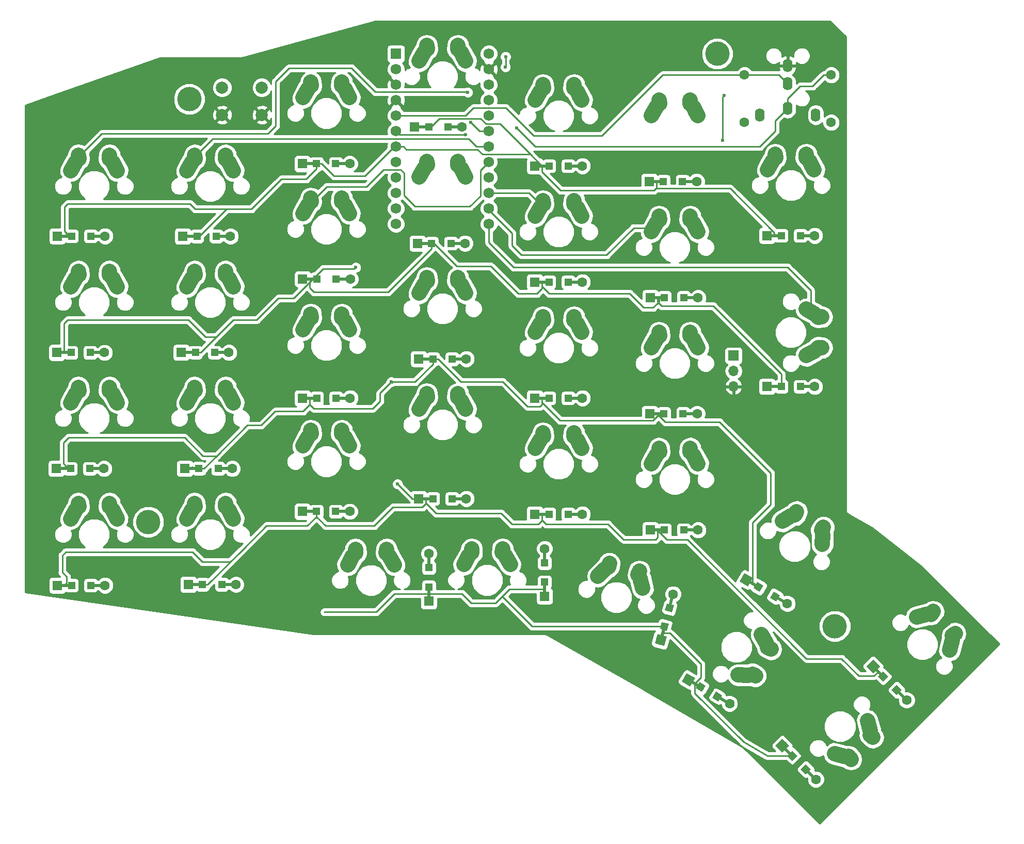
<source format=gbl>
G04 #@! TF.GenerationSoftware,KiCad,Pcbnew,(5.0.2-5-10.14)*
G04 #@! TF.CreationDate,2020-12-04T11:41:37+07:00*
G04 #@! TF.ProjectId,ki-redox,6b692d72-6564-46f7-982e-6b696361645f,1.0*
G04 #@! TF.SameCoordinates,Original*
G04 #@! TF.FileFunction,Copper,L2,Bot*
G04 #@! TF.FilePolarity,Positive*
%FSLAX46Y46*%
G04 Gerber Fmt 4.6, Leading zero omitted, Abs format (unit mm)*
G04 Created by KiCad (PCBNEW (5.0.2-5-10.14)) date 2020 December 04, Friday 11:41:37*
%MOMM*%
%LPD*%
G01*
G04 APERTURE LIST*
G04 #@! TA.AperFunction,ComponentPad*
%ADD10C,2.500000*%
G04 #@! TD*
G04 #@! TA.AperFunction,Conductor*
%ADD11C,2.500000*%
G04 #@! TD*
G04 #@! TA.AperFunction,ComponentPad*
%ADD12C,1.600000*%
G04 #@! TD*
G04 #@! TA.AperFunction,Conductor*
%ADD13C,0.100000*%
G04 #@! TD*
G04 #@! TA.AperFunction,Conductor*
%ADD14C,0.500000*%
G04 #@! TD*
G04 #@! TA.AperFunction,SMDPad,CuDef*
%ADD15C,1.200000*%
G04 #@! TD*
G04 #@! TA.AperFunction,Conductor*
%ADD16R,2.500000X0.500000*%
G04 #@! TD*
G04 #@! TA.AperFunction,SMDPad,CuDef*
%ADD17R,1.200000X1.200000*%
G04 #@! TD*
G04 #@! TA.AperFunction,ComponentPad*
%ADD18R,1.600000X1.600000*%
G04 #@! TD*
G04 #@! TA.AperFunction,Conductor*
%ADD19R,0.500000X2.500000*%
G04 #@! TD*
G04 #@! TA.AperFunction,ComponentPad*
%ADD20R,1.700000X1.700000*%
G04 #@! TD*
G04 #@! TA.AperFunction,ComponentPad*
%ADD21O,1.700000X1.700000*%
G04 #@! TD*
G04 #@! TA.AperFunction,ComponentPad*
%ADD22C,2.000000*%
G04 #@! TD*
G04 #@! TA.AperFunction,ComponentPad*
%ADD23O,1.600000X2.200000*%
G04 #@! TD*
G04 #@! TA.AperFunction,ComponentPad*
%ADD24R,1.752600X1.752600*%
G04 #@! TD*
G04 #@! TA.AperFunction,ComponentPad*
%ADD25C,1.752600*%
G04 #@! TD*
G04 #@! TA.AperFunction,ComponentPad*
%ADD26C,4.000000*%
G04 #@! TD*
G04 #@! TA.AperFunction,ViaPad*
%ADD27C,0.600000*%
G04 #@! TD*
G04 #@! TA.AperFunction,Conductor*
%ADD28C,0.250000*%
G04 #@! TD*
G04 #@! TA.AperFunction,Conductor*
%ADD29C,0.254000*%
G04 #@! TD*
G04 APERTURE END LIST*
D10*
G04 #@! TO.P,K3,1*
G04 #@! TO.N,col3*
X148610000Y-51010000D03*
D11*
G04 #@! TD*
G04 #@! TO.N,col3*
G04 #@! TO.C,K3*
X148590276Y-50720672D02*
X148629724Y-51299328D01*
D10*
G04 #@! TO.P,K3,2*
G04 #@! TO.N,Net-(D3-Pad2)*
X154535000Y-52530000D03*
D11*
G04 #@! TD*
G04 #@! TO.N,Net-(D3-Pad2)*
G04 #@! TO.C,K3*
X154129547Y-51800046D02*
X154940453Y-53259954D01*
D10*
G04 #@! TO.P,K3,1*
G04 #@! TO.N,col3*
X147725000Y-52530000D03*
D11*
G04 #@! TD*
G04 #@! TO.N,col3*
G04 #@! TO.C,K3*
X148130453Y-51800046D02*
X147319547Y-53259954D01*
D10*
G04 #@! TO.P,K3,2*
G04 #@! TO.N,Net-(D3-Pad2)*
X153650000Y-51010000D03*
D11*
G04 #@! TD*
G04 #@! TO.N,Net-(D3-Pad2)*
G04 #@! TO.C,K3*
X153669724Y-50720672D02*
X153630276Y-51299328D01*
D10*
G04 #@! TO.P,K2,1*
G04 #@! TO.N,col2*
X129555000Y-57035000D03*
D11*
G04 #@! TD*
G04 #@! TO.N,col2*
G04 #@! TO.C,K2*
X129535276Y-56745672D02*
X129574724Y-57324328D01*
D10*
G04 #@! TO.P,K2,2*
G04 #@! TO.N,Net-(D2-Pad2)*
X135480000Y-58555000D03*
D11*
G04 #@! TD*
G04 #@! TO.N,Net-(D2-Pad2)*
G04 #@! TO.C,K2*
X135074547Y-57825046D02*
X135885453Y-59284954D01*
D10*
G04 #@! TO.P,K2,1*
G04 #@! TO.N,col2*
X128670000Y-58555000D03*
D11*
G04 #@! TD*
G04 #@! TO.N,col2*
G04 #@! TO.C,K2*
X129075453Y-57825046D02*
X128264547Y-59284954D01*
D10*
G04 #@! TO.P,K2,2*
G04 #@! TO.N,Net-(D2-Pad2)*
X134595000Y-57035000D03*
D11*
G04 #@! TD*
G04 #@! TO.N,Net-(D2-Pad2)*
G04 #@! TO.C,K2*
X134614724Y-56745672D02*
X134575276Y-57324328D01*
D10*
G04 #@! TO.P,K5,1*
G04 #@! TO.N,col5*
X186710000Y-59985000D03*
D11*
G04 #@! TD*
G04 #@! TO.N,col5*
G04 #@! TO.C,K5*
X186690276Y-59695672D02*
X186729724Y-60274328D01*
D10*
G04 #@! TO.P,K5,2*
G04 #@! TO.N,Net-(D5-Pad2)*
X192635000Y-61505000D03*
D11*
G04 #@! TD*
G04 #@! TO.N,Net-(D5-Pad2)*
G04 #@! TO.C,K5*
X192229547Y-60775046D02*
X193040453Y-62234954D01*
D10*
G04 #@! TO.P,K5,1*
G04 #@! TO.N,col5*
X185825000Y-61505000D03*
D11*
G04 #@! TD*
G04 #@! TO.N,col5*
G04 #@! TO.C,K5*
X186230453Y-60775046D02*
X185419547Y-62234954D01*
D10*
G04 #@! TO.P,K5,2*
G04 #@! TO.N,Net-(D5-Pad2)*
X191750000Y-59985000D03*
D11*
G04 #@! TD*
G04 #@! TO.N,Net-(D5-Pad2)*
G04 #@! TO.C,K5*
X191769724Y-59695672D02*
X191730276Y-60274328D01*
D10*
G04 #@! TO.P,K23,1*
G04 #@! TO.N,col3*
X148605000Y-89110000D03*
D11*
G04 #@! TD*
G04 #@! TO.N,col3*
G04 #@! TO.C,K23*
X148585276Y-88820672D02*
X148624724Y-89399328D01*
D10*
G04 #@! TO.P,K23,2*
G04 #@! TO.N,Net-(D23-Pad2)*
X154530000Y-90630000D03*
D11*
G04 #@! TD*
G04 #@! TO.N,Net-(D23-Pad2)*
G04 #@! TO.C,K23*
X154124547Y-89900046D02*
X154935453Y-91359954D01*
D10*
G04 #@! TO.P,K23,1*
G04 #@! TO.N,col3*
X147720000Y-90630000D03*
D11*
G04 #@! TD*
G04 #@! TO.N,col3*
G04 #@! TO.C,K23*
X148125453Y-89900046D02*
X147314547Y-91359954D01*
D10*
G04 #@! TO.P,K23,2*
G04 #@! TO.N,Net-(D23-Pad2)*
X153645000Y-89110000D03*
D11*
G04 #@! TD*
G04 #@! TO.N,Net-(D23-Pad2)*
G04 #@! TO.C,K23*
X153664724Y-88820672D02*
X153625276Y-89399328D01*
D10*
G04 #@! TO.P,K11,1*
G04 #@! TO.N,col1*
X110510000Y-88060000D03*
D11*
G04 #@! TD*
G04 #@! TO.N,col1*
G04 #@! TO.C,K11*
X110490276Y-87770672D02*
X110529724Y-88349328D01*
D10*
G04 #@! TO.P,K11,2*
G04 #@! TO.N,Net-(D11-Pad2)*
X116435000Y-89580000D03*
D11*
G04 #@! TD*
G04 #@! TO.N,Net-(D11-Pad2)*
G04 #@! TO.C,K11*
X116029547Y-88850046D02*
X116840453Y-90309954D01*
D10*
G04 #@! TO.P,K11,1*
G04 #@! TO.N,col1*
X109625000Y-89580000D03*
D11*
G04 #@! TD*
G04 #@! TO.N,col1*
G04 #@! TO.C,K11*
X110030453Y-88850046D02*
X109219547Y-90309954D01*
D10*
G04 #@! TO.P,K11,2*
G04 #@! TO.N,Net-(D11-Pad2)*
X115550000Y-88060000D03*
D11*
G04 #@! TD*
G04 #@! TO.N,Net-(D11-Pad2)*
G04 #@! TO.C,K11*
X115569724Y-87770672D02*
X115530276Y-88349328D01*
D10*
G04 #@! TO.P,K0,1*
G04 #@! TO.N,col0*
X91460000Y-69000000D03*
D11*
G04 #@! TD*
G04 #@! TO.N,col0*
G04 #@! TO.C,K0*
X91440276Y-68710672D02*
X91479724Y-69289328D01*
D10*
G04 #@! TO.P,K0,2*
G04 #@! TO.N,Net-(D0-Pad2)*
X97385000Y-70520000D03*
D11*
G04 #@! TD*
G04 #@! TO.N,Net-(D0-Pad2)*
G04 #@! TO.C,K0*
X96979547Y-69790046D02*
X97790453Y-71249954D01*
D10*
G04 #@! TO.P,K0,1*
G04 #@! TO.N,col0*
X90575000Y-70520000D03*
D11*
G04 #@! TD*
G04 #@! TO.N,col0*
G04 #@! TO.C,K0*
X90980453Y-69790046D02*
X90169547Y-71249954D01*
D10*
G04 #@! TO.P,K0,2*
G04 #@! TO.N,Net-(D0-Pad2)*
X96500000Y-69000000D03*
D11*
G04 #@! TD*
G04 #@! TO.N,Net-(D0-Pad2)*
G04 #@! TO.C,K0*
X96519724Y-68710672D02*
X96480276Y-69289328D01*
D12*
G04 #@! TO.P,D36,1*
G04 #@! TO.N,row3*
X221773096Y-152613096D03*
D13*
G04 #@! TD*
G04 #@! TO.N,row3*
G04 #@! TO.C,D36*
G36*
X222904467Y-152613096D02*
X221773096Y-153744467D01*
X220641725Y-152613096D01*
X221773096Y-151481725D01*
X222904467Y-152613096D01*
X222904467Y-152613096D01*
G37*
D12*
G04 #@! TO.P,D36,2*
G04 #@! TO.N,Net-(D36-Pad2)*
X227288528Y-158128528D03*
D14*
G04 #@! TD*
G04 #@! TO.N,row3*
G04 #@! TO.C,D36*
X222621624Y-153461624D03*
D13*
G04 #@! TO.N,row3*
G04 #@! TO.C,D36*
G36*
X223682284Y-154168731D02*
X223328731Y-154522284D01*
X221560964Y-152754517D01*
X221914517Y-152400964D01*
X223682284Y-154168731D01*
X223682284Y-154168731D01*
G37*
D15*
G04 #@! TD*
G04 #@! TO.P,D36,1*
G04 #@! TO.N,row3*
X223417119Y-154257119D03*
D13*
G04 #@! TO.N,row3*
G04 #@! TO.C,D36*
G36*
X224265647Y-154257119D02*
X223417119Y-155105647D01*
X222568591Y-154257119D01*
X223417119Y-153408591D01*
X224265647Y-154257119D01*
X224265647Y-154257119D01*
G37*
D15*
G04 #@! TD*
G04 #@! TO.P,D36,2*
G04 #@! TO.N,Net-(D36-Pad2)*
X225644505Y-156484505D03*
D13*
G04 #@! TO.N,Net-(D36-Pad2)*
G04 #@! TO.C,D36*
G36*
X226493033Y-156484505D02*
X225644505Y-157333033D01*
X224795977Y-156484505D01*
X225644505Y-155635977D01*
X226493033Y-156484505D01*
X226493033Y-156484505D01*
G37*
D14*
X226440000Y-157280000D03*
D13*
G36*
X227500660Y-157987107D02*
X227147107Y-158340660D01*
X225379340Y-156572893D01*
X225732893Y-156219340D01*
X227500660Y-157987107D01*
X227500660Y-157987107D01*
G37*
G04 #@! TD*
D10*
G04 #@! TO.P,K22,1*
G04 #@! TO.N,col2*
X129570000Y-95130000D03*
D11*
G04 #@! TD*
G04 #@! TO.N,col2*
G04 #@! TO.C,K22*
X129550276Y-94840672D02*
X129589724Y-95419328D01*
D10*
G04 #@! TO.P,K22,2*
G04 #@! TO.N,Net-(D22-Pad2)*
X135495000Y-96650000D03*
D11*
G04 #@! TD*
G04 #@! TO.N,Net-(D22-Pad2)*
G04 #@! TO.C,K22*
X135089547Y-95920046D02*
X135900453Y-97379954D01*
D10*
G04 #@! TO.P,K22,1*
G04 #@! TO.N,col2*
X128685000Y-96650000D03*
D11*
G04 #@! TD*
G04 #@! TO.N,col2*
G04 #@! TO.C,K22*
X129090453Y-95920046D02*
X128279547Y-97379954D01*
D10*
G04 #@! TO.P,K22,2*
G04 #@! TO.N,Net-(D22-Pad2)*
X134610000Y-95130000D03*
D11*
G04 #@! TD*
G04 #@! TO.N,Net-(D22-Pad2)*
G04 #@! TO.C,K22*
X134629724Y-94840672D02*
X134590276Y-95419328D01*
D10*
G04 #@! TO.P,K36,2*
G04 #@! TO.N,Net-(D36-Pad2)*
X235018951Y-147394868D03*
D11*
G04 #@! TD*
G04 #@! TO.N,Net-(D36-Pad2)*
G04 #@! TO.C,K36*
X235237484Y-147204229D02*
X234800418Y-147585507D01*
D10*
G04 #@! TO.P,K36,1*
G04 #@! TO.N,col6*
X229754541Y-144280062D03*
D11*
G04 #@! TD*
G04 #@! TO.N,col6*
G04 #@! TO.C,K36*
X230557395Y-144050605D02*
X228951687Y-144509519D01*
D10*
G04 #@! TO.P,K36,2*
G04 #@! TO.N,Net-(D36-Pad2)*
X234569938Y-149095459D03*
D11*
G04 #@! TD*
G04 #@! TO.N,Net-(D36-Pad2)*
G04 #@! TO.C,K36*
X234799395Y-148292605D02*
X234340481Y-149898313D01*
D10*
G04 #@! TO.P,K36,1*
G04 #@! TO.N,col6*
X231455132Y-143831049D03*
D11*
G04 #@! TD*
G04 #@! TO.N,col6*
G04 #@! TO.C,K36*
X231645771Y-143612516D02*
X231264493Y-144049582D01*
D12*
G04 #@! TO.P,D46,1*
G04 #@! TO.N,row4*
X206878591Y-165628591D03*
D13*
G04 #@! TD*
G04 #@! TO.N,row4*
G04 #@! TO.C,D46*
G36*
X208009962Y-165628591D02*
X206878591Y-166759962D01*
X205747220Y-165628591D01*
X206878591Y-164497220D01*
X208009962Y-165628591D01*
X208009962Y-165628591D01*
G37*
D12*
G04 #@! TO.P,D46,2*
G04 #@! TO.N,Net-(D46-Pad2)*
X212394023Y-171144023D03*
D14*
G04 #@! TD*
G04 #@! TO.N,row4*
G04 #@! TO.C,D46*
X207727119Y-166477119D03*
D13*
G04 #@! TO.N,row4*
G04 #@! TO.C,D46*
G36*
X208787779Y-167184226D02*
X208434226Y-167537779D01*
X206666459Y-165770012D01*
X207020012Y-165416459D01*
X208787779Y-167184226D01*
X208787779Y-167184226D01*
G37*
D15*
G04 #@! TD*
G04 #@! TO.P,D46,1*
G04 #@! TO.N,row4*
X208522614Y-167272614D03*
D13*
G04 #@! TO.N,row4*
G04 #@! TO.C,D46*
G36*
X209371142Y-167272614D02*
X208522614Y-168121142D01*
X207674086Y-167272614D01*
X208522614Y-166424086D01*
X209371142Y-167272614D01*
X209371142Y-167272614D01*
G37*
D15*
G04 #@! TD*
G04 #@! TO.P,D46,2*
G04 #@! TO.N,Net-(D46-Pad2)*
X210750000Y-169500000D03*
D13*
G04 #@! TO.N,Net-(D46-Pad2)*
G04 #@! TO.C,D46*
G36*
X211598528Y-169500000D02*
X210750000Y-170348528D01*
X209901472Y-169500000D01*
X210750000Y-168651472D01*
X211598528Y-169500000D01*
X211598528Y-169500000D01*
G37*
D14*
X211545495Y-170295495D03*
D13*
G36*
X212606155Y-171002602D02*
X212252602Y-171356155D01*
X210484835Y-169588388D01*
X210838388Y-169234835D01*
X212606155Y-171002602D01*
X212606155Y-171002602D01*
G37*
G04 #@! TD*
D16*
G04 #@! TO.N,Net-(D0-Pad2)*
G04 #@! TO.C,D0*
X94560000Y-82000000D03*
D17*
G04 #@! TD*
G04 #@! TO.P,D0,2*
G04 #@! TO.N,Net-(D0-Pad2)*
X93435000Y-82000000D03*
G04 #@! TO.P,D0,1*
G04 #@! TO.N,row0*
X90285000Y-82000000D03*
D16*
G04 #@! TD*
G04 #@! TO.N,row0*
G04 #@! TO.C,D0*
X89160000Y-82000000D03*
D12*
G04 #@! TO.P,D0,2*
G04 #@! TO.N,Net-(D0-Pad2)*
X95760000Y-82000000D03*
D18*
G04 #@! TO.P,D0,1*
G04 #@! TO.N,row0*
X87960000Y-82000000D03*
G04 #@! TD*
D16*
G04 #@! TO.N,Net-(D1-Pad2)*
G04 #@! TO.C,D1*
X115150000Y-82020000D03*
D17*
G04 #@! TD*
G04 #@! TO.P,D1,2*
G04 #@! TO.N,Net-(D1-Pad2)*
X114025000Y-82020000D03*
G04 #@! TO.P,D1,1*
G04 #@! TO.N,row0*
X110875000Y-82020000D03*
D16*
G04 #@! TD*
G04 #@! TO.N,row0*
G04 #@! TO.C,D1*
X109750000Y-82020000D03*
D12*
G04 #@! TO.P,D1,2*
G04 #@! TO.N,Net-(D1-Pad2)*
X116350000Y-82020000D03*
D18*
G04 #@! TO.P,D1,1*
G04 #@! TO.N,row0*
X108550000Y-82020000D03*
G04 #@! TD*
D16*
G04 #@! TO.N,Net-(D2-Pad2)*
G04 #@! TO.C,D2*
X134750000Y-70120000D03*
D17*
G04 #@! TD*
G04 #@! TO.P,D2,2*
G04 #@! TO.N,Net-(D2-Pad2)*
X133625000Y-70120000D03*
G04 #@! TO.P,D2,1*
G04 #@! TO.N,row0*
X130475000Y-70120000D03*
D16*
G04 #@! TD*
G04 #@! TO.N,row0*
G04 #@! TO.C,D2*
X129350000Y-70120000D03*
D12*
G04 #@! TO.P,D2,2*
G04 #@! TO.N,Net-(D2-Pad2)*
X135950000Y-70120000D03*
D18*
G04 #@! TO.P,D2,1*
G04 #@! TO.N,row0*
X128150000Y-70120000D03*
G04 #@! TD*
D16*
G04 #@! TO.N,Net-(D3-Pad2)*
G04 #@! TO.C,D3*
X153170000Y-64030000D03*
D17*
G04 #@! TD*
G04 #@! TO.P,D3,2*
G04 #@! TO.N,Net-(D3-Pad2)*
X152045000Y-64030000D03*
G04 #@! TO.P,D3,1*
G04 #@! TO.N,row0*
X148895000Y-64030000D03*
D16*
G04 #@! TD*
G04 #@! TO.N,row0*
G04 #@! TO.C,D3*
X147770000Y-64030000D03*
D12*
G04 #@! TO.P,D3,2*
G04 #@! TO.N,Net-(D3-Pad2)*
X154370000Y-64030000D03*
D18*
G04 #@! TO.P,D3,1*
G04 #@! TO.N,row0*
X146570000Y-64030000D03*
G04 #@! TD*
D16*
G04 #@! TO.N,Net-(D4-Pad2)*
G04 #@! TO.C,D4*
X172880000Y-70485000D03*
D17*
G04 #@! TD*
G04 #@! TO.P,D4,2*
G04 #@! TO.N,Net-(D4-Pad2)*
X171755000Y-70485000D03*
G04 #@! TO.P,D4,1*
G04 #@! TO.N,row0*
X168605000Y-70485000D03*
D16*
G04 #@! TD*
G04 #@! TO.N,row0*
G04 #@! TO.C,D4*
X167480000Y-70485000D03*
D12*
G04 #@! TO.P,D4,2*
G04 #@! TO.N,Net-(D4-Pad2)*
X174080000Y-70485000D03*
D18*
G04 #@! TO.P,D4,1*
G04 #@! TO.N,row0*
X166280000Y-70485000D03*
G04 #@! TD*
D16*
G04 #@! TO.N,Net-(D5-Pad2)*
G04 #@! TO.C,D5*
X191640000Y-73030000D03*
D17*
G04 #@! TD*
G04 #@! TO.P,D5,2*
G04 #@! TO.N,Net-(D5-Pad2)*
X190515000Y-73030000D03*
G04 #@! TO.P,D5,1*
G04 #@! TO.N,row0*
X187365000Y-73030000D03*
D16*
G04 #@! TD*
G04 #@! TO.N,row0*
G04 #@! TO.C,D5*
X186240000Y-73030000D03*
D12*
G04 #@! TO.P,D5,2*
G04 #@! TO.N,Net-(D5-Pad2)*
X192840000Y-73030000D03*
D18*
G04 #@! TO.P,D5,1*
G04 #@! TO.N,row0*
X185040000Y-73030000D03*
G04 #@! TD*
D16*
G04 #@! TO.N,Net-(D6-Pad2)*
G04 #@! TO.C,D6*
X210980000Y-81915000D03*
D17*
G04 #@! TD*
G04 #@! TO.P,D6,2*
G04 #@! TO.N,Net-(D6-Pad2)*
X209855000Y-81915000D03*
G04 #@! TO.P,D6,1*
G04 #@! TO.N,row0*
X206705000Y-81915000D03*
D16*
G04 #@! TD*
G04 #@! TO.N,row0*
G04 #@! TO.C,D6*
X205580000Y-81915000D03*
D12*
G04 #@! TO.P,D6,2*
G04 #@! TO.N,Net-(D6-Pad2)*
X212180000Y-81915000D03*
D18*
G04 #@! TO.P,D6,1*
G04 #@! TO.N,row0*
X204380000Y-81915000D03*
G04 #@! TD*
D16*
G04 #@! TO.N,Net-(D10-Pad2)*
G04 #@! TO.C,D10*
X94490000Y-101110000D03*
D17*
G04 #@! TD*
G04 #@! TO.P,D10,2*
G04 #@! TO.N,Net-(D10-Pad2)*
X93365000Y-101110000D03*
G04 #@! TO.P,D10,1*
G04 #@! TO.N,row1*
X90215000Y-101110000D03*
D16*
G04 #@! TD*
G04 #@! TO.N,row1*
G04 #@! TO.C,D10*
X89090000Y-101110000D03*
D12*
G04 #@! TO.P,D10,2*
G04 #@! TO.N,Net-(D10-Pad2)*
X95690000Y-101110000D03*
D18*
G04 #@! TO.P,D10,1*
G04 #@! TO.N,row1*
X87890000Y-101110000D03*
G04 #@! TD*
D16*
G04 #@! TO.N,Net-(D11-Pad2)*
G04 #@! TO.C,D11*
X114890000Y-101100000D03*
D17*
G04 #@! TD*
G04 #@! TO.P,D11,2*
G04 #@! TO.N,Net-(D11-Pad2)*
X113765000Y-101100000D03*
G04 #@! TO.P,D11,1*
G04 #@! TO.N,row1*
X110615000Y-101100000D03*
D16*
G04 #@! TD*
G04 #@! TO.N,row1*
G04 #@! TO.C,D11*
X109490000Y-101100000D03*
D12*
G04 #@! TO.P,D11,2*
G04 #@! TO.N,Net-(D11-Pad2)*
X116090000Y-101100000D03*
D18*
G04 #@! TO.P,D11,1*
G04 #@! TO.N,row1*
X108290000Y-101100000D03*
G04 #@! TD*
D16*
G04 #@! TO.N,Net-(D12-Pad2)*
G04 #@! TO.C,D12*
X134810000Y-89040000D03*
D17*
G04 #@! TD*
G04 #@! TO.P,D12,2*
G04 #@! TO.N,Net-(D12-Pad2)*
X133685000Y-89040000D03*
G04 #@! TO.P,D12,1*
G04 #@! TO.N,row1*
X130535000Y-89040000D03*
D16*
G04 #@! TD*
G04 #@! TO.N,row1*
G04 #@! TO.C,D12*
X129410000Y-89040000D03*
D12*
G04 #@! TO.P,D12,2*
G04 #@! TO.N,Net-(D12-Pad2)*
X136010000Y-89040000D03*
D18*
G04 #@! TO.P,D12,1*
G04 #@! TO.N,row1*
X128210000Y-89040000D03*
G04 #@! TD*
D16*
G04 #@! TO.N,Net-(D13-Pad2)*
G04 #@! TO.C,D13*
X153640000Y-83180000D03*
D17*
G04 #@! TD*
G04 #@! TO.P,D13,2*
G04 #@! TO.N,Net-(D13-Pad2)*
X152515000Y-83180000D03*
G04 #@! TO.P,D13,1*
G04 #@! TO.N,row1*
X149365000Y-83180000D03*
D16*
G04 #@! TD*
G04 #@! TO.N,row1*
G04 #@! TO.C,D13*
X148240000Y-83180000D03*
D12*
G04 #@! TO.P,D13,2*
G04 #@! TO.N,Net-(D13-Pad2)*
X154840000Y-83180000D03*
D18*
G04 #@! TO.P,D13,1*
G04 #@! TO.N,row1*
X147040000Y-83180000D03*
G04 #@! TD*
D16*
G04 #@! TO.N,Net-(D14-Pad2)*
G04 #@! TO.C,D14*
X172880000Y-89535000D03*
D17*
G04 #@! TD*
G04 #@! TO.P,D14,2*
G04 #@! TO.N,Net-(D14-Pad2)*
X171755000Y-89535000D03*
G04 #@! TO.P,D14,1*
G04 #@! TO.N,row1*
X168605000Y-89535000D03*
D16*
G04 #@! TD*
G04 #@! TO.N,row1*
G04 #@! TO.C,D14*
X167480000Y-89535000D03*
D12*
G04 #@! TO.P,D14,2*
G04 #@! TO.N,Net-(D14-Pad2)*
X174080000Y-89535000D03*
D18*
G04 #@! TO.P,D14,1*
G04 #@! TO.N,row1*
X166280000Y-89535000D03*
G04 #@! TD*
D16*
G04 #@! TO.N,Net-(D15-Pad2)*
G04 #@! TO.C,D15*
X191840000Y-92110000D03*
D17*
G04 #@! TD*
G04 #@! TO.P,D15,2*
G04 #@! TO.N,Net-(D15-Pad2)*
X190715000Y-92110000D03*
G04 #@! TO.P,D15,1*
G04 #@! TO.N,row1*
X187565000Y-92110000D03*
D16*
G04 #@! TD*
G04 #@! TO.N,row1*
G04 #@! TO.C,D15*
X186440000Y-92110000D03*
D12*
G04 #@! TO.P,D15,2*
G04 #@! TO.N,Net-(D15-Pad2)*
X193040000Y-92110000D03*
D18*
G04 #@! TO.P,D15,1*
G04 #@! TO.N,row1*
X185240000Y-92110000D03*
G04 #@! TD*
D16*
G04 #@! TO.N,Net-(D16-Pad2)*
G04 #@! TO.C,D16*
X210980000Y-106680000D03*
D17*
G04 #@! TD*
G04 #@! TO.P,D16,2*
G04 #@! TO.N,Net-(D16-Pad2)*
X209855000Y-106680000D03*
G04 #@! TO.P,D16,1*
G04 #@! TO.N,row1*
X206705000Y-106680000D03*
D16*
G04 #@! TD*
G04 #@! TO.N,row1*
G04 #@! TO.C,D16*
X205580000Y-106680000D03*
D12*
G04 #@! TO.P,D16,2*
G04 #@! TO.N,Net-(D16-Pad2)*
X212180000Y-106680000D03*
D18*
G04 #@! TO.P,D16,1*
G04 #@! TO.N,row1*
X204380000Y-106680000D03*
G04 #@! TD*
D16*
G04 #@! TO.N,Net-(D20-Pad2)*
G04 #@! TO.C,D20*
X94390000Y-120150000D03*
D17*
G04 #@! TD*
G04 #@! TO.P,D20,2*
G04 #@! TO.N,Net-(D20-Pad2)*
X93265000Y-120150000D03*
G04 #@! TO.P,D20,1*
G04 #@! TO.N,row2*
X90115000Y-120150000D03*
D16*
G04 #@! TD*
G04 #@! TO.N,row2*
G04 #@! TO.C,D20*
X88990000Y-120150000D03*
D12*
G04 #@! TO.P,D20,2*
G04 #@! TO.N,Net-(D20-Pad2)*
X95590000Y-120150000D03*
D18*
G04 #@! TO.P,D20,1*
G04 #@! TO.N,row2*
X87790000Y-120150000D03*
G04 #@! TD*
D16*
G04 #@! TO.N,Net-(D21-Pad2)*
G04 #@! TO.C,D21*
X115460000Y-120140000D03*
D17*
G04 #@! TD*
G04 #@! TO.P,D21,2*
G04 #@! TO.N,Net-(D21-Pad2)*
X114335000Y-120140000D03*
G04 #@! TO.P,D21,1*
G04 #@! TO.N,row2*
X111185000Y-120140000D03*
D16*
G04 #@! TD*
G04 #@! TO.N,row2*
G04 #@! TO.C,D21*
X110060000Y-120140000D03*
D12*
G04 #@! TO.P,D21,2*
G04 #@! TO.N,Net-(D21-Pad2)*
X116660000Y-120140000D03*
D18*
G04 #@! TO.P,D21,1*
G04 #@! TO.N,row2*
X108860000Y-120140000D03*
G04 #@! TD*
D16*
G04 #@! TO.N,Net-(D22-Pad2)*
G04 #@! TO.C,D22*
X134780000Y-108585000D03*
D17*
G04 #@! TD*
G04 #@! TO.P,D22,2*
G04 #@! TO.N,Net-(D22-Pad2)*
X133655000Y-108585000D03*
G04 #@! TO.P,D22,1*
G04 #@! TO.N,row2*
X130505000Y-108585000D03*
D16*
G04 #@! TD*
G04 #@! TO.N,row2*
G04 #@! TO.C,D22*
X129380000Y-108585000D03*
D12*
G04 #@! TO.P,D22,2*
G04 #@! TO.N,Net-(D22-Pad2)*
X135980000Y-108585000D03*
D18*
G04 #@! TO.P,D22,1*
G04 #@! TO.N,row2*
X128180000Y-108585000D03*
G04 #@! TD*
D16*
G04 #@! TO.N,Net-(D23-Pad2)*
G04 #@! TO.C,D23*
X153830000Y-102160000D03*
D17*
G04 #@! TD*
G04 #@! TO.P,D23,2*
G04 #@! TO.N,Net-(D23-Pad2)*
X152705000Y-102160000D03*
G04 #@! TO.P,D23,1*
G04 #@! TO.N,row2*
X149555000Y-102160000D03*
D16*
G04 #@! TD*
G04 #@! TO.N,row2*
G04 #@! TO.C,D23*
X148430000Y-102160000D03*
D12*
G04 #@! TO.P,D23,2*
G04 #@! TO.N,Net-(D23-Pad2)*
X155030000Y-102160000D03*
D18*
G04 #@! TO.P,D23,1*
G04 #@! TO.N,row2*
X147230000Y-102160000D03*
G04 #@! TD*
D16*
G04 #@! TO.N,Net-(D24-Pad2)*
G04 #@! TO.C,D24*
X172880000Y-108585000D03*
D17*
G04 #@! TD*
G04 #@! TO.P,D24,2*
G04 #@! TO.N,Net-(D24-Pad2)*
X171755000Y-108585000D03*
G04 #@! TO.P,D24,1*
G04 #@! TO.N,row2*
X168605000Y-108585000D03*
D16*
G04 #@! TD*
G04 #@! TO.N,row2*
G04 #@! TO.C,D24*
X167480000Y-108585000D03*
D12*
G04 #@! TO.P,D24,2*
G04 #@! TO.N,Net-(D24-Pad2)*
X174080000Y-108585000D03*
D18*
G04 #@! TO.P,D24,1*
G04 #@! TO.N,row2*
X166280000Y-108585000D03*
G04 #@! TD*
D16*
G04 #@! TO.N,Net-(D25-Pad2)*
G04 #@! TO.C,D25*
X191730000Y-111150000D03*
D17*
G04 #@! TD*
G04 #@! TO.P,D25,2*
G04 #@! TO.N,Net-(D25-Pad2)*
X190605000Y-111150000D03*
G04 #@! TO.P,D25,1*
G04 #@! TO.N,row2*
X187455000Y-111150000D03*
D16*
G04 #@! TD*
G04 #@! TO.N,row2*
G04 #@! TO.C,D25*
X186330000Y-111150000D03*
D12*
G04 #@! TO.P,D25,2*
G04 #@! TO.N,Net-(D25-Pad2)*
X192930000Y-111150000D03*
D18*
G04 #@! TO.P,D25,1*
G04 #@! TO.N,row2*
X185130000Y-111150000D03*
G04 #@! TD*
D14*
G04 #@! TO.N,Net-(D26-Pad2)*
G04 #@! TO.C,D26*
X206676538Y-141700000D03*
D13*
G36*
X207884070Y-142108494D02*
X207634070Y-142541506D01*
X205469006Y-141291506D01*
X205719006Y-140858494D01*
X207884070Y-142108494D01*
X207884070Y-142108494D01*
G37*
D15*
G04 #@! TD*
G04 #@! TO.P,D26,2*
G04 #@! TO.N,Net-(D26-Pad2)*
X205702259Y-141137500D03*
D13*
G04 #@! TO.N,Net-(D26-Pad2)*
G04 #@! TO.C,D26*
G36*
X206521874Y-140917885D02*
X205921874Y-141957115D01*
X204882644Y-141357115D01*
X205482644Y-140317885D01*
X206521874Y-140917885D01*
X206521874Y-140917885D01*
G37*
D15*
G04 #@! TD*
G04 #@! TO.P,D26,1*
G04 #@! TO.N,row2*
X202974279Y-139562500D03*
D13*
G04 #@! TO.N,row2*
G04 #@! TO.C,D26*
G36*
X203793894Y-139342885D02*
X203193894Y-140382115D01*
X202154664Y-139782115D01*
X202754664Y-138742885D01*
X203793894Y-139342885D01*
X203793894Y-139342885D01*
G37*
D14*
X202000000Y-139000000D03*
D13*
G36*
X203207532Y-139408494D02*
X202957532Y-139841506D01*
X200792468Y-138591506D01*
X201042468Y-138158494D01*
X203207532Y-139408494D01*
X203207532Y-139408494D01*
G37*
D12*
G04 #@! TD*
G04 #@! TO.P,D26,2*
G04 #@! TO.N,Net-(D26-Pad2)*
X207715768Y-142300000D03*
G04 #@! TO.P,D26,1*
G04 #@! TO.N,row2*
X200960770Y-138400000D03*
D13*
G04 #@! TD*
G04 #@! TO.N,row2*
G04 #@! TO.C,D26*
G36*
X202053590Y-138107180D02*
X201253590Y-139492820D01*
X199867950Y-138692820D01*
X200667950Y-137307180D01*
X202053590Y-138107180D01*
X202053590Y-138107180D01*
G37*
D16*
G04 #@! TO.N,Net-(D30-Pad2)*
G04 #@! TO.C,D30*
X94580000Y-139320000D03*
D17*
G04 #@! TD*
G04 #@! TO.P,D30,2*
G04 #@! TO.N,Net-(D30-Pad2)*
X93455000Y-139320000D03*
G04 #@! TO.P,D30,1*
G04 #@! TO.N,row3*
X90305000Y-139320000D03*
D16*
G04 #@! TD*
G04 #@! TO.N,row3*
G04 #@! TO.C,D30*
X89180000Y-139320000D03*
D12*
G04 #@! TO.P,D30,2*
G04 #@! TO.N,Net-(D30-Pad2)*
X95780000Y-139320000D03*
D18*
G04 #@! TO.P,D30,1*
G04 #@! TO.N,row3*
X87980000Y-139320000D03*
G04 #@! TD*
D16*
G04 #@! TO.N,Net-(D31-Pad2)*
G04 #@! TO.C,D31*
X116060000Y-139170000D03*
D17*
G04 #@! TD*
G04 #@! TO.P,D31,2*
G04 #@! TO.N,Net-(D31-Pad2)*
X114935000Y-139170000D03*
G04 #@! TO.P,D31,1*
G04 #@! TO.N,row3*
X111785000Y-139170000D03*
D16*
G04 #@! TD*
G04 #@! TO.N,row3*
G04 #@! TO.C,D31*
X110660000Y-139170000D03*
D12*
G04 #@! TO.P,D31,2*
G04 #@! TO.N,Net-(D31-Pad2)*
X117260000Y-139170000D03*
D18*
G04 #@! TO.P,D31,1*
G04 #@! TO.N,row3*
X109460000Y-139170000D03*
G04 #@! TD*
D16*
G04 #@! TO.N,Net-(D32-Pad2)*
G04 #@! TO.C,D32*
X134750000Y-127190000D03*
D17*
G04 #@! TD*
G04 #@! TO.P,D32,2*
G04 #@! TO.N,Net-(D32-Pad2)*
X133625000Y-127190000D03*
G04 #@! TO.P,D32,1*
G04 #@! TO.N,row3*
X130475000Y-127190000D03*
D16*
G04 #@! TD*
G04 #@! TO.N,row3*
G04 #@! TO.C,D32*
X129350000Y-127190000D03*
D12*
G04 #@! TO.P,D32,2*
G04 #@! TO.N,Net-(D32-Pad2)*
X135950000Y-127190000D03*
D18*
G04 #@! TO.P,D32,1*
G04 #@! TO.N,row3*
X128150000Y-127190000D03*
G04 #@! TD*
D16*
G04 #@! TO.N,Net-(D33-Pad2)*
G04 #@! TO.C,D33*
X153830000Y-125095000D03*
D17*
G04 #@! TD*
G04 #@! TO.P,D33,2*
G04 #@! TO.N,Net-(D33-Pad2)*
X152705000Y-125095000D03*
G04 #@! TO.P,D33,1*
G04 #@! TO.N,row3*
X149555000Y-125095000D03*
D16*
G04 #@! TD*
G04 #@! TO.N,row3*
G04 #@! TO.C,D33*
X148430000Y-125095000D03*
D12*
G04 #@! TO.P,D33,2*
G04 #@! TO.N,Net-(D33-Pad2)*
X155030000Y-125095000D03*
D18*
G04 #@! TO.P,D33,1*
G04 #@! TO.N,row3*
X147230000Y-125095000D03*
G04 #@! TD*
D16*
G04 #@! TO.N,Net-(D34-Pad2)*
G04 #@! TO.C,D34*
X172880000Y-127635000D03*
D17*
G04 #@! TD*
G04 #@! TO.P,D34,2*
G04 #@! TO.N,Net-(D34-Pad2)*
X171755000Y-127635000D03*
G04 #@! TO.P,D34,1*
G04 #@! TO.N,row3*
X168605000Y-127635000D03*
D16*
G04 #@! TD*
G04 #@! TO.N,row3*
G04 #@! TO.C,D34*
X167480000Y-127635000D03*
D12*
G04 #@! TO.P,D34,2*
G04 #@! TO.N,Net-(D34-Pad2)*
X174080000Y-127635000D03*
D18*
G04 #@! TO.P,D34,1*
G04 #@! TO.N,row3*
X166280000Y-127635000D03*
G04 #@! TD*
D16*
G04 #@! TO.N,Net-(D35-Pad2)*
G04 #@! TO.C,D35*
X191840000Y-130220000D03*
D17*
G04 #@! TD*
G04 #@! TO.P,D35,2*
G04 #@! TO.N,Net-(D35-Pad2)*
X190715000Y-130220000D03*
G04 #@! TO.P,D35,1*
G04 #@! TO.N,row3*
X187565000Y-130220000D03*
D16*
G04 #@! TD*
G04 #@! TO.N,row3*
G04 #@! TO.C,D35*
X186440000Y-130220000D03*
D12*
G04 #@! TO.P,D35,2*
G04 #@! TO.N,Net-(D35-Pad2)*
X193040000Y-130220000D03*
D18*
G04 #@! TO.P,D35,1*
G04 #@! TO.N,row3*
X185240000Y-130220000D03*
G04 #@! TD*
D19*
G04 #@! TO.N,Net-(D42-Pad2)*
G04 #@! TO.C,D42*
X148910000Y-135290000D03*
D17*
G04 #@! TD*
G04 #@! TO.P,D42,2*
G04 #@! TO.N,Net-(D42-Pad2)*
X148910000Y-136415000D03*
G04 #@! TO.P,D42,1*
G04 #@! TO.N,row4*
X148910000Y-139565000D03*
D19*
G04 #@! TD*
G04 #@! TO.N,row4*
G04 #@! TO.C,D42*
X148910000Y-140690000D03*
D12*
G04 #@! TO.P,D42,2*
G04 #@! TO.N,Net-(D42-Pad2)*
X148910000Y-134090000D03*
D18*
G04 #@! TO.P,D42,1*
G04 #@! TO.N,row4*
X148910000Y-141890000D03*
G04 #@! TD*
D19*
G04 #@! TO.N,Net-(D43-Pad2)*
G04 #@! TO.C,D43*
X167890000Y-134510000D03*
D17*
G04 #@! TD*
G04 #@! TO.P,D43,2*
G04 #@! TO.N,Net-(D43-Pad2)*
X167890000Y-135635000D03*
G04 #@! TO.P,D43,1*
G04 #@! TO.N,row4*
X167890000Y-138785000D03*
D19*
G04 #@! TD*
G04 #@! TO.N,row4*
G04 #@! TO.C,D43*
X167890000Y-139910000D03*
D12*
G04 #@! TO.P,D43,2*
G04 #@! TO.N,Net-(D43-Pad2)*
X167890000Y-133310000D03*
D18*
G04 #@! TO.P,D43,1*
G04 #@! TO.N,row4*
X167890000Y-141110000D03*
G04 #@! TD*
D14*
G04 #@! TO.N,Net-(D44-Pad2)*
G04 #@! TO.C,D44*
X188658811Y-141918000D03*
D13*
G36*
X188740853Y-140645888D02*
X189223816Y-140775297D01*
X188576769Y-143190112D01*
X188093806Y-143060703D01*
X188740853Y-140645888D01*
X188740853Y-140645888D01*
G37*
D15*
G04 #@! TD*
G04 #@! TO.P,D44,2*
G04 #@! TO.N,Net-(D44-Pad2)*
X188367640Y-143004667D03*
D13*
G04 #@! TO.N,Net-(D44-Pad2)*
G04 #@! TO.C,D44*
G36*
X187943376Y-142269820D02*
X189102487Y-142580403D01*
X188791904Y-143739514D01*
X187632793Y-143428931D01*
X187943376Y-142269820D01*
X187943376Y-142269820D01*
G37*
D15*
G04 #@! TD*
G04 #@! TO.P,D44,1*
G04 #@! TO.N,row4*
X187552360Y-146047333D03*
D13*
G04 #@! TO.N,row4*
G04 #@! TO.C,D44*
G36*
X187128096Y-145312486D02*
X188287207Y-145623069D01*
X187976624Y-146782180D01*
X186817513Y-146471597D01*
X187128096Y-145312486D01*
X187128096Y-145312486D01*
G37*
D14*
X187261189Y-147134000D03*
D13*
G36*
X187343231Y-145861888D02*
X187826194Y-145991297D01*
X187179147Y-148406112D01*
X186696184Y-148276703D01*
X187343231Y-145861888D01*
X187343231Y-145861888D01*
G37*
D12*
G04 #@! TD*
G04 #@! TO.P,D44,2*
G04 #@! TO.N,Net-(D44-Pad2)*
X188969394Y-140758889D03*
G04 #@! TO.P,D44,1*
G04 #@! TO.N,row4*
X186950606Y-148293111D03*
D13*
G04 #@! TD*
G04 #@! TO.N,row4*
G04 #@! TO.C,D44*
G36*
X186384921Y-147313315D02*
X187930402Y-147727426D01*
X187516291Y-149272907D01*
X185970810Y-148858796D01*
X186384921Y-147313315D01*
X186384921Y-147313315D01*
G37*
D14*
G04 #@! TO.N,Net-(D45-Pad2)*
G04 #@! TO.C,D45*
X197196538Y-158120000D03*
D13*
G36*
X198404070Y-158528494D02*
X198154070Y-158961506D01*
X195989006Y-157711506D01*
X196239006Y-157278494D01*
X198404070Y-158528494D01*
X198404070Y-158528494D01*
G37*
D15*
G04 #@! TD*
G04 #@! TO.P,D45,2*
G04 #@! TO.N,Net-(D45-Pad2)*
X196222259Y-157557500D03*
D13*
G04 #@! TO.N,Net-(D45-Pad2)*
G04 #@! TO.C,D45*
G36*
X197041874Y-157337885D02*
X196441874Y-158377115D01*
X195402644Y-157777115D01*
X196002644Y-156737885D01*
X197041874Y-157337885D01*
X197041874Y-157337885D01*
G37*
D15*
G04 #@! TD*
G04 #@! TO.P,D45,1*
G04 #@! TO.N,row4*
X193494279Y-155982500D03*
D13*
G04 #@! TO.N,row4*
G04 #@! TO.C,D45*
G36*
X194313894Y-155762885D02*
X193713894Y-156802115D01*
X192674664Y-156202115D01*
X193274664Y-155162885D01*
X194313894Y-155762885D01*
X194313894Y-155762885D01*
G37*
D14*
X192520000Y-155420000D03*
D13*
G36*
X193727532Y-155828494D02*
X193477532Y-156261506D01*
X191312468Y-155011506D01*
X191562468Y-154578494D01*
X193727532Y-155828494D01*
X193727532Y-155828494D01*
G37*
D12*
G04 #@! TD*
G04 #@! TO.P,D45,2*
G04 #@! TO.N,Net-(D45-Pad2)*
X198235768Y-158720000D03*
G04 #@! TO.P,D45,1*
G04 #@! TO.N,row4*
X191480770Y-154820000D03*
D13*
G04 #@! TD*
G04 #@! TO.N,row4*
G04 #@! TO.C,D45*
G36*
X192573590Y-154527180D02*
X191773590Y-155912820D01*
X190387950Y-155112820D01*
X191187950Y-153727180D01*
X192573590Y-154527180D01*
X192573590Y-154527180D01*
G37*
D12*
G04 #@! TO.P,R1,2*
G04 #@! TO.N,VCC*
X200660000Y-63336000D03*
G04 #@! TO.P,R1,1*
G04 #@! TO.N,SDA*
X200660000Y-55536000D03*
G04 #@! TD*
G04 #@! TO.P,R2,2*
G04 #@! TO.N,VCC*
X214884000Y-63336000D03*
G04 #@! TO.P,R2,1*
G04 #@! TO.N,SCL*
X214884000Y-55536000D03*
G04 #@! TD*
D20*
G04 #@! TO.P,RGB_STRIP1,1*
G04 #@! TO.N,VCC*
X198882000Y-101600000D03*
D21*
G04 #@! TO.P,RGB_STRIP1,2*
G04 #@! TO.N,rgb_data*
X198882000Y-104140000D03*
G04 #@! TO.P,RGB_STRIP1,3*
G04 #@! TO.N,GND*
X198882000Y-106680000D03*
G04 #@! TD*
D22*
G04 #@! TO.P,RST_SW1,2*
G04 #@! TO.N,GND*
X115000000Y-62100000D03*
G04 #@! TO.P,RST_SW1,1*
G04 #@! TO.N,RST*
X115000000Y-57600000D03*
G04 #@! TO.P,RST_SW1,2*
G04 #@! TO.N,GND*
X121500000Y-62100000D03*
G04 #@! TO.P,RST_SW1,1*
G04 #@! TO.N,RST*
X121500000Y-57600000D03*
G04 #@! TD*
D23*
G04 #@! TO.P,TRRS1,1*
G04 #@! TO.N,VCC*
X212372000Y-62100000D03*
X203172000Y-62100000D03*
G04 #@! TO.P,TRRS1,2*
G04 #@! TO.N,SCL*
X207772000Y-61000000D03*
G04 #@! TO.P,TRRS1,4*
G04 #@! TO.N,GND*
X207772000Y-54000000D03*
G04 #@! TO.P,TRRS1,3*
G04 #@! TO.N,SDA*
X207772000Y-57000000D03*
G04 #@! TD*
D24*
G04 #@! TO.P,U1,1*
G04 #@! TO.N,rgb_data*
X143510000Y-52070000D03*
D25*
G04 #@! TO.P,U1,2*
G04 #@! TO.N,Net-(U1-Pad2)*
X143510000Y-54610000D03*
G04 #@! TO.P,U1,3*
G04 #@! TO.N,GND*
X143510000Y-57150000D03*
G04 #@! TO.P,U1,4*
X143510000Y-59690000D03*
G04 #@! TO.P,U1,5*
G04 #@! TO.N,SDA*
X143510000Y-62230000D03*
G04 #@! TO.P,U1,6*
G04 #@! TO.N,SCL*
X143510000Y-64770000D03*
G04 #@! TO.P,U1,7*
G04 #@! TO.N,row0*
X143510000Y-67310000D03*
G04 #@! TO.P,U1,8*
G04 #@! TO.N,Net-(U1-Pad8)*
X143510000Y-69850000D03*
G04 #@! TO.P,U1,9*
G04 #@! TO.N,row1*
X143510000Y-72390000D03*
G04 #@! TO.P,U1,10*
G04 #@! TO.N,row2*
X143510000Y-74930000D03*
G04 #@! TO.P,U1,11*
G04 #@! TO.N,row3*
X143510000Y-77470000D03*
G04 #@! TO.P,U1,13*
G04 #@! TO.N,col6*
X158750000Y-80010000D03*
G04 #@! TO.P,U1,14*
G04 #@! TO.N,col5*
X158750000Y-77470000D03*
G04 #@! TO.P,U1,15*
G04 #@! TO.N,col4*
X158750000Y-74930000D03*
G04 #@! TO.P,U1,16*
G04 #@! TO.N,col3*
X158750000Y-72390000D03*
G04 #@! TO.P,U1,17*
G04 #@! TO.N,col2*
X158750000Y-69850000D03*
G04 #@! TO.P,U1,18*
G04 #@! TO.N,col1*
X158750000Y-67310000D03*
G04 #@! TO.P,U1,19*
G04 #@! TO.N,col0*
X158750000Y-64770000D03*
G04 #@! TO.P,U1,20*
G04 #@! TO.N,Net-(U1-Pad20)*
X158750000Y-62230000D03*
G04 #@! TO.P,U1,21*
G04 #@! TO.N,VCC*
X158750000Y-59690000D03*
G04 #@! TO.P,U1,22*
G04 #@! TO.N,RST*
X158750000Y-57150000D03*
G04 #@! TO.P,U1,23*
G04 #@! TO.N,GND*
X158750000Y-54610000D03*
G04 #@! TO.P,U1,12*
G04 #@! TO.N,row4*
X143510000Y-80010000D03*
G04 #@! TO.P,U1,24*
G04 #@! TO.N,Net-(U1-Pad24)*
X158750000Y-52070000D03*
G04 #@! TD*
D26*
G04 #@! TO.P,HOLE_M3,1*
G04 #@! TO.N,N/C*
X215500000Y-146000000D03*
G04 #@! TD*
G04 #@! TO.P,HOLE_M3,1*
G04 #@! TO.N,N/C*
X109600000Y-59500000D03*
G04 #@! TD*
G04 #@! TO.P,HOLE_M3,1*
G04 #@! TO.N,N/C*
X102870000Y-128905000D03*
G04 #@! TD*
G04 #@! TO.P,HOLE_M3,1*
G04 #@! TO.N,N/C*
X196215000Y-52070000D03*
G04 #@! TD*
D10*
G04 #@! TO.P,K44,1*
G04 #@! TO.N,col4*
X178455610Y-135970991D03*
D11*
G04 #@! TD*
G04 #@! TO.N,col4*
G04 #@! TO.C,K44*
X178511441Y-135686416D02*
X178399779Y-136255566D01*
D10*
G04 #@! TO.P,K44,2*
G04 #@! TO.N,Net-(D44-Pad2)*
X183785316Y-138972701D03*
D11*
G04 #@! TD*
G04 #@! TO.N,Net-(D44-Pad2)*
G04 #@! TO.C,K44*
X183582604Y-138162681D02*
X183988028Y-139782721D01*
D10*
G04 #@! TO.P,K44,1*
G04 #@! TO.N,col4*
X177207361Y-137210144D03*
D11*
G04 #@! TD*
G04 #@! TO.N,col4*
G04 #@! TO.C,K44*
X177787925Y-136610002D02*
X176626797Y-137810286D01*
D10*
G04 #@! TO.P,K44,2*
G04 #@! TO.N,Net-(D44-Pad2)*
X183323876Y-137275439D03*
D11*
G04 #@! TD*
G04 #@! TO.N,Net-(D44-Pad2)*
G04 #@! TO.C,K44*
X183417812Y-137001074D02*
X183229940Y-137549804D01*
D10*
G04 #@! TO.P,K30,1*
G04 #@! TO.N,col0*
X91455000Y-126135000D03*
D11*
G04 #@! TD*
G04 #@! TO.N,col0*
G04 #@! TO.C,K30*
X91435276Y-125845672D02*
X91474724Y-126424328D01*
D10*
G04 #@! TO.P,K30,2*
G04 #@! TO.N,Net-(D30-Pad2)*
X97380000Y-127655000D03*
D11*
G04 #@! TD*
G04 #@! TO.N,Net-(D30-Pad2)*
G04 #@! TO.C,K30*
X96974547Y-126925046D02*
X97785453Y-128384954D01*
D10*
G04 #@! TO.P,K30,1*
G04 #@! TO.N,col0*
X90570000Y-127655000D03*
D11*
G04 #@! TD*
G04 #@! TO.N,col0*
G04 #@! TO.C,K30*
X90975453Y-126925046D02*
X90164547Y-128384954D01*
D10*
G04 #@! TO.P,K30,2*
G04 #@! TO.N,Net-(D30-Pad2)*
X96495000Y-126135000D03*
D11*
G04 #@! TD*
G04 #@! TO.N,Net-(D30-Pad2)*
G04 #@! TO.C,K30*
X96514724Y-125845672D02*
X96475276Y-126424328D01*
D10*
G04 #@! TO.P,K20,1*
G04 #@! TO.N,col0*
X91460000Y-107090000D03*
D11*
G04 #@! TD*
G04 #@! TO.N,col0*
G04 #@! TO.C,K20*
X91440276Y-106800672D02*
X91479724Y-107379328D01*
D10*
G04 #@! TO.P,K20,2*
G04 #@! TO.N,Net-(D20-Pad2)*
X97385000Y-108610000D03*
D11*
G04 #@! TD*
G04 #@! TO.N,Net-(D20-Pad2)*
G04 #@! TO.C,K20*
X96979547Y-107880046D02*
X97790453Y-109339954D01*
D10*
G04 #@! TO.P,K20,1*
G04 #@! TO.N,col0*
X90575000Y-108610000D03*
D11*
G04 #@! TD*
G04 #@! TO.N,col0*
G04 #@! TO.C,K20*
X90980453Y-107880046D02*
X90169547Y-109339954D01*
D10*
G04 #@! TO.P,K20,2*
G04 #@! TO.N,Net-(D20-Pad2)*
X96500000Y-107090000D03*
D11*
G04 #@! TD*
G04 #@! TO.N,Net-(D20-Pad2)*
G04 #@! TO.C,K20*
X96519724Y-106800672D02*
X96480276Y-107379328D01*
D10*
G04 #@! TO.P,K10,1*
G04 #@! TO.N,col0*
X91460000Y-88060000D03*
D11*
G04 #@! TD*
G04 #@! TO.N,col0*
G04 #@! TO.C,K10*
X91440276Y-87770672D02*
X91479724Y-88349328D01*
D10*
G04 #@! TO.P,K10,2*
G04 #@! TO.N,Net-(D10-Pad2)*
X97385000Y-89580000D03*
D11*
G04 #@! TD*
G04 #@! TO.N,Net-(D10-Pad2)*
G04 #@! TO.C,K10*
X96979547Y-88850046D02*
X97790453Y-90309954D01*
D10*
G04 #@! TO.P,K10,1*
G04 #@! TO.N,col0*
X90575000Y-89580000D03*
D11*
G04 #@! TD*
G04 #@! TO.N,col0*
G04 #@! TO.C,K10*
X90980453Y-88850046D02*
X90169547Y-90309954D01*
D10*
G04 #@! TO.P,K10,2*
G04 #@! TO.N,Net-(D10-Pad2)*
X96500000Y-88060000D03*
D11*
G04 #@! TD*
G04 #@! TO.N,Net-(D10-Pad2)*
G04 #@! TO.C,K10*
X96519724Y-87770672D02*
X96480276Y-88349328D01*
D10*
G04 #@! TO.P,K43,1*
G04 #@! TO.N,col3*
X155930000Y-133660000D03*
D11*
G04 #@! TD*
G04 #@! TO.N,col3*
G04 #@! TO.C,K43*
X155910276Y-133370672D02*
X155949724Y-133949328D01*
D10*
G04 #@! TO.P,K43,2*
G04 #@! TO.N,Net-(D43-Pad2)*
X161855000Y-135180000D03*
D11*
G04 #@! TD*
G04 #@! TO.N,Net-(D43-Pad2)*
G04 #@! TO.C,K43*
X161449547Y-134450046D02*
X162260453Y-135909954D01*
D10*
G04 #@! TO.P,K43,1*
G04 #@! TO.N,col3*
X155045000Y-135180000D03*
D11*
G04 #@! TD*
G04 #@! TO.N,col3*
G04 #@! TO.C,K43*
X155450453Y-134450046D02*
X154639547Y-135909954D01*
D10*
G04 #@! TO.P,K43,2*
G04 #@! TO.N,Net-(D43-Pad2)*
X160970000Y-133660000D03*
D11*
G04 #@! TD*
G04 #@! TO.N,Net-(D43-Pad2)*
G04 #@! TO.C,K43*
X160989724Y-133370672D02*
X160950276Y-133949328D01*
D10*
G04 #@! TO.P,K42,1*
G04 #@! TO.N,col2*
X136905000Y-133685000D03*
D11*
G04 #@! TD*
G04 #@! TO.N,col2*
G04 #@! TO.C,K42*
X136885276Y-133395672D02*
X136924724Y-133974328D01*
D10*
G04 #@! TO.P,K42,2*
G04 #@! TO.N,Net-(D42-Pad2)*
X142830000Y-135205000D03*
D11*
G04 #@! TD*
G04 #@! TO.N,Net-(D42-Pad2)*
G04 #@! TO.C,K42*
X142424547Y-134475046D02*
X143235453Y-135934954D01*
D10*
G04 #@! TO.P,K42,1*
G04 #@! TO.N,col2*
X136020000Y-135205000D03*
D11*
G04 #@! TD*
G04 #@! TO.N,col2*
G04 #@! TO.C,K42*
X136425453Y-134475046D02*
X135614547Y-135934954D01*
D10*
G04 #@! TO.P,K42,2*
G04 #@! TO.N,Net-(D42-Pad2)*
X141945000Y-133685000D03*
D11*
G04 #@! TD*
G04 #@! TO.N,Net-(D42-Pad2)*
G04 #@! TO.C,K42*
X141964724Y-133395672D02*
X141925276Y-133974328D01*
D10*
G04 #@! TO.P,K35,1*
G04 #@! TO.N,col5*
X186710000Y-117110000D03*
D11*
G04 #@! TD*
G04 #@! TO.N,col5*
G04 #@! TO.C,K35*
X186690276Y-116820672D02*
X186729724Y-117399328D01*
D10*
G04 #@! TO.P,K35,2*
G04 #@! TO.N,Net-(D35-Pad2)*
X192635000Y-118630000D03*
D11*
G04 #@! TD*
G04 #@! TO.N,Net-(D35-Pad2)*
G04 #@! TO.C,K35*
X192229547Y-117900046D02*
X193040453Y-119359954D01*
D10*
G04 #@! TO.P,K35,1*
G04 #@! TO.N,col5*
X185825000Y-118630000D03*
D11*
G04 #@! TD*
G04 #@! TO.N,col5*
G04 #@! TO.C,K35*
X186230453Y-117900046D02*
X185419547Y-119359954D01*
D10*
G04 #@! TO.P,K35,2*
G04 #@! TO.N,Net-(D35-Pad2)*
X191750000Y-117110000D03*
D11*
G04 #@! TD*
G04 #@! TO.N,Net-(D35-Pad2)*
G04 #@! TO.C,K35*
X191769724Y-116820672D02*
X191730276Y-117399328D01*
D10*
G04 #@! TO.P,K34,1*
G04 #@! TO.N,col4*
X167660000Y-114590000D03*
D11*
G04 #@! TD*
G04 #@! TO.N,col4*
G04 #@! TO.C,K34*
X167640276Y-114300672D02*
X167679724Y-114879328D01*
D10*
G04 #@! TO.P,K34,2*
G04 #@! TO.N,Net-(D34-Pad2)*
X173585000Y-116110000D03*
D11*
G04 #@! TD*
G04 #@! TO.N,Net-(D34-Pad2)*
G04 #@! TO.C,K34*
X173179547Y-115380046D02*
X173990453Y-116839954D01*
D10*
G04 #@! TO.P,K34,1*
G04 #@! TO.N,col4*
X166775000Y-116110000D03*
D11*
G04 #@! TD*
G04 #@! TO.N,col4*
G04 #@! TO.C,K34*
X167180453Y-115380046D02*
X166369547Y-116839954D01*
D10*
G04 #@! TO.P,K34,2*
G04 #@! TO.N,Net-(D34-Pad2)*
X172700000Y-114590000D03*
D11*
G04 #@! TD*
G04 #@! TO.N,Net-(D34-Pad2)*
G04 #@! TO.C,K34*
X172719724Y-114300672D02*
X172680276Y-114879328D01*
D10*
G04 #@! TO.P,K33,1*
G04 #@! TO.N,col3*
X148605000Y-108160000D03*
D11*
G04 #@! TD*
G04 #@! TO.N,col3*
G04 #@! TO.C,K33*
X148585276Y-107870672D02*
X148624724Y-108449328D01*
D10*
G04 #@! TO.P,K33,2*
G04 #@! TO.N,Net-(D33-Pad2)*
X154530000Y-109680000D03*
D11*
G04 #@! TD*
G04 #@! TO.N,Net-(D33-Pad2)*
G04 #@! TO.C,K33*
X154124547Y-108950046D02*
X154935453Y-110409954D01*
D10*
G04 #@! TO.P,K33,1*
G04 #@! TO.N,col3*
X147720000Y-109680000D03*
D11*
G04 #@! TD*
G04 #@! TO.N,col3*
G04 #@! TO.C,K33*
X148125453Y-108950046D02*
X147314547Y-110409954D01*
D10*
G04 #@! TO.P,K33,2*
G04 #@! TO.N,Net-(D33-Pad2)*
X153645000Y-108160000D03*
D11*
G04 #@! TD*
G04 #@! TO.N,Net-(D33-Pad2)*
G04 #@! TO.C,K33*
X153664724Y-107870672D02*
X153625276Y-108449328D01*
D10*
G04 #@! TO.P,K32,1*
G04 #@! TO.N,col2*
X129555000Y-114185000D03*
D11*
G04 #@! TD*
G04 #@! TO.N,col2*
G04 #@! TO.C,K32*
X129535276Y-113895672D02*
X129574724Y-114474328D01*
D10*
G04 #@! TO.P,K32,2*
G04 #@! TO.N,Net-(D32-Pad2)*
X135480000Y-115705000D03*
D11*
G04 #@! TD*
G04 #@! TO.N,Net-(D32-Pad2)*
G04 #@! TO.C,K32*
X135074547Y-114975046D02*
X135885453Y-116434954D01*
D10*
G04 #@! TO.P,K32,1*
G04 #@! TO.N,col2*
X128670000Y-115705000D03*
D11*
G04 #@! TD*
G04 #@! TO.N,col2*
G04 #@! TO.C,K32*
X129075453Y-114975046D02*
X128264547Y-116434954D01*
D10*
G04 #@! TO.P,K32,2*
G04 #@! TO.N,Net-(D32-Pad2)*
X134595000Y-114185000D03*
D11*
G04 #@! TD*
G04 #@! TO.N,Net-(D32-Pad2)*
G04 #@! TO.C,K32*
X134614724Y-113895672D02*
X134575276Y-114474328D01*
D10*
G04 #@! TO.P,K31,1*
G04 #@! TO.N,col1*
X110510000Y-126135000D03*
D11*
G04 #@! TD*
G04 #@! TO.N,col1*
G04 #@! TO.C,K31*
X110490276Y-125845672D02*
X110529724Y-126424328D01*
D10*
G04 #@! TO.P,K31,2*
G04 #@! TO.N,Net-(D31-Pad2)*
X116435000Y-127655000D03*
D11*
G04 #@! TD*
G04 #@! TO.N,Net-(D31-Pad2)*
G04 #@! TO.C,K31*
X116029547Y-126925046D02*
X116840453Y-128384954D01*
D10*
G04 #@! TO.P,K31,1*
G04 #@! TO.N,col1*
X109625000Y-127655000D03*
D11*
G04 #@! TD*
G04 #@! TO.N,col1*
G04 #@! TO.C,K31*
X110030453Y-126925046D02*
X109219547Y-128384954D01*
D10*
G04 #@! TO.P,K31,2*
G04 #@! TO.N,Net-(D31-Pad2)*
X115550000Y-126135000D03*
D11*
G04 #@! TD*
G04 #@! TO.N,Net-(D31-Pad2)*
G04 #@! TO.C,K31*
X115569724Y-125845672D02*
X115530276Y-126424328D01*
D10*
G04 #@! TO.P,K26,1*
G04 #@! TO.N,col6*
X209112616Y-127491738D03*
D11*
G04 #@! TD*
G04 #@! TO.N,col6*
G04 #@! TO.C,K26*
X209240198Y-127231310D02*
X208985034Y-127752166D01*
D10*
G04 #@! TO.P,K26,2*
G04 #@! TO.N,Net-(D26-Pad2)*
X213483816Y-131770597D03*
D11*
G04 #@! TD*
G04 #@! TO.N,Net-(D26-Pad2)*
G04 #@! TO.C,K26*
X213497660Y-130935712D02*
X213469972Y-132605482D01*
D10*
G04 #@! TO.P,K26,1*
G04 #@! TO.N,col6*
X207586184Y-128365597D03*
D11*
G04 #@! TD*
G04 #@! TO.N,col6*
G04 #@! TO.C,K26*
X208302294Y-127936165D02*
X206870074Y-128795029D01*
D10*
G04 #@! TO.P,K26,2*
G04 #@! TO.N,Net-(D26-Pad2)*
X213477384Y-130011738D03*
D11*
G04 #@! TD*
G04 #@! TO.N,Net-(D26-Pad2)*
G04 #@! TO.C,K26*
X213639130Y-129771034D02*
X213315638Y-130252442D01*
D10*
G04 #@! TO.P,K25,1*
G04 #@! TO.N,col5*
X186705000Y-98085000D03*
D11*
G04 #@! TD*
G04 #@! TO.N,col5*
G04 #@! TO.C,K25*
X186685276Y-97795672D02*
X186724724Y-98374328D01*
D10*
G04 #@! TO.P,K25,2*
G04 #@! TO.N,Net-(D25-Pad2)*
X192630000Y-99605000D03*
D11*
G04 #@! TD*
G04 #@! TO.N,Net-(D25-Pad2)*
G04 #@! TO.C,K25*
X192224547Y-98875046D02*
X193035453Y-100334954D01*
D10*
G04 #@! TO.P,K25,1*
G04 #@! TO.N,col5*
X185820000Y-99605000D03*
D11*
G04 #@! TD*
G04 #@! TO.N,col5*
G04 #@! TO.C,K25*
X186225453Y-98875046D02*
X185414547Y-100334954D01*
D10*
G04 #@! TO.P,K25,2*
G04 #@! TO.N,Net-(D25-Pad2)*
X191745000Y-98085000D03*
D11*
G04 #@! TD*
G04 #@! TO.N,Net-(D25-Pad2)*
G04 #@! TO.C,K25*
X191764724Y-97795672D02*
X191725276Y-98374328D01*
D10*
G04 #@! TO.P,K24,1*
G04 #@! TO.N,col4*
X167660000Y-95540000D03*
D11*
G04 #@! TD*
G04 #@! TO.N,col4*
G04 #@! TO.C,K24*
X167640276Y-95250672D02*
X167679724Y-95829328D01*
D10*
G04 #@! TO.P,K24,2*
G04 #@! TO.N,Net-(D24-Pad2)*
X173585000Y-97060000D03*
D11*
G04 #@! TD*
G04 #@! TO.N,Net-(D24-Pad2)*
G04 #@! TO.C,K24*
X173179547Y-96330046D02*
X173990453Y-97789954D01*
D10*
G04 #@! TO.P,K24,1*
G04 #@! TO.N,col4*
X166775000Y-97060000D03*
D11*
G04 #@! TD*
G04 #@! TO.N,col4*
G04 #@! TO.C,K24*
X167180453Y-96330046D02*
X166369547Y-97789954D01*
D10*
G04 #@! TO.P,K24,2*
G04 #@! TO.N,Net-(D24-Pad2)*
X172700000Y-95540000D03*
D11*
G04 #@! TD*
G04 #@! TO.N,Net-(D24-Pad2)*
G04 #@! TO.C,K24*
X172719724Y-95250672D02*
X172680276Y-95829328D01*
D10*
G04 #@! TO.P,K21,1*
G04 #@! TO.N,col1*
X110505000Y-107085000D03*
D11*
G04 #@! TD*
G04 #@! TO.N,col1*
G04 #@! TO.C,K21*
X110485276Y-106795672D02*
X110524724Y-107374328D01*
D10*
G04 #@! TO.P,K21,2*
G04 #@! TO.N,Net-(D21-Pad2)*
X116430000Y-108605000D03*
D11*
G04 #@! TD*
G04 #@! TO.N,Net-(D21-Pad2)*
G04 #@! TO.C,K21*
X116024547Y-107875046D02*
X116835453Y-109334954D01*
D10*
G04 #@! TO.P,K21,1*
G04 #@! TO.N,col1*
X109620000Y-108605000D03*
D11*
G04 #@! TD*
G04 #@! TO.N,col1*
G04 #@! TO.C,K21*
X110025453Y-107875046D02*
X109214547Y-109334954D01*
D10*
G04 #@! TO.P,K21,2*
G04 #@! TO.N,Net-(D21-Pad2)*
X115545000Y-107085000D03*
D11*
G04 #@! TD*
G04 #@! TO.N,Net-(D21-Pad2)*
G04 #@! TO.C,K21*
X115564724Y-106795672D02*
X115525276Y-107374328D01*
D10*
G04 #@! TO.P,K15,1*
G04 #@! TO.N,col5*
X186705000Y-79035000D03*
D11*
G04 #@! TD*
G04 #@! TO.N,col5*
G04 #@! TO.C,K15*
X186685276Y-78745672D02*
X186724724Y-79324328D01*
D10*
G04 #@! TO.P,K15,2*
G04 #@! TO.N,Net-(D15-Pad2)*
X192630000Y-80555000D03*
D11*
G04 #@! TD*
G04 #@! TO.N,Net-(D15-Pad2)*
G04 #@! TO.C,K15*
X192224547Y-79825046D02*
X193035453Y-81284954D01*
D10*
G04 #@! TO.P,K15,1*
G04 #@! TO.N,col5*
X185820000Y-80555000D03*
D11*
G04 #@! TD*
G04 #@! TO.N,col5*
G04 #@! TO.C,K15*
X186225453Y-79825046D02*
X185414547Y-81284954D01*
D10*
G04 #@! TO.P,K15,2*
G04 #@! TO.N,Net-(D15-Pad2)*
X191745000Y-79035000D03*
D11*
G04 #@! TD*
G04 #@! TO.N,Net-(D15-Pad2)*
G04 #@! TO.C,K15*
X191764724Y-78745672D02*
X191725276Y-79324328D01*
D10*
G04 #@! TO.P,K14,1*
G04 #@! TO.N,col4*
X167660000Y-76490000D03*
D11*
G04 #@! TD*
G04 #@! TO.N,col4*
G04 #@! TO.C,K14*
X167640276Y-76200672D02*
X167679724Y-76779328D01*
D10*
G04 #@! TO.P,K14,2*
G04 #@! TO.N,Net-(D14-Pad2)*
X173585000Y-78010000D03*
D11*
G04 #@! TD*
G04 #@! TO.N,Net-(D14-Pad2)*
G04 #@! TO.C,K14*
X173179547Y-77280046D02*
X173990453Y-78739954D01*
D10*
G04 #@! TO.P,K14,1*
G04 #@! TO.N,col4*
X166775000Y-78010000D03*
D11*
G04 #@! TD*
G04 #@! TO.N,col4*
G04 #@! TO.C,K14*
X167180453Y-77280046D02*
X166369547Y-78739954D01*
D10*
G04 #@! TO.P,K14,2*
G04 #@! TO.N,Net-(D14-Pad2)*
X172700000Y-76490000D03*
D11*
G04 #@! TD*
G04 #@! TO.N,Net-(D14-Pad2)*
G04 #@! TO.C,K14*
X172719724Y-76200672D02*
X172680276Y-76779328D01*
D10*
G04 #@! TO.P,K13,1*
G04 #@! TO.N,col3*
X148605000Y-70035000D03*
D11*
G04 #@! TD*
G04 #@! TO.N,col3*
G04 #@! TO.C,K13*
X148585276Y-69745672D02*
X148624724Y-70324328D01*
D10*
G04 #@! TO.P,K13,2*
G04 #@! TO.N,Net-(D13-Pad2)*
X154530000Y-71555000D03*
D11*
G04 #@! TD*
G04 #@! TO.N,Net-(D13-Pad2)*
G04 #@! TO.C,K13*
X154124547Y-70825046D02*
X154935453Y-72284954D01*
D10*
G04 #@! TO.P,K13,1*
G04 #@! TO.N,col3*
X147720000Y-71555000D03*
D11*
G04 #@! TD*
G04 #@! TO.N,col3*
G04 #@! TO.C,K13*
X148125453Y-70825046D02*
X147314547Y-72284954D01*
D10*
G04 #@! TO.P,K13,2*
G04 #@! TO.N,Net-(D13-Pad2)*
X153645000Y-70035000D03*
D11*
G04 #@! TD*
G04 #@! TO.N,Net-(D13-Pad2)*
G04 #@! TO.C,K13*
X153664724Y-69745672D02*
X153625276Y-70324328D01*
D10*
G04 #@! TO.P,K12,1*
G04 #@! TO.N,col2*
X129555000Y-76060000D03*
D11*
G04 #@! TD*
G04 #@! TO.N,col2*
G04 #@! TO.C,K12*
X129535276Y-75770672D02*
X129574724Y-76349328D01*
D10*
G04 #@! TO.P,K12,2*
G04 #@! TO.N,Net-(D12-Pad2)*
X135480000Y-77580000D03*
D11*
G04 #@! TD*
G04 #@! TO.N,Net-(D12-Pad2)*
G04 #@! TO.C,K12*
X135074547Y-76850046D02*
X135885453Y-78309954D01*
D10*
G04 #@! TO.P,K12,1*
G04 #@! TO.N,col2*
X128670000Y-77580000D03*
D11*
G04 #@! TD*
G04 #@! TO.N,col2*
G04 #@! TO.C,K12*
X129075453Y-76850046D02*
X128264547Y-78309954D01*
D10*
G04 #@! TO.P,K12,2*
G04 #@! TO.N,Net-(D12-Pad2)*
X134595000Y-76060000D03*
D11*
G04 #@! TD*
G04 #@! TO.N,Net-(D12-Pad2)*
G04 #@! TO.C,K12*
X134614724Y-75770672D02*
X134575276Y-76349328D01*
D10*
G04 #@! TO.P,K6,1*
G04 #@! TO.N,col6*
X205760000Y-68870000D03*
D11*
G04 #@! TD*
G04 #@! TO.N,col6*
G04 #@! TO.C,K6*
X205740276Y-68580672D02*
X205779724Y-69159328D01*
D10*
G04 #@! TO.P,K6,2*
G04 #@! TO.N,Net-(D6-Pad2)*
X211685000Y-70390000D03*
D11*
G04 #@! TD*
G04 #@! TO.N,Net-(D6-Pad2)*
G04 #@! TO.C,K6*
X211279547Y-69660046D02*
X212090453Y-71119954D01*
D10*
G04 #@! TO.P,K6,1*
G04 #@! TO.N,col6*
X204875000Y-70390000D03*
D11*
G04 #@! TD*
G04 #@! TO.N,col6*
G04 #@! TO.C,K6*
X205280453Y-69660046D02*
X204469547Y-71119954D01*
D10*
G04 #@! TO.P,K6,2*
G04 #@! TO.N,Net-(D6-Pad2)*
X210800000Y-68870000D03*
D11*
G04 #@! TD*
G04 #@! TO.N,Net-(D6-Pad2)*
G04 #@! TO.C,K6*
X210819724Y-68580672D02*
X210780276Y-69159328D01*
D10*
G04 #@! TO.P,K4,1*
G04 #@! TO.N,col4*
X167660000Y-57440000D03*
D11*
G04 #@! TD*
G04 #@! TO.N,col4*
G04 #@! TO.C,K4*
X167640276Y-57150672D02*
X167679724Y-57729328D01*
D10*
G04 #@! TO.P,K4,2*
G04 #@! TO.N,Net-(D4-Pad2)*
X173585000Y-58960000D03*
D11*
G04 #@! TD*
G04 #@! TO.N,Net-(D4-Pad2)*
G04 #@! TO.C,K4*
X173179547Y-58230046D02*
X173990453Y-59689954D01*
D10*
G04 #@! TO.P,K4,1*
G04 #@! TO.N,col4*
X166775000Y-58960000D03*
D11*
G04 #@! TD*
G04 #@! TO.N,col4*
G04 #@! TO.C,K4*
X167180453Y-58230046D02*
X166369547Y-59689954D01*
D10*
G04 #@! TO.P,K4,2*
G04 #@! TO.N,Net-(D4-Pad2)*
X172700000Y-57440000D03*
D11*
G04 #@! TD*
G04 #@! TO.N,Net-(D4-Pad2)*
G04 #@! TO.C,K4*
X172719724Y-57150672D02*
X172680276Y-57729328D01*
D10*
G04 #@! TO.P,K1,1*
G04 #@! TO.N,col1*
X110505000Y-69010000D03*
D11*
G04 #@! TD*
G04 #@! TO.N,col1*
G04 #@! TO.C,K1*
X110485276Y-68720672D02*
X110524724Y-69299328D01*
D10*
G04 #@! TO.P,K1,2*
G04 #@! TO.N,Net-(D1-Pad2)*
X116430000Y-70530000D03*
D11*
G04 #@! TD*
G04 #@! TO.N,Net-(D1-Pad2)*
G04 #@! TO.C,K1*
X116024547Y-69800046D02*
X116835453Y-71259954D01*
D10*
G04 #@! TO.P,K1,1*
G04 #@! TO.N,col1*
X109620000Y-70530000D03*
D11*
G04 #@! TD*
G04 #@! TO.N,col1*
G04 #@! TO.C,K1*
X110025453Y-69800046D02*
X109214547Y-71259954D01*
D10*
G04 #@! TO.P,K1,2*
G04 #@! TO.N,Net-(D1-Pad2)*
X115545000Y-69010000D03*
D11*
G04 #@! TD*
G04 #@! TO.N,Net-(D1-Pad2)*
G04 #@! TO.C,K1*
X115564724Y-68720672D02*
X115525276Y-69299328D01*
D10*
G04 #@! TO.P,K16,1*
G04 #@! TO.N,col6*
X213070000Y-95270000D03*
D11*
G04 #@! TD*
G04 #@! TO.N,col6*
G04 #@! TO.C,K16*
X213359328Y-95250276D02*
X212780672Y-95289724D01*
D10*
G04 #@! TO.P,K16,2*
G04 #@! TO.N,Net-(D16-Pad2)*
X211550000Y-101195000D03*
D11*
G04 #@! TD*
G04 #@! TO.N,Net-(D16-Pad2)*
G04 #@! TO.C,K16*
X212279954Y-100789547D02*
X210820046Y-101600453D01*
D10*
G04 #@! TO.P,K16,1*
G04 #@! TO.N,col6*
X211550000Y-94385000D03*
D11*
G04 #@! TD*
G04 #@! TO.N,col6*
G04 #@! TO.C,K16*
X212279954Y-94790453D02*
X210820046Y-93979547D01*
D10*
G04 #@! TO.P,K16,2*
G04 #@! TO.N,Net-(D16-Pad2)*
X213070000Y-100310000D03*
D11*
G04 #@! TD*
G04 #@! TO.N,Net-(D16-Pad2)*
G04 #@! TO.C,K16*
X213359328Y-100329724D02*
X212780672Y-100290276D01*
D10*
G04 #@! TO.P,K46,2*
G04 #@! TO.N,Net-(D46-Pad2)*
X217955132Y-167618951D03*
D11*
G04 #@! TD*
G04 #@! TO.N,Net-(D46-Pad2)*
G04 #@! TO.C,K46*
X218145771Y-167837484D02*
X217764493Y-167400418D01*
D10*
G04 #@! TO.P,K46,1*
G04 #@! TO.N,col6*
X221069938Y-162354541D03*
D11*
G04 #@! TD*
G04 #@! TO.N,col6*
G04 #@! TO.C,K46*
X221299395Y-163157395D02*
X220840481Y-161551687D01*
D10*
G04 #@! TO.P,K46,2*
G04 #@! TO.N,Net-(D46-Pad2)*
X216254541Y-167169938D03*
D11*
G04 #@! TD*
G04 #@! TO.N,Net-(D46-Pad2)*
G04 #@! TO.C,K46*
X217057395Y-167399395D02*
X215451687Y-166940481D01*
D10*
G04 #@! TO.P,K46,1*
G04 #@! TO.N,col6*
X221518951Y-164055132D03*
D11*
G04 #@! TD*
G04 #@! TO.N,col6*
G04 #@! TO.C,K46*
X221737484Y-164245771D02*
X221300418Y-163864493D01*
D10*
G04 #@! TO.P,K45,1*
G04 #@! TO.N,col5*
X204758262Y-149662616D03*
D11*
G04 #@! TD*
G04 #@! TO.N,col5*
G04 #@! TO.C,K45*
X205018690Y-149790198D02*
X204497834Y-149535034D01*
D10*
G04 #@! TO.P,K45,2*
G04 #@! TO.N,Net-(D45-Pad2)*
X200479403Y-154033816D03*
D11*
G04 #@! TD*
G04 #@! TO.N,Net-(D45-Pad2)*
G04 #@! TO.C,K45*
X201314288Y-154047660D02*
X199644518Y-154019972D01*
D10*
G04 #@! TO.P,K45,1*
G04 #@! TO.N,col5*
X203884403Y-148136184D03*
D11*
G04 #@! TD*
G04 #@! TO.N,col5*
G04 #@! TO.C,K45*
X204313835Y-148852294D02*
X203454971Y-147420074D01*
D10*
G04 #@! TO.P,K45,2*
G04 #@! TO.N,Net-(D45-Pad2)*
X202238262Y-154027384D03*
D11*
G04 #@! TD*
G04 #@! TO.N,Net-(D45-Pad2)*
G04 #@! TO.C,K45*
X202478966Y-154189130D02*
X201997558Y-153865638D01*
D27*
G04 #@! TO.N,row1*
X136906000Y-87122000D03*
G04 #@! TO.N,row2*
X142748000Y-105918000D03*
G04 #@! TO.N,row3*
X143764000Y-122682000D03*
G04 #@! TO.N,col0*
X155750000Y-63340000D03*
X155300000Y-58410000D03*
G04 #@! TO.N,SCL*
X163322000Y-64262000D03*
X154950000Y-65370000D03*
G04 #@! TO.N,rgb_data*
X197104000Y-66294000D03*
X197358000Y-58928000D03*
G04 #@! TO.N,RST*
X161470000Y-54230000D03*
X161490000Y-52540000D03*
G04 #@! TD*
D28*
G04 #@! TO.N,row0*
X89662000Y-76708000D02*
X109728000Y-76708000D01*
X167480000Y-70485000D02*
X167480000Y-71468000D01*
X167480000Y-71468000D02*
X169926000Y-73914000D01*
X165575000Y-68580000D02*
X167480000Y-70485000D01*
X157734000Y-68580000D02*
X165575000Y-68580000D01*
X169926000Y-73914000D02*
X169934000Y-73914000D01*
X169934000Y-73914000D02*
X170530000Y-74510000D01*
X170530000Y-74510000D02*
X185830000Y-74510000D01*
X186240000Y-74100000D02*
X186240000Y-73030000D01*
X185830000Y-74510000D02*
X186240000Y-74100000D01*
X186240000Y-74110000D02*
X186240000Y-74100000D01*
X186285001Y-74155001D02*
X186240000Y-74110000D01*
X205580000Y-81415000D02*
X198320001Y-74155001D01*
X198320001Y-74155001D02*
X186285001Y-74155001D01*
X205580000Y-81915000D02*
X205580000Y-81415000D01*
X89160000Y-77210000D02*
X89160000Y-81140000D01*
X89662000Y-76708000D02*
X89160000Y-77210000D01*
X89160000Y-81140000D02*
X89660000Y-81640000D01*
X89520000Y-81640000D02*
X89160000Y-82000000D01*
X89660000Y-81640000D02*
X89520000Y-81640000D01*
X115720000Y-77550000D02*
X111250000Y-82020000D01*
X143256000Y-67310000D02*
X138430000Y-72136000D01*
X111250000Y-82020000D02*
X109750000Y-82020000D01*
X143510000Y-67310000D02*
X143256000Y-67310000D01*
X110570000Y-77550000D02*
X109728000Y-76708000D01*
X115720000Y-77550000D02*
X110570000Y-77550000D01*
X131325000Y-70120000D02*
X130475000Y-70120000D01*
X133341000Y-72136000D02*
X131325000Y-70120000D01*
X138430000Y-72136000D02*
X133341000Y-72136000D01*
X130475000Y-70970000D02*
X130475000Y-70120000D01*
X128801000Y-72644000D02*
X130475000Y-70970000D01*
X124714000Y-72644000D02*
X128801000Y-72644000D01*
X119808000Y-77550000D02*
X124714000Y-72644000D01*
X115720000Y-77550000D02*
X119808000Y-77550000D01*
X145199284Y-67760009D02*
X156914009Y-67760009D01*
X156914009Y-67760009D02*
X157734000Y-68580000D01*
X144749275Y-67310000D02*
X145199284Y-67760009D01*
X143510000Y-67310000D02*
X144749275Y-67310000D01*
X160563699Y-63568699D02*
X165575000Y-68580000D01*
X158310773Y-63568699D02*
X160563699Y-63568699D01*
X157422084Y-62680010D02*
X158310773Y-63568699D01*
X150619990Y-62680010D02*
X157422084Y-62680010D01*
X149270000Y-64030000D02*
X150619990Y-62680010D01*
X147770000Y-64030000D02*
X149270000Y-64030000D01*
G04 #@! TO.N,row1*
X136906000Y-87122000D02*
X136652000Y-87376000D01*
X136652000Y-87376000D02*
X131539000Y-87376000D01*
X131539000Y-87376000D02*
X129380000Y-89535000D01*
X126713000Y-92202000D02*
X129380000Y-89535000D01*
X124206000Y-92202000D02*
X126713000Y-92202000D01*
X168656000Y-91440000D02*
X167480000Y-90264000D01*
X167480000Y-90264000D02*
X167480000Y-89535000D01*
X181864000Y-91440000D02*
X168656000Y-91440000D01*
X184150000Y-93726000D02*
X181864000Y-91440000D01*
X185674000Y-93726000D02*
X184150000Y-93726000D01*
X195580000Y-93472000D02*
X187132000Y-93472000D01*
X187132000Y-93472000D02*
X186530000Y-92870000D01*
X206705000Y-104597000D02*
X195580000Y-93472000D01*
X206705000Y-106680000D02*
X206705000Y-104597000D01*
X186440000Y-92780000D02*
X186440000Y-92110000D01*
X186530000Y-92870000D02*
X186440000Y-92780000D01*
X186390000Y-93010000D02*
X186660000Y-92740000D01*
X186530000Y-92870000D02*
X186390000Y-93010000D01*
X186390000Y-93010000D02*
X185674000Y-93726000D01*
X186715000Y-92110000D02*
X187565000Y-92110000D01*
X186660000Y-92165000D02*
X186715000Y-92110000D01*
X186660000Y-92740000D02*
X186660000Y-92165000D01*
X167480000Y-90584000D02*
X167480000Y-89535000D01*
X166624000Y-91440000D02*
X167480000Y-90584000D01*
X163576000Y-91440000D02*
X166624000Y-91440000D01*
X159076000Y-86940000D02*
X163576000Y-91440000D01*
X89365000Y-101110000D02*
X90215000Y-101110000D01*
X89662000Y-95758000D02*
X89090000Y-96330000D01*
X89090000Y-96330000D02*
X89090000Y-100835000D01*
X109474000Y-95758000D02*
X89662000Y-95758000D01*
X89090000Y-100835000D02*
X89365000Y-101110000D01*
X124206000Y-92202000D02*
X120668000Y-95740000D01*
X111465000Y-101100000D02*
X110615000Y-101100000D01*
X120668000Y-95740000D02*
X116825000Y-95740000D01*
X112271000Y-98555000D02*
X109474000Y-95758000D01*
X116825000Y-95740000D02*
X114010000Y-98555000D01*
X114010000Y-98555000D02*
X112271000Y-98555000D01*
X114010000Y-98555000D02*
X111465000Y-101100000D01*
X149365000Y-84030000D02*
X149365000Y-83180000D01*
X142209000Y-91186000D02*
X149365000Y-84030000D01*
X130048000Y-91186000D02*
X142209000Y-91186000D01*
X129380000Y-90518000D02*
X130048000Y-91186000D01*
X129380000Y-89535000D02*
X129380000Y-90518000D01*
X149740000Y-83180000D02*
X153500000Y-86940000D01*
X153500000Y-86940000D02*
X159076000Y-86940000D01*
X148240000Y-83180000D02*
X149740000Y-83180000D01*
X129410000Y-89505000D02*
X129380000Y-89535000D01*
X129410000Y-89040000D02*
X129410000Y-89505000D01*
G04 #@! TO.N,row2*
X142748000Y-105918000D02*
X142875000Y-106045000D01*
X196596000Y-112522000D02*
X204978000Y-120904000D01*
X187706000Y-112522000D02*
X196596000Y-112522000D01*
X186530000Y-111346000D02*
X187706000Y-112522000D01*
X167480000Y-108585000D02*
X167480000Y-109314000D01*
X185674000Y-112268000D02*
X186530000Y-111412000D01*
X170434000Y-112268000D02*
X185674000Y-112268000D01*
X167480000Y-109314000D02*
X170434000Y-112268000D01*
X129380000Y-108585000D02*
X129380000Y-109634000D01*
X129380000Y-109634000D02*
X130048000Y-110302000D01*
X128270000Y-110744000D02*
X129380000Y-109634000D01*
X123698000Y-110744000D02*
X128270000Y-110744000D01*
X204978000Y-120904000D02*
X204978000Y-126022000D01*
X204978000Y-126022000D02*
X202000000Y-129000000D01*
X202000000Y-129000000D02*
X202000000Y-136500000D01*
X202000000Y-136500000D02*
X202000000Y-139000000D01*
X140904000Y-107762000D02*
X142748000Y-105918000D01*
X167132000Y-109982000D02*
X167480000Y-109634000D01*
X165100000Y-109982000D02*
X167132000Y-109982000D01*
X161048000Y-105930000D02*
X165100000Y-109982000D01*
X167480000Y-109634000D02*
X167480000Y-108585000D01*
X140904000Y-107762000D02*
X140904000Y-109096000D01*
X139698000Y-110302000D02*
X130048000Y-110302000D01*
X140904000Y-109096000D02*
X139698000Y-110302000D01*
X110335000Y-120140000D02*
X111185000Y-120140000D01*
X110060000Y-119865000D02*
X110335000Y-120140000D01*
X88990000Y-115870000D02*
X88990000Y-119320000D01*
X89798000Y-115062000D02*
X88990000Y-115870000D01*
X108852000Y-115062000D02*
X89798000Y-115062000D01*
X88990000Y-119320000D02*
X89480000Y-119810000D01*
X121391099Y-113050901D02*
X119124099Y-113050901D01*
X112035000Y-120140000D02*
X111185000Y-120140000D01*
X123698000Y-110744000D02*
X121391099Y-113050901D01*
X111840000Y-118050000D02*
X108852000Y-115062000D01*
X114125000Y-118050000D02*
X111840000Y-118050000D01*
X119124099Y-113050901D02*
X114125000Y-118050000D01*
X114125000Y-118050000D02*
X112035000Y-120140000D01*
X146647000Y-105918000D02*
X149555000Y-103010000D01*
X149555000Y-103010000D02*
X149555000Y-102160000D01*
X142748000Y-105918000D02*
X146647000Y-105918000D01*
X150405000Y-102160000D02*
X149555000Y-102160000D01*
X154175000Y-105930000D02*
X150405000Y-102160000D01*
X161048000Y-105930000D02*
X154175000Y-105930000D01*
X89330000Y-119810000D02*
X88990000Y-120150000D01*
X89480000Y-119810000D02*
X89330000Y-119810000D01*
G04 #@! TO.N,row3*
X143764000Y-122682000D02*
X146177000Y-125095000D01*
X146177000Y-125095000D02*
X147230000Y-125095000D01*
X147230000Y-125095000D02*
X148430000Y-125095000D01*
X167480000Y-127635000D02*
X167480000Y-128618000D01*
X178308000Y-129286000D02*
X180340000Y-131318000D01*
X168148000Y-129286000D02*
X178308000Y-129286000D01*
X167480000Y-128618000D02*
X168148000Y-129286000D01*
X148430000Y-125095000D02*
X148430000Y-125824000D01*
X167480000Y-128684000D02*
X167480000Y-127635000D01*
X166878000Y-129286000D02*
X167480000Y-128684000D01*
X162560000Y-129286000D02*
X166878000Y-129286000D01*
X160782000Y-127508000D02*
X162560000Y-129286000D01*
X150114000Y-127508000D02*
X160782000Y-127508000D01*
X148430000Y-125824000D02*
X150114000Y-127508000D01*
X89408000Y-133858000D02*
X109474000Y-133858000D01*
X187956000Y-131826000D02*
X186440000Y-130310000D01*
X191326000Y-131826000D02*
X187956000Y-131826000D01*
X216603096Y-151333096D02*
X210833096Y-151333096D01*
X186440000Y-130310000D02*
X186440000Y-130220000D01*
X219460000Y-154190000D02*
X216603096Y-151333096D01*
X222621624Y-153461624D02*
X221893248Y-154190000D01*
X210833096Y-151333096D02*
X191326000Y-131826000D01*
X221893248Y-154190000D02*
X219460000Y-154190000D01*
X180340000Y-131318000D02*
X180368000Y-131318000D01*
X180368000Y-131318000D02*
X180840000Y-131790000D01*
X180840000Y-131790000D02*
X186100000Y-131790000D01*
X186440000Y-131450000D02*
X186440000Y-130220000D01*
X186100000Y-131790000D02*
X186440000Y-131450000D01*
X110510000Y-139170000D02*
X109460000Y-139170000D01*
X109474000Y-133858000D02*
X109508000Y-133858000D01*
X89490000Y-138860000D02*
X89030000Y-139320000D01*
X88760000Y-134400000D02*
X88760000Y-137170000D01*
X89490000Y-137900000D02*
X89490000Y-138860000D01*
X88760000Y-137170000D02*
X89490000Y-137900000D01*
X89302000Y-133858000D02*
X88760000Y-134400000D01*
X89030000Y-139320000D02*
X87980000Y-139320000D01*
X89408000Y-133858000D02*
X89302000Y-133858000D01*
X112635000Y-139170000D02*
X111785000Y-139170000D01*
X147828000Y-126492000D02*
X143002000Y-126492000D01*
X148430000Y-125890000D02*
X147828000Y-126492000D01*
X143002000Y-126492000D02*
X139954000Y-129540000D01*
X148430000Y-125095000D02*
X148430000Y-125890000D01*
X109474000Y-133858000D02*
X110168000Y-133858000D01*
X116330000Y-135475000D02*
X118415000Y-133390000D01*
X110168000Y-133858000D02*
X111785000Y-135475000D01*
X118415000Y-133390000D02*
X112635000Y-139170000D01*
X111785000Y-135475000D02*
X116330000Y-135475000D01*
X130475000Y-128040000D02*
X130475000Y-127190000D01*
X128975000Y-129540000D02*
X130475000Y-128040000D01*
X122265000Y-129540000D02*
X128975000Y-129540000D01*
X118415000Y-133390000D02*
X122265000Y-129540000D01*
X131975000Y-129540000D02*
X130475000Y-128040000D01*
X139954000Y-129540000D02*
X131975000Y-129540000D01*
G04 #@! TO.N,row4*
X187261189Y-147134000D02*
X187261189Y-148683688D01*
X186950606Y-148293111D02*
X187261189Y-147134000D01*
X187261189Y-147134000D02*
X187139000Y-147134000D01*
X187261189Y-147134000D02*
X188434000Y-147134000D01*
X188434000Y-147134000D02*
X193500000Y-152200000D01*
X193500000Y-152200000D02*
X193500000Y-154440000D01*
X160942000Y-141130000D02*
X165859333Y-146047333D01*
X165859333Y-146047333D02*
X187552360Y-146047333D01*
X160942000Y-141130000D02*
X162162000Y-139910000D01*
X166360000Y-139910000D02*
X167890000Y-139910000D01*
X162162000Y-139910000D02*
X166360000Y-139910000D01*
X166360000Y-139910000D02*
X166700000Y-139910000D01*
X143245000Y-140690000D02*
X148910000Y-140690000D01*
X140265000Y-143670000D02*
X143245000Y-140690000D01*
X148910000Y-140690000D02*
X154310000Y-140690000D01*
X154310000Y-140690000D02*
X155820000Y-142200000D01*
X159872000Y-142200000D02*
X160942000Y-141130000D01*
X155820000Y-142200000D02*
X159872000Y-142200000D01*
X140265000Y-143670000D02*
X131730000Y-143670000D01*
X193500000Y-154440000D02*
X192520000Y-155420000D01*
X192520000Y-157004538D02*
X192520000Y-155420000D01*
X200522372Y-165006910D02*
X192520000Y-157004538D01*
X204451198Y-167272614D02*
X200522372Y-165006910D01*
X208522614Y-167272614D02*
X204451198Y-167272614D01*
G04 #@! TO.N,col0*
X158750000Y-64770000D02*
X158242000Y-64770000D01*
X140139301Y-58351301D02*
X146018699Y-58351301D01*
X138176000Y-56388000D02*
X140139301Y-58351301D01*
X146018699Y-58351301D02*
X146018699Y-58351301D01*
X158750000Y-64770000D02*
X157180000Y-64770000D01*
X157180000Y-64770000D02*
X155750000Y-63340000D01*
X155750000Y-63340000D02*
X155750000Y-63340000D01*
X155241301Y-58351301D02*
X155300000Y-58410000D01*
X146018699Y-58351301D02*
X155241301Y-58351301D01*
X138176000Y-56388000D02*
X137500000Y-55712000D01*
X137500000Y-55712000D02*
X137160000Y-55372000D01*
X95260000Y-65200000D02*
X91460000Y-69000000D01*
X122500000Y-65200000D02*
X95260000Y-65200000D01*
X137500000Y-55712000D02*
X136188000Y-54400000D01*
X123800000Y-63900000D02*
X122500000Y-65200000D01*
X123800000Y-56600000D02*
X123800000Y-63900000D01*
X136188000Y-54400000D02*
X126000000Y-54400000D01*
X126000000Y-54400000D02*
X123800000Y-56600000D01*
G04 #@! TO.N,col1*
X113475000Y-66040000D02*
X110505000Y-69010000D01*
X156718000Y-67310000D02*
X155448000Y-66040000D01*
X155448000Y-66040000D02*
X113475000Y-66040000D01*
X158750000Y-67310000D02*
X156718000Y-67310000D01*
G04 #@! TO.N,col2*
X138684000Y-73914000D02*
X132136000Y-73914000D01*
X141478000Y-71120000D02*
X138684000Y-73914000D01*
X129560000Y-76490000D02*
X129580000Y-77280000D01*
X144810000Y-71630000D02*
X144300000Y-71120000D01*
X144810000Y-75330334D02*
X144810000Y-71630000D01*
X155626433Y-77143901D02*
X146623567Y-77143901D01*
X157380901Y-71219099D02*
X157380901Y-75389433D01*
X158750000Y-69850000D02*
X157380901Y-71219099D01*
X157380901Y-75389433D02*
X155626433Y-77143901D01*
X146623567Y-77143901D02*
X144810000Y-75330334D01*
X144300000Y-71120000D02*
X141478000Y-71120000D01*
X132136000Y-73914000D02*
X129560000Y-76490000D01*
G04 #@! TO.N,col3*
X148430000Y-68928000D02*
X148844000Y-69342000D01*
X148430000Y-87978000D02*
X148844000Y-88392000D01*
X148430000Y-107028000D02*
X149606000Y-108204000D01*
X147574000Y-107950000D02*
X148430000Y-107094000D01*
G04 #@! TO.N,col4*
X158750000Y-74930000D02*
X165330000Y-74930000D01*
X165330000Y-74930000D02*
X167680000Y-77280000D01*
G04 #@! TO.N,col5*
X158750000Y-77470000D02*
X158750000Y-77724000D01*
X158750000Y-77724000D02*
X162560000Y-81534000D01*
X162560000Y-81534000D02*
X162560000Y-83566000D01*
X162560000Y-83566000D02*
X164084000Y-85090000D01*
X164084000Y-85090000D02*
X178054000Y-85090000D01*
X178054000Y-85090000D02*
X182499000Y-80645000D01*
X182499000Y-80645000D02*
X185420000Y-80645000D01*
G04 #@! TO.N,col6*
X158750000Y-80010000D02*
X158750000Y-83058000D01*
X211550000Y-90900000D02*
X211550000Y-94635000D01*
X207772000Y-87122000D02*
X211550000Y-90900000D01*
X162814000Y-87122000D02*
X207772000Y-87122000D01*
X158750000Y-83058000D02*
X162814000Y-87122000D01*
X211550000Y-94635000D02*
X212280000Y-95290000D01*
G04 #@! TO.N,SDA*
X200660000Y-55536000D02*
X206308000Y-55536000D01*
X206308000Y-55536000D02*
X207772000Y-57000000D01*
X143510000Y-62230000D02*
X154940000Y-62230000D01*
X187288000Y-55536000D02*
X200660000Y-55536000D01*
X177292000Y-65532000D02*
X187288000Y-55536000D01*
X166116000Y-65532000D02*
X177292000Y-65532000D01*
X161544000Y-60960000D02*
X166116000Y-65532000D01*
X156210000Y-60960000D02*
X161544000Y-60960000D01*
X154940000Y-62230000D02*
X156210000Y-60960000D01*
G04 #@! TO.N,SCL*
X207772000Y-61000000D02*
X207772000Y-59436000D01*
X213704000Y-55536000D02*
X214884000Y-55536000D01*
X211836000Y-57404000D02*
X213704000Y-55536000D01*
X209804000Y-57404000D02*
X211836000Y-57404000D01*
X207772000Y-59436000D02*
X209804000Y-57404000D01*
X144110000Y-65370000D02*
X143510000Y-64770000D01*
X154950000Y-65370000D02*
X144110000Y-65370000D01*
X166360000Y-67300000D02*
X165960000Y-66900000D01*
X203210000Y-67300000D02*
X166360000Y-67300000D01*
X205740000Y-64770000D02*
X203210000Y-67300000D01*
X207772000Y-61000000D02*
X205740000Y-63032000D01*
X165960000Y-66900000D02*
X166116000Y-67056000D01*
X205740000Y-63032000D02*
X205740000Y-64770000D01*
X163322000Y-64262000D02*
X165960000Y-66900000D01*
G04 #@! TO.N,rgb_data*
X197104000Y-59182000D02*
X197104000Y-66294000D01*
X197358000Y-58928000D02*
X197104000Y-59182000D01*
G04 #@! TO.N,RST*
X161490000Y-54210000D02*
X161470000Y-54230000D01*
X161490000Y-52540000D02*
X161490000Y-54210000D01*
G04 #@! TD*
D29*
G04 #@! TO.N,GND*
G36*
X217315000Y-49283737D02*
X217315001Y-126887529D01*
X217307397Y-126910060D01*
X217315001Y-127023025D01*
X217315001Y-127067462D01*
X217319522Y-127090191D01*
X217325699Y-127181954D01*
X217345878Y-127222692D01*
X217354746Y-127267273D01*
X217405838Y-127343738D01*
X217446659Y-127426147D01*
X217480888Y-127456058D01*
X217506144Y-127493857D01*
X217582615Y-127544953D01*
X217600065Y-127560202D01*
X217638586Y-127582352D01*
X217732728Y-127645255D01*
X217756052Y-127649894D01*
X221617664Y-129870323D01*
X229546213Y-136014948D01*
X242431264Y-148900000D01*
X212998134Y-178333131D01*
X204096529Y-169500000D01*
X209254032Y-169500000D01*
X209303315Y-169747765D01*
X209443663Y-169957809D01*
X210292191Y-170806337D01*
X210502235Y-170946685D01*
X210750000Y-170995968D01*
X210939169Y-170958340D01*
X210959023Y-170978194D01*
X210959023Y-171429462D01*
X211177489Y-171956885D01*
X211581161Y-172360557D01*
X212108584Y-172579023D01*
X212679462Y-172579023D01*
X213206885Y-172360557D01*
X213610557Y-171956885D01*
X213829023Y-171429462D01*
X213829023Y-170858584D01*
X213610557Y-170331161D01*
X213206885Y-169927489D01*
X212679462Y-169709023D01*
X212228194Y-169709023D01*
X212208340Y-169689169D01*
X212245968Y-169500000D01*
X212196685Y-169252235D01*
X212056337Y-169042191D01*
X211207809Y-168193663D01*
X210997765Y-168053315D01*
X210750000Y-168004032D01*
X210502235Y-168053315D01*
X210292191Y-168193663D01*
X209443663Y-169042191D01*
X209303315Y-169252235D01*
X209254032Y-169500000D01*
X204096529Y-169500000D01*
X200563789Y-165994436D01*
X200554184Y-165974949D01*
X200467569Y-165898956D01*
X200434607Y-165866248D01*
X200416964Y-165854558D01*
X200401044Y-165840590D01*
X200360808Y-165817348D01*
X200264780Y-165753719D01*
X200243461Y-165749564D01*
X184299044Y-156539436D01*
X184297292Y-156537919D01*
X184240541Y-156505642D01*
X184184212Y-156473104D01*
X184182026Y-156472361D01*
X168260068Y-147416749D01*
X168167273Y-147354745D01*
X168075484Y-147336487D01*
X167986677Y-147306981D01*
X167875376Y-147315000D01*
X129949791Y-147315000D01*
X105007574Y-143670000D01*
X130955111Y-143670000D01*
X131014096Y-143966537D01*
X131182071Y-144217929D01*
X131433463Y-144385904D01*
X131655148Y-144430000D01*
X140190153Y-144430000D01*
X140265000Y-144444888D01*
X140339847Y-144430000D01*
X140339852Y-144430000D01*
X140561537Y-144385904D01*
X140812929Y-144217929D01*
X140855331Y-144154470D01*
X143559803Y-141450000D01*
X147462560Y-141450000D01*
X147462560Y-142690000D01*
X147511843Y-142937765D01*
X147652191Y-143147809D01*
X147862235Y-143288157D01*
X148110000Y-143337440D01*
X149710000Y-143337440D01*
X149957765Y-143288157D01*
X150167809Y-143147809D01*
X150308157Y-142937765D01*
X150357440Y-142690000D01*
X150357440Y-141450000D01*
X153995199Y-141450000D01*
X155229673Y-142684476D01*
X155272071Y-142747929D01*
X155335524Y-142790327D01*
X155335526Y-142790329D01*
X155440343Y-142860365D01*
X155523463Y-142915904D01*
X155745148Y-142960000D01*
X155745152Y-142960000D01*
X155819999Y-142974888D01*
X155894846Y-142960000D01*
X159797153Y-142960000D01*
X159872000Y-142974888D01*
X159946847Y-142960000D01*
X159946852Y-142960000D01*
X160168537Y-142915904D01*
X160419929Y-142747929D01*
X160462331Y-142684470D01*
X160942000Y-142204801D01*
X165269004Y-146531806D01*
X165311404Y-146595262D01*
X165562796Y-146763237D01*
X165784481Y-146807333D01*
X165784485Y-146807333D01*
X165859332Y-146822221D01*
X165934179Y-146807333D01*
X185998807Y-146807333D01*
X185871272Y-146919178D01*
X185759542Y-147145745D01*
X185345431Y-148691226D01*
X185328909Y-148943304D01*
X185410110Y-149182516D01*
X185576673Y-149372445D01*
X185803240Y-149484175D01*
X187348721Y-149898286D01*
X187600799Y-149914808D01*
X187840011Y-149833607D01*
X188029940Y-149667044D01*
X188141670Y-149440477D01*
X188463731Y-148238532D01*
X192740000Y-152514802D01*
X192740001Y-153875658D01*
X191511670Y-153166481D01*
X191272458Y-153085279D01*
X191020380Y-153101801D01*
X190793814Y-153213531D01*
X190627251Y-153403460D01*
X189827251Y-154789100D01*
X189746049Y-155028312D01*
X189762571Y-155280390D01*
X189874301Y-155506956D01*
X190064230Y-155673519D01*
X191449870Y-156473519D01*
X191689082Y-156554721D01*
X191760000Y-156550073D01*
X191760000Y-156929691D01*
X191745112Y-157004538D01*
X191760000Y-157079385D01*
X191760000Y-157079389D01*
X191804096Y-157301074D01*
X191972071Y-157552467D01*
X192035530Y-157594869D01*
X199896385Y-165455725D01*
X199907847Y-165478938D01*
X200002687Y-165562027D01*
X200037899Y-165597239D01*
X200058883Y-165611260D01*
X200077858Y-165627884D01*
X200120980Y-165652752D01*
X200225834Y-165722813D01*
X200251228Y-165727864D01*
X204049814Y-167918461D01*
X204154661Y-167988518D01*
X204254262Y-168008330D01*
X204350436Y-168040923D01*
X204476251Y-168032614D01*
X207518468Y-168032614D01*
X208064805Y-168578951D01*
X208274849Y-168719299D01*
X208522614Y-168768582D01*
X208770379Y-168719299D01*
X208980423Y-168578951D01*
X209828951Y-167730423D01*
X209969299Y-167520379D01*
X210018582Y-167272614D01*
X209969299Y-167024849D01*
X209828951Y-166814805D01*
X208980423Y-165966277D01*
X208770379Y-165825929D01*
X208623943Y-165796801D01*
X208633940Y-165746538D01*
X211271998Y-165746538D01*
X211271998Y-166337666D01*
X211498212Y-166883797D01*
X211916203Y-167301788D01*
X212462334Y-167528002D01*
X213053462Y-167528002D01*
X213589288Y-167306056D01*
X213771544Y-167873716D01*
X214256571Y-168445641D01*
X214755184Y-168701894D01*
X216717906Y-169262843D01*
X216929967Y-169280278D01*
X217291216Y-169558979D01*
X218015053Y-169754962D01*
X218758791Y-169659026D01*
X219409201Y-169285777D01*
X219867266Y-168692039D01*
X220063249Y-167968202D01*
X219967313Y-167224465D01*
X219688281Y-166738233D01*
X219062913Y-166021362D01*
X218619048Y-165678923D01*
X217895210Y-165482940D01*
X217424062Y-165543714D01*
X215791175Y-165077033D01*
X215232454Y-165031097D01*
X214518452Y-165260338D01*
X214166160Y-165559103D01*
X214017584Y-165200407D01*
X213599593Y-164782416D01*
X213053462Y-164556202D01*
X212462334Y-164556202D01*
X211916203Y-164782416D01*
X211498212Y-165200407D01*
X211271998Y-165746538D01*
X208633940Y-165746538D01*
X208657402Y-165628591D01*
X208608119Y-165380826D01*
X208467771Y-165170782D01*
X207336400Y-164039411D01*
X207126356Y-163899063D01*
X206878591Y-163849780D01*
X206630826Y-163899063D01*
X206420782Y-164039411D01*
X205289411Y-165170782D01*
X205149063Y-165380826D01*
X205099780Y-165628591D01*
X205149063Y-165876356D01*
X205289411Y-166086400D01*
X205715625Y-166512614D01*
X204654638Y-166512614D01*
X200988889Y-164398625D01*
X198517343Y-161927079D01*
X213721100Y-161927079D01*
X213721100Y-162972921D01*
X214121326Y-163939152D01*
X214860848Y-164678674D01*
X215827079Y-165078900D01*
X216872921Y-165078900D01*
X217839152Y-164678674D01*
X218578674Y-163939152D01*
X218978900Y-162972921D01*
X218978900Y-161927079D01*
X218578674Y-160960848D01*
X217839152Y-160221326D01*
X216872921Y-159821100D01*
X215827079Y-159821100D01*
X214860848Y-160221326D01*
X214121326Y-160960848D01*
X213721100Y-161927079D01*
X198517343Y-161927079D01*
X194282871Y-157692607D01*
X194760743Y-157692607D01*
X194777265Y-157944685D01*
X194888995Y-158171251D01*
X195078924Y-158337814D01*
X196118154Y-158937814D01*
X196357366Y-159019016D01*
X196609444Y-159002494D01*
X196782428Y-158917188D01*
X196800768Y-158927777D01*
X196800768Y-159005439D01*
X197019234Y-159532862D01*
X197422906Y-159936534D01*
X197950329Y-160155000D01*
X198521207Y-160155000D01*
X199048630Y-159936534D01*
X199452302Y-159532862D01*
X199670768Y-159005439D01*
X199670768Y-158562334D01*
X218456202Y-158562334D01*
X218456202Y-159153462D01*
X218682416Y-159699593D01*
X219100407Y-160117584D01*
X219459103Y-160266160D01*
X219160338Y-160618452D01*
X218931097Y-161332454D01*
X218977033Y-161891175D01*
X219443714Y-163524062D01*
X219382940Y-163995210D01*
X219578923Y-164719048D01*
X219921362Y-165162913D01*
X220638233Y-165788281D01*
X221124465Y-166067313D01*
X221868202Y-166163249D01*
X222592039Y-165967266D01*
X223185777Y-165509201D01*
X223559026Y-164858791D01*
X223654962Y-164115053D01*
X223458979Y-163391216D01*
X223180278Y-163029967D01*
X223162843Y-162817906D01*
X222601894Y-160855184D01*
X222345641Y-160356571D01*
X221773716Y-159871544D01*
X221206056Y-159689288D01*
X221428002Y-159153462D01*
X221428002Y-158562334D01*
X221201788Y-158016203D01*
X220783797Y-157598212D01*
X220237666Y-157371998D01*
X219646538Y-157371998D01*
X219100407Y-157598212D01*
X218682416Y-158016203D01*
X218456202Y-158562334D01*
X199670768Y-158562334D01*
X199670768Y-158434561D01*
X199452302Y-157907138D01*
X199048630Y-157503466D01*
X198521207Y-157285000D01*
X197950329Y-157285000D01*
X197714412Y-157382720D01*
X197679867Y-157362776D01*
X197667253Y-157170315D01*
X197555523Y-156943749D01*
X197365594Y-156777186D01*
X196858656Y-156484505D01*
X224148537Y-156484505D01*
X224197820Y-156732270D01*
X224338168Y-156942314D01*
X225186696Y-157790842D01*
X225396740Y-157931190D01*
X225644505Y-157980473D01*
X225833674Y-157942845D01*
X225853528Y-157962699D01*
X225853528Y-158413967D01*
X226071994Y-158941390D01*
X226475666Y-159345062D01*
X227003089Y-159563528D01*
X227573967Y-159563528D01*
X228101390Y-159345062D01*
X228505062Y-158941390D01*
X228723528Y-158413967D01*
X228723528Y-157843089D01*
X228505062Y-157315666D01*
X228101390Y-156911994D01*
X227573967Y-156693528D01*
X227122699Y-156693528D01*
X227102845Y-156673674D01*
X227140473Y-156484505D01*
X227091190Y-156236740D01*
X226950842Y-156026696D01*
X226102314Y-155178168D01*
X225892270Y-155037820D01*
X225644505Y-154988537D01*
X225396740Y-155037820D01*
X225186696Y-155178168D01*
X224338168Y-156026696D01*
X224197820Y-156236740D01*
X224148537Y-156484505D01*
X196858656Y-156484505D01*
X196326364Y-156177186D01*
X196087152Y-156095984D01*
X195835074Y-156112506D01*
X195608508Y-156224236D01*
X195441945Y-156414165D01*
X194841945Y-157453395D01*
X194760743Y-157692607D01*
X194282871Y-157692607D01*
X193972743Y-157382480D01*
X194108030Y-157315764D01*
X194274593Y-157125835D01*
X194874593Y-156086605D01*
X194955795Y-155847393D01*
X194939273Y-155595315D01*
X194827543Y-155368749D01*
X194637614Y-155202186D01*
X194108778Y-154896862D01*
X194214974Y-154737929D01*
X194215904Y-154736537D01*
X194260000Y-154514852D01*
X194260000Y-154514848D01*
X194274888Y-154440001D01*
X194260000Y-154365154D01*
X194260000Y-153553845D01*
X195324100Y-153553845D01*
X195324100Y-154144973D01*
X195550314Y-154691104D01*
X195968305Y-155109095D01*
X196514436Y-155335309D01*
X197105564Y-155335309D01*
X197651695Y-155109095D01*
X197926668Y-154834122D01*
X198263164Y-155356262D01*
X198879690Y-155783164D01*
X199427636Y-155901634D01*
X201468665Y-155935479D01*
X201678010Y-155897434D01*
X202099084Y-156073142D01*
X202848981Y-156075104D01*
X203542547Y-155789944D01*
X204074192Y-155261074D01*
X204362978Y-154569011D01*
X204364940Y-153819115D01*
X204079780Y-153125549D01*
X203684410Y-152728104D01*
X202894809Y-152197516D01*
X202377439Y-151981627D01*
X201627543Y-151979664D01*
X201188175Y-152160311D01*
X199490142Y-152132154D01*
X198938569Y-152232391D01*
X198308228Y-152638618D01*
X198059623Y-152997651D01*
X197651695Y-152589723D01*
X197105564Y-152363509D01*
X196514436Y-152363509D01*
X195968305Y-152589723D01*
X195550314Y-153007714D01*
X195324100Y-153553845D01*
X194260000Y-153553845D01*
X194260000Y-152274847D01*
X194274888Y-152200000D01*
X194260000Y-152125153D01*
X194260000Y-152125148D01*
X194215904Y-151903463D01*
X194047929Y-151652071D01*
X193984473Y-151609671D01*
X191301881Y-148927079D01*
X196721100Y-148927079D01*
X196721100Y-149972921D01*
X197121326Y-150939152D01*
X197860848Y-151678674D01*
X198827079Y-152078900D01*
X199872921Y-152078900D01*
X200839152Y-151678674D01*
X201578674Y-150939152D01*
X201978900Y-149972921D01*
X201978900Y-148927079D01*
X201578674Y-147960848D01*
X200839152Y-147221326D01*
X199872921Y-146821100D01*
X198827079Y-146821100D01*
X197860848Y-147221326D01*
X197121326Y-147960848D01*
X196721100Y-148927079D01*
X191301881Y-148927079D01*
X189024331Y-146649530D01*
X188981929Y-146586071D01*
X188742345Y-146425986D01*
X188912586Y-145790639D01*
X188929108Y-145538561D01*
X188847907Y-145299349D01*
X188681344Y-145109420D01*
X188454777Y-144997690D01*
X187295666Y-144687107D01*
X187043588Y-144670585D01*
X186804376Y-144751786D01*
X186614447Y-144918349D01*
X186502717Y-145144916D01*
X186464556Y-145287333D01*
X166174135Y-145287333D01*
X162016801Y-141130000D01*
X162476802Y-140670000D01*
X166442560Y-140670000D01*
X166442560Y-141910000D01*
X166491843Y-142157765D01*
X166632191Y-142367809D01*
X166842235Y-142508157D01*
X167090000Y-142557440D01*
X168690000Y-142557440D01*
X168937765Y-142508157D01*
X169147809Y-142367809D01*
X169288157Y-142157765D01*
X169337440Y-141910000D01*
X169337440Y-140310000D01*
X169288157Y-140062235D01*
X169147809Y-139852191D01*
X169005207Y-139756907D01*
X169083566Y-139639635D01*
X173257197Y-139639635D01*
X173257197Y-140230763D01*
X173483411Y-140776894D01*
X173901402Y-141194885D01*
X174447533Y-141421099D01*
X175038661Y-141421099D01*
X175584792Y-141194885D01*
X176002783Y-140776894D01*
X176023416Y-140727079D01*
X177021100Y-140727079D01*
X177021100Y-141772921D01*
X177421326Y-142739152D01*
X178160848Y-143478674D01*
X179127079Y-143878900D01*
X180172921Y-143878900D01*
X181139152Y-143478674D01*
X181878674Y-142739152D01*
X182278900Y-141772921D01*
X182278900Y-140727079D01*
X181878674Y-139760848D01*
X181139152Y-139021326D01*
X180172921Y-138621100D01*
X179127079Y-138621100D01*
X178160848Y-139021326D01*
X177421326Y-139760848D01*
X177021100Y-140727079D01*
X176023416Y-140727079D01*
X176228997Y-140230763D01*
X176228997Y-139653867D01*
X176658661Y-139731950D01*
X177391625Y-139573478D01*
X177852525Y-139254336D01*
X179033308Y-138033735D01*
X179471727Y-137850789D01*
X179651090Y-137670483D01*
X181311804Y-137670483D01*
X181503996Y-138395336D01*
X181792206Y-138772981D01*
X182204491Y-140420440D01*
X182444071Y-140927275D01*
X182999600Y-141430998D01*
X183433843Y-141586480D01*
X183297217Y-141723106D01*
X183071003Y-142269237D01*
X183071003Y-142860365D01*
X183297217Y-143406496D01*
X183715208Y-143824487D01*
X184261339Y-144050701D01*
X184852467Y-144050701D01*
X185398598Y-143824487D01*
X185709646Y-143513439D01*
X186990892Y-143513439D01*
X187072093Y-143752651D01*
X187238656Y-143942580D01*
X187465223Y-144054310D01*
X188624334Y-144364893D01*
X188876412Y-144381415D01*
X189115624Y-144300214D01*
X189305553Y-144133651D01*
X189417283Y-143907084D01*
X189727866Y-142747973D01*
X189744388Y-142495895D01*
X189663187Y-142256683D01*
X189536015Y-142111671D01*
X189546339Y-142073143D01*
X189782256Y-141975423D01*
X190185928Y-141571751D01*
X190404394Y-141044328D01*
X190404394Y-140473450D01*
X190185928Y-139946027D01*
X189782256Y-139542355D01*
X189254833Y-139323889D01*
X188683955Y-139323889D01*
X188156532Y-139542355D01*
X187752860Y-139946027D01*
X187534394Y-140473450D01*
X187534394Y-141044328D01*
X187752860Y-141571751D01*
X187807775Y-141626666D01*
X187802294Y-141647123D01*
X187619656Y-141709120D01*
X187429727Y-141875683D01*
X187317997Y-142102250D01*
X187007414Y-143261361D01*
X186990892Y-143513439D01*
X185709646Y-143513439D01*
X185816589Y-143406496D01*
X186042803Y-142860365D01*
X186042803Y-142269237D01*
X185816589Y-141723106D01*
X185398598Y-141305115D01*
X185219428Y-141230901D01*
X185636306Y-140771148D01*
X185889093Y-140065139D01*
X185861707Y-139505202D01*
X185366141Y-137524961D01*
X185275210Y-137332595D01*
X185335948Y-136880396D01*
X185143756Y-136155542D01*
X184688805Y-135559414D01*
X184040357Y-135182766D01*
X183297132Y-135082938D01*
X182572280Y-135275130D01*
X181976151Y-135730081D01*
X181694578Y-136214846D01*
X181386433Y-137114866D01*
X181311804Y-137670483D01*
X179651090Y-137670483D01*
X180000596Y-137319142D01*
X180213773Y-136800649D01*
X180396920Y-135867136D01*
X180395452Y-135306531D01*
X180106664Y-134614468D01*
X179575017Y-134085599D01*
X178881452Y-133800441D01*
X178131556Y-133802405D01*
X177439493Y-134091193D01*
X176910624Y-134622840D01*
X176737126Y-135044825D01*
X176562197Y-135165952D01*
X175142903Y-136633108D01*
X174839217Y-137104336D01*
X174705133Y-137842150D01*
X174836403Y-138449299D01*
X174447533Y-138449299D01*
X173901402Y-138675513D01*
X173483411Y-139093504D01*
X173257197Y-139639635D01*
X169083566Y-139639635D01*
X169088157Y-139632765D01*
X169137440Y-139385000D01*
X169137440Y-138185000D01*
X169088157Y-137937235D01*
X168947809Y-137727191D01*
X168737765Y-137586843D01*
X168490000Y-137537560D01*
X167290000Y-137537560D01*
X167042235Y-137586843D01*
X166832191Y-137727191D01*
X166691843Y-137937235D01*
X166642560Y-138185000D01*
X166642560Y-139150000D01*
X164848378Y-139150000D01*
X165015900Y-138745564D01*
X165015900Y-138154436D01*
X164789686Y-137608305D01*
X164371695Y-137190314D01*
X163835868Y-136968368D01*
X164108391Y-136438097D01*
X164169836Y-135690719D01*
X163998462Y-135156948D01*
X163007258Y-133372443D01*
X162869637Y-133210166D01*
X162845696Y-133024561D01*
X166455000Y-133024561D01*
X166455000Y-133595439D01*
X166673466Y-134122862D01*
X166992560Y-134441956D01*
X166992560Y-134470035D01*
X166832191Y-134577191D01*
X166691843Y-134787235D01*
X166642560Y-135035000D01*
X166642560Y-136235000D01*
X166691843Y-136482765D01*
X166832191Y-136692809D01*
X167042235Y-136833157D01*
X167290000Y-136882440D01*
X168490000Y-136882440D01*
X168737765Y-136833157D01*
X168947809Y-136692809D01*
X169088157Y-136482765D01*
X169137440Y-136235000D01*
X169137440Y-135035000D01*
X169088157Y-134787235D01*
X168947809Y-134577191D01*
X168787440Y-134470035D01*
X168787440Y-134441956D01*
X169106534Y-134122862D01*
X169325000Y-133595439D01*
X169325000Y-133024561D01*
X169106534Y-132497138D01*
X168702862Y-132093466D01*
X168175439Y-131875000D01*
X167604561Y-131875000D01*
X167077138Y-132093466D01*
X166673466Y-132497138D01*
X166455000Y-133024561D01*
X162845696Y-133024561D01*
X162811266Y-132757653D01*
X162438017Y-132107242D01*
X161844278Y-131649177D01*
X161120441Y-131453194D01*
X160376705Y-131549130D01*
X159726294Y-131922379D01*
X159268229Y-132516118D01*
X159121717Y-133057241D01*
X159057014Y-134006346D01*
X159128734Y-134562347D01*
X159501983Y-135212758D01*
X159878110Y-135502937D01*
X160702742Y-136987557D01*
X161065337Y-137415114D01*
X161732309Y-137757892D01*
X162192676Y-137795741D01*
X162044100Y-138154436D01*
X162044100Y-138745564D01*
X162209357Y-139144532D01*
X162162000Y-139135112D01*
X162087152Y-139150000D01*
X162087148Y-139150000D01*
X161865463Y-139194096D01*
X161614071Y-139362071D01*
X161571671Y-139425527D01*
X160457529Y-140539670D01*
X160394071Y-140582071D01*
X160351672Y-140645527D01*
X159557199Y-141440000D01*
X156134803Y-141440000D01*
X154900331Y-140205530D01*
X154857929Y-140142071D01*
X154606537Y-139974096D01*
X154384852Y-139930000D01*
X154384847Y-139930000D01*
X154310000Y-139915112D01*
X154235153Y-139930000D01*
X153679808Y-139930000D01*
X154211695Y-139709686D01*
X154629686Y-139291695D01*
X154855900Y-138745564D01*
X154855900Y-138154436D01*
X154761726Y-137927079D01*
X155821100Y-137927079D01*
X155821100Y-138972921D01*
X156221326Y-139939152D01*
X156960848Y-140678674D01*
X157927079Y-141078900D01*
X158972921Y-141078900D01*
X159939152Y-140678674D01*
X160678674Y-139939152D01*
X161078900Y-138972921D01*
X161078900Y-137927079D01*
X160678674Y-136960848D01*
X159939152Y-136221326D01*
X158972921Y-135821100D01*
X157927079Y-135821100D01*
X156960848Y-136221326D01*
X156221326Y-136960848D01*
X155821100Y-137927079D01*
X154761726Y-137927079D01*
X154707324Y-137795741D01*
X155167690Y-137757892D01*
X155834663Y-137415114D01*
X156197258Y-136987557D01*
X157021891Y-135502936D01*
X157398017Y-135212758D01*
X157771266Y-134562347D01*
X157842986Y-134006346D01*
X157778283Y-133057241D01*
X157631771Y-132516118D01*
X157173706Y-131922379D01*
X156523295Y-131549130D01*
X155779559Y-131453194D01*
X155055722Y-131649177D01*
X154461983Y-132107242D01*
X154088734Y-132757653D01*
X154030363Y-133210166D01*
X153892742Y-133372443D01*
X152901538Y-135156949D01*
X152730164Y-135690720D01*
X152791609Y-136438097D01*
X153064132Y-136968368D01*
X152528305Y-137190314D01*
X152110314Y-137608305D01*
X151884100Y-138154436D01*
X151884100Y-138745564D01*
X152110314Y-139291695D01*
X152528305Y-139709686D01*
X153060192Y-139930000D01*
X150157440Y-139930000D01*
X150157440Y-138965000D01*
X150108157Y-138717235D01*
X149967809Y-138507191D01*
X149757765Y-138366843D01*
X149510000Y-138317560D01*
X148310000Y-138317560D01*
X148062235Y-138366843D01*
X147852191Y-138507191D01*
X147711843Y-138717235D01*
X147662560Y-138965000D01*
X147662560Y-139930000D01*
X144875163Y-139930000D01*
X145346695Y-139734686D01*
X145764686Y-139316695D01*
X145990900Y-138770564D01*
X145990900Y-138179436D01*
X145764686Y-137633305D01*
X145346695Y-137215314D01*
X144810868Y-136993368D01*
X145083391Y-136463097D01*
X145144836Y-135715719D01*
X144973462Y-135181948D01*
X144208392Y-133804561D01*
X147475000Y-133804561D01*
X147475000Y-134375439D01*
X147693466Y-134902862D01*
X148012560Y-135221956D01*
X148012560Y-135250035D01*
X147852191Y-135357191D01*
X147711843Y-135567235D01*
X147662560Y-135815000D01*
X147662560Y-137015000D01*
X147711843Y-137262765D01*
X147852191Y-137472809D01*
X148062235Y-137613157D01*
X148310000Y-137662440D01*
X149510000Y-137662440D01*
X149757765Y-137613157D01*
X149967809Y-137472809D01*
X150108157Y-137262765D01*
X150157440Y-137015000D01*
X150157440Y-135815000D01*
X150108157Y-135567235D01*
X149967809Y-135357191D01*
X149807440Y-135250035D01*
X149807440Y-135221956D01*
X150126534Y-134902862D01*
X150345000Y-134375439D01*
X150345000Y-133804561D01*
X150126534Y-133277138D01*
X149722862Y-132873466D01*
X149195439Y-132655000D01*
X148624561Y-132655000D01*
X148097138Y-132873466D01*
X147693466Y-133277138D01*
X147475000Y-133804561D01*
X144208392Y-133804561D01*
X143982258Y-133397443D01*
X143844637Y-133235166D01*
X143786266Y-132782653D01*
X143413017Y-132132242D01*
X142819278Y-131674177D01*
X142095441Y-131478194D01*
X141351705Y-131574130D01*
X140701294Y-131947379D01*
X140243229Y-132541118D01*
X140096717Y-133082241D01*
X140032014Y-134031346D01*
X140103734Y-134587347D01*
X140476983Y-135237758D01*
X140853110Y-135527937D01*
X141677742Y-137012557D01*
X142040337Y-137440114D01*
X142707309Y-137782892D01*
X143167676Y-137820741D01*
X143019100Y-138179436D01*
X143019100Y-138770564D01*
X143245314Y-139316695D01*
X143663305Y-139734686D01*
X144134837Y-139930000D01*
X143319846Y-139930000D01*
X143244999Y-139915112D01*
X143170152Y-139930000D01*
X143170148Y-139930000D01*
X142948463Y-139974096D01*
X142885902Y-140015898D01*
X142760526Y-140099671D01*
X142760524Y-140099673D01*
X142697071Y-140142071D01*
X142654673Y-140205524D01*
X139950199Y-142910000D01*
X131655148Y-142910000D01*
X131433463Y-142954096D01*
X131182071Y-143122071D01*
X131014096Y-143373463D01*
X130955111Y-143670000D01*
X105007574Y-143670000D01*
X82685000Y-140407829D01*
X82685000Y-130629436D01*
X87409100Y-130629436D01*
X87409100Y-131220564D01*
X87635314Y-131766695D01*
X88053305Y-132184686D01*
X88599436Y-132410900D01*
X89190564Y-132410900D01*
X89736695Y-132184686D01*
X90154686Y-131766695D01*
X90380900Y-131220564D01*
X90380900Y-130629436D01*
X90232324Y-130270741D01*
X90692690Y-130232892D01*
X91359663Y-129890114D01*
X91722258Y-129462557D01*
X92546891Y-127977936D01*
X92923017Y-127687758D01*
X93296266Y-127037347D01*
X93367986Y-126481346D01*
X94582014Y-126481346D01*
X94653734Y-127037347D01*
X95026983Y-127687758D01*
X95403110Y-127977937D01*
X96227742Y-129462557D01*
X96590337Y-129890114D01*
X97257309Y-130232892D01*
X97717676Y-130270741D01*
X97569100Y-130629436D01*
X97569100Y-131220564D01*
X97795314Y-131766695D01*
X98213305Y-132184686D01*
X98759436Y-132410900D01*
X99350564Y-132410900D01*
X99896695Y-132184686D01*
X100314686Y-131766695D01*
X100540900Y-131220564D01*
X100540900Y-130629436D01*
X100314686Y-130083305D01*
X99896695Y-129665314D01*
X99360868Y-129443368D01*
X99633391Y-128913097D01*
X99677147Y-128380866D01*
X100235000Y-128380866D01*
X100235000Y-129429134D01*
X100636155Y-130397608D01*
X101377392Y-131138845D01*
X102345866Y-131540000D01*
X103394134Y-131540000D01*
X104362608Y-131138845D01*
X104872017Y-130629436D01*
X106464100Y-130629436D01*
X106464100Y-131220564D01*
X106690314Y-131766695D01*
X107108305Y-132184686D01*
X107654436Y-132410900D01*
X108245564Y-132410900D01*
X108791695Y-132184686D01*
X109209686Y-131766695D01*
X109435900Y-131220564D01*
X109435900Y-130629436D01*
X109341726Y-130402079D01*
X110401100Y-130402079D01*
X110401100Y-131447921D01*
X110801326Y-132414152D01*
X111540848Y-133153674D01*
X112507079Y-133553900D01*
X113552921Y-133553900D01*
X114519152Y-133153674D01*
X115258674Y-132414152D01*
X115658900Y-131447921D01*
X115658900Y-130402079D01*
X115258674Y-129435848D01*
X114519152Y-128696326D01*
X113552921Y-128296100D01*
X112507079Y-128296100D01*
X111540848Y-128696326D01*
X110801326Y-129435848D01*
X110401100Y-130402079D01*
X109341726Y-130402079D01*
X109287324Y-130270741D01*
X109747690Y-130232892D01*
X110414663Y-129890114D01*
X110777258Y-129462557D01*
X111601891Y-127977936D01*
X111978017Y-127687758D01*
X112351266Y-127037347D01*
X112422986Y-126481346D01*
X112358283Y-125532241D01*
X112211771Y-124991118D01*
X111753706Y-124397379D01*
X111103295Y-124024130D01*
X110359559Y-123928194D01*
X109635722Y-124124177D01*
X109041983Y-124582242D01*
X108668734Y-125232653D01*
X108610363Y-125685166D01*
X108472742Y-125847443D01*
X107481538Y-127631949D01*
X107310164Y-128165720D01*
X107371609Y-128913097D01*
X107644132Y-129443368D01*
X107108305Y-129665314D01*
X106690314Y-130083305D01*
X106464100Y-130629436D01*
X104872017Y-130629436D01*
X105103845Y-130397608D01*
X105505000Y-129429134D01*
X105505000Y-128380866D01*
X105103845Y-127412392D01*
X104362608Y-126671155D01*
X103394134Y-126270000D01*
X102345866Y-126270000D01*
X101377392Y-126671155D01*
X100636155Y-127412392D01*
X100235000Y-128380866D01*
X99677147Y-128380866D01*
X99694836Y-128165719D01*
X99523462Y-127631948D01*
X98532258Y-125847443D01*
X98394637Y-125685166D01*
X98336266Y-125232653D01*
X97963017Y-124582242D01*
X97369278Y-124124177D01*
X96645441Y-123928194D01*
X95901705Y-124024130D01*
X95251294Y-124397379D01*
X94793229Y-124991118D01*
X94646717Y-125532241D01*
X94582014Y-126481346D01*
X93367986Y-126481346D01*
X93303283Y-125532241D01*
X93156771Y-124991118D01*
X92698706Y-124397379D01*
X92048295Y-124024130D01*
X91304559Y-123928194D01*
X90580722Y-124124177D01*
X89986983Y-124582242D01*
X89613734Y-125232653D01*
X89555363Y-125685166D01*
X89417742Y-125847443D01*
X88426538Y-127631949D01*
X88255164Y-128165720D01*
X88316609Y-128913097D01*
X88589132Y-129443368D01*
X88053305Y-129665314D01*
X87635314Y-130083305D01*
X87409100Y-130629436D01*
X82685000Y-130629436D01*
X82685000Y-119350000D01*
X86342560Y-119350000D01*
X86342560Y-120950000D01*
X86391843Y-121197765D01*
X86532191Y-121407809D01*
X86742235Y-121548157D01*
X86990000Y-121597440D01*
X88590000Y-121597440D01*
X88837765Y-121548157D01*
X89047809Y-121407809D01*
X89143093Y-121265207D01*
X89267235Y-121348157D01*
X89515000Y-121397440D01*
X90715000Y-121397440D01*
X90962765Y-121348157D01*
X91172809Y-121207809D01*
X91313157Y-120997765D01*
X91362440Y-120750000D01*
X91362440Y-119550000D01*
X92017560Y-119550000D01*
X92017560Y-120750000D01*
X92066843Y-120997765D01*
X92207191Y-121207809D01*
X92417235Y-121348157D01*
X92665000Y-121397440D01*
X93865000Y-121397440D01*
X94112765Y-121348157D01*
X94322809Y-121207809D01*
X94429965Y-121047440D01*
X94458044Y-121047440D01*
X94777138Y-121366534D01*
X95304561Y-121585000D01*
X95875439Y-121585000D01*
X96402862Y-121366534D01*
X96806534Y-120962862D01*
X97025000Y-120435439D01*
X97025000Y-119864561D01*
X96806534Y-119337138D01*
X96402862Y-118933466D01*
X95875439Y-118715000D01*
X95304561Y-118715000D01*
X94777138Y-118933466D01*
X94458044Y-119252560D01*
X94429965Y-119252560D01*
X94322809Y-119092191D01*
X94112765Y-118951843D01*
X93865000Y-118902560D01*
X92665000Y-118902560D01*
X92417235Y-118951843D01*
X92207191Y-119092191D01*
X92066843Y-119302235D01*
X92017560Y-119550000D01*
X91362440Y-119550000D01*
X91313157Y-119302235D01*
X91172809Y-119092191D01*
X90962765Y-118951843D01*
X90715000Y-118902560D01*
X89750000Y-118902560D01*
X89750000Y-116184801D01*
X90112802Y-115822000D01*
X108537199Y-115822000D01*
X111249671Y-118534473D01*
X111292071Y-118597929D01*
X111543463Y-118765904D01*
X111765148Y-118810000D01*
X111765152Y-118810000D01*
X111839999Y-118824888D01*
X111914846Y-118810000D01*
X112290198Y-118810000D01*
X112108051Y-118992148D01*
X112032765Y-118941843D01*
X111785000Y-118892560D01*
X110585000Y-118892560D01*
X110337235Y-118941843D01*
X110213093Y-119024793D01*
X110117809Y-118882191D01*
X109907765Y-118741843D01*
X109660000Y-118692560D01*
X108060000Y-118692560D01*
X107812235Y-118741843D01*
X107602191Y-118882191D01*
X107461843Y-119092235D01*
X107412560Y-119340000D01*
X107412560Y-120940000D01*
X107461843Y-121187765D01*
X107602191Y-121397809D01*
X107812235Y-121538157D01*
X108060000Y-121587440D01*
X109660000Y-121587440D01*
X109907765Y-121538157D01*
X110117809Y-121397809D01*
X110213093Y-121255207D01*
X110337235Y-121338157D01*
X110585000Y-121387440D01*
X111785000Y-121387440D01*
X112032765Y-121338157D01*
X112242809Y-121197809D01*
X112383157Y-120987765D01*
X112421318Y-120795914D01*
X112582929Y-120687929D01*
X112625331Y-120624470D01*
X113087560Y-120162242D01*
X113087560Y-120740000D01*
X113136843Y-120987765D01*
X113277191Y-121197809D01*
X113487235Y-121338157D01*
X113735000Y-121387440D01*
X114935000Y-121387440D01*
X115182765Y-121338157D01*
X115392809Y-121197809D01*
X115499965Y-121037440D01*
X115528044Y-121037440D01*
X115847138Y-121356534D01*
X116374561Y-121575000D01*
X116945439Y-121575000D01*
X117472862Y-121356534D01*
X117876534Y-120952862D01*
X118095000Y-120425439D01*
X118095000Y-119854561D01*
X117876534Y-119327138D01*
X117472862Y-118923466D01*
X116945439Y-118705000D01*
X116374561Y-118705000D01*
X115847138Y-118923466D01*
X115528044Y-119242560D01*
X115499965Y-119242560D01*
X115392809Y-119082191D01*
X115182765Y-118941843D01*
X114935000Y-118892560D01*
X114357243Y-118892560D01*
X114570367Y-118679436D01*
X125509100Y-118679436D01*
X125509100Y-119270564D01*
X125735314Y-119816695D01*
X126153305Y-120234686D01*
X126699436Y-120460900D01*
X127290564Y-120460900D01*
X127836695Y-120234686D01*
X128254686Y-119816695D01*
X128480900Y-119270564D01*
X128480900Y-118679436D01*
X128386726Y-118452079D01*
X129446100Y-118452079D01*
X129446100Y-119497921D01*
X129846326Y-120464152D01*
X130585848Y-121203674D01*
X131552079Y-121603900D01*
X132597921Y-121603900D01*
X133564152Y-121203674D01*
X134303674Y-120464152D01*
X134703900Y-119497921D01*
X134703900Y-118452079D01*
X134303674Y-117485848D01*
X133564152Y-116746326D01*
X132597921Y-116346100D01*
X131552079Y-116346100D01*
X130585848Y-116746326D01*
X129846326Y-117485848D01*
X129446100Y-118452079D01*
X128386726Y-118452079D01*
X128332324Y-118320741D01*
X128792690Y-118282892D01*
X129459663Y-117940114D01*
X129822258Y-117512557D01*
X130646891Y-116027936D01*
X131023017Y-115737758D01*
X131396266Y-115087347D01*
X131467986Y-114531346D01*
X132682014Y-114531346D01*
X132753734Y-115087347D01*
X133126983Y-115737758D01*
X133503110Y-116027937D01*
X134327742Y-117512557D01*
X134690337Y-117940114D01*
X135357309Y-118282892D01*
X135817676Y-118320741D01*
X135669100Y-118679436D01*
X135669100Y-119270564D01*
X135895314Y-119816695D01*
X136313305Y-120234686D01*
X136859436Y-120460900D01*
X137450564Y-120460900D01*
X137996695Y-120234686D01*
X138414686Y-119816695D01*
X138640900Y-119270564D01*
X138640900Y-119084436D01*
X163614100Y-119084436D01*
X163614100Y-119675564D01*
X163840314Y-120221695D01*
X164258305Y-120639686D01*
X164804436Y-120865900D01*
X165395564Y-120865900D01*
X165941695Y-120639686D01*
X166359686Y-120221695D01*
X166585900Y-119675564D01*
X166585900Y-119084436D01*
X166491726Y-118857079D01*
X167551100Y-118857079D01*
X167551100Y-119902921D01*
X167951326Y-120869152D01*
X168690848Y-121608674D01*
X169657079Y-122008900D01*
X170702921Y-122008900D01*
X171669152Y-121608674D01*
X171673390Y-121604436D01*
X182664100Y-121604436D01*
X182664100Y-122195564D01*
X182890314Y-122741695D01*
X183308305Y-123159686D01*
X183854436Y-123385900D01*
X184445564Y-123385900D01*
X184991695Y-123159686D01*
X185409686Y-122741695D01*
X185635900Y-122195564D01*
X185635900Y-121604436D01*
X185541726Y-121377079D01*
X186601100Y-121377079D01*
X186601100Y-122422921D01*
X187001326Y-123389152D01*
X187740848Y-124128674D01*
X188707079Y-124528900D01*
X189752921Y-124528900D01*
X190719152Y-124128674D01*
X191458674Y-123389152D01*
X191858900Y-122422921D01*
X191858900Y-121377079D01*
X191458674Y-120410848D01*
X190719152Y-119671326D01*
X189752921Y-119271100D01*
X188707079Y-119271100D01*
X187740848Y-119671326D01*
X187001326Y-120410848D01*
X186601100Y-121377079D01*
X185541726Y-121377079D01*
X185487324Y-121245741D01*
X185947690Y-121207892D01*
X186614663Y-120865114D01*
X186977258Y-120437557D01*
X187801891Y-118952936D01*
X188178017Y-118662758D01*
X188551266Y-118012347D01*
X188622986Y-117456346D01*
X189837014Y-117456346D01*
X189908734Y-118012347D01*
X190281983Y-118662758D01*
X190658110Y-118952937D01*
X191482742Y-120437557D01*
X191845337Y-120865114D01*
X192512309Y-121207892D01*
X192972676Y-121245741D01*
X192824100Y-121604436D01*
X192824100Y-122195564D01*
X193050314Y-122741695D01*
X193468305Y-123159686D01*
X194014436Y-123385900D01*
X194605564Y-123385900D01*
X195151695Y-123159686D01*
X195569686Y-122741695D01*
X195795900Y-122195564D01*
X195795900Y-121604436D01*
X195569686Y-121058305D01*
X195151695Y-120640314D01*
X194615868Y-120418368D01*
X194888391Y-119888097D01*
X194949836Y-119140719D01*
X194778462Y-118606948D01*
X193787258Y-116822443D01*
X193649637Y-116660166D01*
X193591266Y-116207653D01*
X193218017Y-115557242D01*
X192624278Y-115099177D01*
X191900441Y-114903194D01*
X191156705Y-114999130D01*
X190506294Y-115372379D01*
X190048229Y-115966118D01*
X189901717Y-116507241D01*
X189837014Y-117456346D01*
X188622986Y-117456346D01*
X188558283Y-116507241D01*
X188411771Y-115966118D01*
X187953706Y-115372379D01*
X187303295Y-114999130D01*
X186559559Y-114903194D01*
X185835722Y-115099177D01*
X185241983Y-115557242D01*
X184868734Y-116207653D01*
X184810363Y-116660166D01*
X184672742Y-116822443D01*
X183681538Y-118606949D01*
X183510164Y-119140720D01*
X183571609Y-119888097D01*
X183844132Y-120418368D01*
X183308305Y-120640314D01*
X182890314Y-121058305D01*
X182664100Y-121604436D01*
X171673390Y-121604436D01*
X172408674Y-120869152D01*
X172808900Y-119902921D01*
X172808900Y-118857079D01*
X172408674Y-117890848D01*
X171669152Y-117151326D01*
X170702921Y-116751100D01*
X169657079Y-116751100D01*
X168690848Y-117151326D01*
X167951326Y-117890848D01*
X167551100Y-118857079D01*
X166491726Y-118857079D01*
X166437324Y-118725741D01*
X166897690Y-118687892D01*
X167564663Y-118345114D01*
X167927258Y-117917557D01*
X168751891Y-116432936D01*
X169128017Y-116142758D01*
X169501266Y-115492347D01*
X169572986Y-114936346D01*
X169508283Y-113987241D01*
X169361771Y-113446118D01*
X168903706Y-112852379D01*
X168253295Y-112479130D01*
X167509559Y-112383194D01*
X166785722Y-112579177D01*
X166191983Y-113037242D01*
X165818734Y-113687653D01*
X165760363Y-114140166D01*
X165622742Y-114302443D01*
X164631538Y-116086949D01*
X164460164Y-116620720D01*
X164521609Y-117368097D01*
X164794132Y-117898368D01*
X164258305Y-118120314D01*
X163840314Y-118538305D01*
X163614100Y-119084436D01*
X138640900Y-119084436D01*
X138640900Y-118679436D01*
X138414686Y-118133305D01*
X137996695Y-117715314D01*
X137460868Y-117493368D01*
X137733391Y-116963097D01*
X137794836Y-116215719D01*
X137623462Y-115681948D01*
X136632258Y-113897443D01*
X136494637Y-113735166D01*
X136436266Y-113282653D01*
X136075754Y-112654436D01*
X144559100Y-112654436D01*
X144559100Y-113245564D01*
X144785314Y-113791695D01*
X145203305Y-114209686D01*
X145749436Y-114435900D01*
X146340564Y-114435900D01*
X146886695Y-114209686D01*
X147304686Y-113791695D01*
X147530900Y-113245564D01*
X147530900Y-112654436D01*
X147436726Y-112427079D01*
X148496100Y-112427079D01*
X148496100Y-113472921D01*
X148896326Y-114439152D01*
X149635848Y-115178674D01*
X150602079Y-115578900D01*
X151647921Y-115578900D01*
X152614152Y-115178674D01*
X153353674Y-114439152D01*
X153753900Y-113472921D01*
X153753900Y-112427079D01*
X153353674Y-111460848D01*
X152614152Y-110721326D01*
X151647921Y-110321100D01*
X150602079Y-110321100D01*
X149635848Y-110721326D01*
X148896326Y-111460848D01*
X148496100Y-112427079D01*
X147436726Y-112427079D01*
X147382324Y-112295741D01*
X147842690Y-112257892D01*
X148509663Y-111915114D01*
X148872258Y-111487557D01*
X149696891Y-110002936D01*
X150073017Y-109712758D01*
X150446266Y-109062347D01*
X150517986Y-108506346D01*
X150453283Y-107557241D01*
X150306771Y-107016118D01*
X149848706Y-106422379D01*
X149198295Y-106049130D01*
X148454559Y-105953194D01*
X147730722Y-106149177D01*
X147136983Y-106607242D01*
X146763734Y-107257653D01*
X146705363Y-107710166D01*
X146567742Y-107872443D01*
X145576538Y-109656949D01*
X145405164Y-110190720D01*
X145466609Y-110938097D01*
X145739132Y-111468368D01*
X145203305Y-111690314D01*
X144785314Y-112108305D01*
X144559100Y-112654436D01*
X136075754Y-112654436D01*
X136063017Y-112632242D01*
X135469278Y-112174177D01*
X134745441Y-111978194D01*
X134001705Y-112074130D01*
X133351294Y-112447379D01*
X132893229Y-113041118D01*
X132746717Y-113582241D01*
X132682014Y-114531346D01*
X131467986Y-114531346D01*
X131403283Y-113582241D01*
X131256771Y-113041118D01*
X130798706Y-112447379D01*
X130148295Y-112074130D01*
X129404559Y-111978194D01*
X128680722Y-112174177D01*
X128086983Y-112632242D01*
X127713734Y-113282653D01*
X127655363Y-113735166D01*
X127517742Y-113897443D01*
X126526538Y-115681949D01*
X126355164Y-116215720D01*
X126416609Y-116963097D01*
X126689132Y-117493368D01*
X126153305Y-117715314D01*
X125735314Y-118133305D01*
X125509100Y-118679436D01*
X114570367Y-118679436D01*
X114609476Y-118640327D01*
X114672929Y-118597929D01*
X114715327Y-118534476D01*
X114715329Y-118534474D01*
X114715333Y-118534468D01*
X119438901Y-113810901D01*
X121316252Y-113810901D01*
X121391099Y-113825789D01*
X121465946Y-113810901D01*
X121465951Y-113810901D01*
X121687636Y-113766805D01*
X121939028Y-113598830D01*
X121981430Y-113535371D01*
X124012802Y-111504000D01*
X128195153Y-111504000D01*
X128270000Y-111518888D01*
X128344847Y-111504000D01*
X128344852Y-111504000D01*
X128566537Y-111459904D01*
X128817929Y-111291929D01*
X128860331Y-111228470D01*
X129380000Y-110708802D01*
X129457671Y-110786473D01*
X129500071Y-110849929D01*
X129563527Y-110892329D01*
X129751462Y-111017904D01*
X129799605Y-111027480D01*
X129973148Y-111062000D01*
X129973152Y-111062000D01*
X130048000Y-111076888D01*
X130122848Y-111062000D01*
X139623153Y-111062000D01*
X139698000Y-111076888D01*
X139772847Y-111062000D01*
X139772852Y-111062000D01*
X139994537Y-111017904D01*
X140245929Y-110849929D01*
X140288331Y-110786470D01*
X141388473Y-109686329D01*
X141451929Y-109643929D01*
X141619904Y-109392537D01*
X141664000Y-109170852D01*
X141664000Y-109170848D01*
X141678888Y-109096000D01*
X141664000Y-109021152D01*
X141664000Y-108076801D01*
X142887802Y-106853000D01*
X142933983Y-106853000D01*
X143142272Y-106766724D01*
X143171537Y-106760903D01*
X143196347Y-106744325D01*
X143277635Y-106710655D01*
X143310290Y-106678000D01*
X146572153Y-106678000D01*
X146647000Y-106692888D01*
X146721847Y-106678000D01*
X146721852Y-106678000D01*
X146943537Y-106633904D01*
X147194929Y-106465929D01*
X147237331Y-106402470D01*
X150039473Y-103600329D01*
X150102929Y-103557929D01*
X150210914Y-103396318D01*
X150402765Y-103358157D01*
X150478051Y-103307852D01*
X153200176Y-106029978D01*
X153051705Y-106049130D01*
X152401294Y-106422379D01*
X151943229Y-107016118D01*
X151796717Y-107557241D01*
X151732014Y-108506346D01*
X151803734Y-109062347D01*
X152176983Y-109712758D01*
X152553110Y-110002937D01*
X153377742Y-111487557D01*
X153740337Y-111915114D01*
X154407309Y-112257892D01*
X154867676Y-112295741D01*
X154719100Y-112654436D01*
X154719100Y-113245564D01*
X154945314Y-113791695D01*
X155363305Y-114209686D01*
X155909436Y-114435900D01*
X156500564Y-114435900D01*
X157046695Y-114209686D01*
X157464686Y-113791695D01*
X157690900Y-113245564D01*
X157690900Y-112654436D01*
X157464686Y-112108305D01*
X157046695Y-111690314D01*
X156510868Y-111468368D01*
X156783391Y-110938097D01*
X156844836Y-110190719D01*
X156673462Y-109656948D01*
X155682258Y-107872443D01*
X155544637Y-107710166D01*
X155486266Y-107257653D01*
X155160509Y-106690000D01*
X160733199Y-106690000D01*
X164509673Y-110466476D01*
X164552071Y-110529929D01*
X164615524Y-110572327D01*
X164615526Y-110572329D01*
X164712481Y-110637112D01*
X164803463Y-110697904D01*
X165025148Y-110742000D01*
X165025152Y-110742000D01*
X165099999Y-110756888D01*
X165174846Y-110742000D01*
X167057153Y-110742000D01*
X167132000Y-110756888D01*
X167206847Y-110742000D01*
X167206852Y-110742000D01*
X167428537Y-110697904D01*
X167644680Y-110553481D01*
X169843671Y-112752473D01*
X169886071Y-112815929D01*
X170137463Y-112983904D01*
X170359148Y-113028000D01*
X170359153Y-113028000D01*
X170434000Y-113042888D01*
X170508847Y-113028000D01*
X171320804Y-113028000D01*
X170998229Y-113446118D01*
X170851717Y-113987241D01*
X170787014Y-114936346D01*
X170858734Y-115492347D01*
X171231983Y-116142758D01*
X171608110Y-116432937D01*
X172432742Y-117917557D01*
X172795337Y-118345114D01*
X173462309Y-118687892D01*
X173922676Y-118725741D01*
X173774100Y-119084436D01*
X173774100Y-119675564D01*
X174000314Y-120221695D01*
X174418305Y-120639686D01*
X174964436Y-120865900D01*
X175555564Y-120865900D01*
X176101695Y-120639686D01*
X176519686Y-120221695D01*
X176745900Y-119675564D01*
X176745900Y-119084436D01*
X176519686Y-118538305D01*
X176101695Y-118120314D01*
X175565868Y-117898368D01*
X175838391Y-117368097D01*
X175899836Y-116620719D01*
X175728462Y-116086948D01*
X174737258Y-114302443D01*
X174599637Y-114140166D01*
X174541266Y-113687653D01*
X174168017Y-113037242D01*
X174156038Y-113028000D01*
X185599153Y-113028000D01*
X185674000Y-113042888D01*
X185748847Y-113028000D01*
X185748852Y-113028000D01*
X185970537Y-112983904D01*
X186221929Y-112815929D01*
X186264331Y-112752470D01*
X186563000Y-112453801D01*
X187115670Y-113006472D01*
X187158071Y-113069929D01*
X187409463Y-113237904D01*
X187631148Y-113282000D01*
X187631152Y-113282000D01*
X187705999Y-113296888D01*
X187780846Y-113282000D01*
X196281199Y-113282000D01*
X204218000Y-121218802D01*
X204218001Y-125707197D01*
X201515530Y-128409669D01*
X201452071Y-128452071D01*
X201284096Y-128703464D01*
X201240000Y-128925149D01*
X201240000Y-128925153D01*
X201225112Y-129000000D01*
X201240000Y-129074847D01*
X201240001Y-136425144D01*
X201240000Y-136425149D01*
X201240000Y-136889855D01*
X200991670Y-136746481D01*
X200752458Y-136665279D01*
X200500380Y-136681801D01*
X200273814Y-136793531D01*
X200107251Y-136983460D01*
X199307251Y-138369100D01*
X199226049Y-138608312D01*
X199229061Y-138654259D01*
X191916331Y-131341530D01*
X191873929Y-131278071D01*
X191803900Y-131231279D01*
X191879965Y-131117440D01*
X191908044Y-131117440D01*
X192227138Y-131436534D01*
X192754561Y-131655000D01*
X193325439Y-131655000D01*
X193852862Y-131436534D01*
X194256534Y-131032862D01*
X194475000Y-130505439D01*
X194475000Y-129934561D01*
X194256534Y-129407138D01*
X193852862Y-129003466D01*
X193325439Y-128785000D01*
X192754561Y-128785000D01*
X192227138Y-129003466D01*
X191908044Y-129322560D01*
X191879965Y-129322560D01*
X191772809Y-129162191D01*
X191562765Y-129021843D01*
X191315000Y-128972560D01*
X190115000Y-128972560D01*
X189867235Y-129021843D01*
X189657191Y-129162191D01*
X189516843Y-129372235D01*
X189467560Y-129620000D01*
X189467560Y-130820000D01*
X189516492Y-131066000D01*
X188763508Y-131066000D01*
X188812440Y-130820000D01*
X188812440Y-129620000D01*
X188763157Y-129372235D01*
X188622809Y-129162191D01*
X188412765Y-129021843D01*
X188165000Y-128972560D01*
X186965000Y-128972560D01*
X186717235Y-129021843D01*
X186593093Y-129104793D01*
X186497809Y-128962191D01*
X186287765Y-128821843D01*
X186040000Y-128772560D01*
X184440000Y-128772560D01*
X184192235Y-128821843D01*
X183982191Y-128962191D01*
X183841843Y-129172235D01*
X183792560Y-129420000D01*
X183792560Y-131020000D01*
X183794549Y-131030000D01*
X181154801Y-131030000D01*
X180958331Y-130833530D01*
X180915929Y-130770071D01*
X180768090Y-130671288D01*
X178898331Y-128801530D01*
X178855929Y-128738071D01*
X178604537Y-128570096D01*
X178382852Y-128526000D01*
X178382847Y-128526000D01*
X178308000Y-128511112D01*
X178233153Y-128526000D01*
X175218396Y-128526000D01*
X175296534Y-128447862D01*
X175515000Y-127920439D01*
X175515000Y-127349561D01*
X175296534Y-126822138D01*
X174892862Y-126418466D01*
X174365439Y-126200000D01*
X173794561Y-126200000D01*
X173267138Y-126418466D01*
X172948044Y-126737560D01*
X172919965Y-126737560D01*
X172812809Y-126577191D01*
X172602765Y-126436843D01*
X172355000Y-126387560D01*
X171155000Y-126387560D01*
X170907235Y-126436843D01*
X170697191Y-126577191D01*
X170556843Y-126787235D01*
X170507560Y-127035000D01*
X170507560Y-128235000D01*
X170556843Y-128482765D01*
X170585732Y-128526000D01*
X169774268Y-128526000D01*
X169803157Y-128482765D01*
X169852440Y-128235000D01*
X169852440Y-127035000D01*
X169803157Y-126787235D01*
X169662809Y-126577191D01*
X169452765Y-126436843D01*
X169205000Y-126387560D01*
X168005000Y-126387560D01*
X167757235Y-126436843D01*
X167633093Y-126519793D01*
X167537809Y-126377191D01*
X167327765Y-126236843D01*
X167080000Y-126187560D01*
X165480000Y-126187560D01*
X165232235Y-126236843D01*
X165022191Y-126377191D01*
X164881843Y-126587235D01*
X164832560Y-126835000D01*
X164832560Y-128435000D01*
X164850661Y-128526000D01*
X162874802Y-128526000D01*
X161372331Y-127023530D01*
X161329929Y-126960071D01*
X161078537Y-126792096D01*
X160856852Y-126748000D01*
X160856847Y-126748000D01*
X160782000Y-126733112D01*
X160707153Y-126748000D01*
X150428802Y-126748000D01*
X150023242Y-126342440D01*
X150155000Y-126342440D01*
X150402765Y-126293157D01*
X150612809Y-126152809D01*
X150753157Y-125942765D01*
X150802440Y-125695000D01*
X150802440Y-124495000D01*
X151457560Y-124495000D01*
X151457560Y-125695000D01*
X151506843Y-125942765D01*
X151647191Y-126152809D01*
X151857235Y-126293157D01*
X152105000Y-126342440D01*
X153305000Y-126342440D01*
X153552765Y-126293157D01*
X153762809Y-126152809D01*
X153869965Y-125992440D01*
X153898044Y-125992440D01*
X154217138Y-126311534D01*
X154744561Y-126530000D01*
X155315439Y-126530000D01*
X155842862Y-126311534D01*
X156246534Y-125907862D01*
X156465000Y-125380439D01*
X156465000Y-124809561D01*
X156246534Y-124282138D01*
X155842862Y-123878466D01*
X155315439Y-123660000D01*
X154744561Y-123660000D01*
X154217138Y-123878466D01*
X153898044Y-124197560D01*
X153869965Y-124197560D01*
X153762809Y-124037191D01*
X153552765Y-123896843D01*
X153305000Y-123847560D01*
X152105000Y-123847560D01*
X151857235Y-123896843D01*
X151647191Y-124037191D01*
X151506843Y-124247235D01*
X151457560Y-124495000D01*
X150802440Y-124495000D01*
X150753157Y-124247235D01*
X150612809Y-124037191D01*
X150402765Y-123896843D01*
X150155000Y-123847560D01*
X148955000Y-123847560D01*
X148707235Y-123896843D01*
X148583093Y-123979793D01*
X148487809Y-123837191D01*
X148277765Y-123696843D01*
X148030000Y-123647560D01*
X146430000Y-123647560D01*
X146182235Y-123696843D01*
X145985261Y-123828458D01*
X144699000Y-122542199D01*
X144699000Y-122496017D01*
X144556655Y-122152365D01*
X144293635Y-121889345D01*
X143949983Y-121747000D01*
X143578017Y-121747000D01*
X143234365Y-121889345D01*
X142971345Y-122152365D01*
X142829000Y-122496017D01*
X142829000Y-122867983D01*
X142971345Y-123211635D01*
X143234365Y-123474655D01*
X143578017Y-123617000D01*
X143624199Y-123617000D01*
X145586673Y-125579476D01*
X145629071Y-125642929D01*
X145692524Y-125685327D01*
X145692526Y-125685329D01*
X145759277Y-125729930D01*
X145762375Y-125732000D01*
X143076847Y-125732000D01*
X143002000Y-125717112D01*
X142927153Y-125732000D01*
X142927148Y-125732000D01*
X142705463Y-125776096D01*
X142454071Y-125944071D01*
X142411671Y-126007527D01*
X139639199Y-128780000D01*
X132289803Y-128780000D01*
X131622852Y-128113051D01*
X131673157Y-128037765D01*
X131722440Y-127790000D01*
X131722440Y-126590000D01*
X132377560Y-126590000D01*
X132377560Y-127790000D01*
X132426843Y-128037765D01*
X132567191Y-128247809D01*
X132777235Y-128388157D01*
X133025000Y-128437440D01*
X134225000Y-128437440D01*
X134472765Y-128388157D01*
X134682809Y-128247809D01*
X134789965Y-128087440D01*
X134818044Y-128087440D01*
X135137138Y-128406534D01*
X135664561Y-128625000D01*
X136235439Y-128625000D01*
X136762862Y-128406534D01*
X137166534Y-128002862D01*
X137385000Y-127475439D01*
X137385000Y-126904561D01*
X137166534Y-126377138D01*
X136762862Y-125973466D01*
X136235439Y-125755000D01*
X135664561Y-125755000D01*
X135137138Y-125973466D01*
X134818044Y-126292560D01*
X134789965Y-126292560D01*
X134682809Y-126132191D01*
X134472765Y-125991843D01*
X134225000Y-125942560D01*
X133025000Y-125942560D01*
X132777235Y-125991843D01*
X132567191Y-126132191D01*
X132426843Y-126342235D01*
X132377560Y-126590000D01*
X131722440Y-126590000D01*
X131673157Y-126342235D01*
X131532809Y-126132191D01*
X131322765Y-125991843D01*
X131075000Y-125942560D01*
X129875000Y-125942560D01*
X129627235Y-125991843D01*
X129503093Y-126074793D01*
X129407809Y-125932191D01*
X129197765Y-125791843D01*
X128950000Y-125742560D01*
X127350000Y-125742560D01*
X127102235Y-125791843D01*
X126892191Y-125932191D01*
X126751843Y-126142235D01*
X126702560Y-126390000D01*
X126702560Y-127990000D01*
X126751843Y-128237765D01*
X126892191Y-128447809D01*
X127102235Y-128588157D01*
X127350000Y-128637440D01*
X128802758Y-128637440D01*
X128660199Y-128780000D01*
X122339846Y-128780000D01*
X122264999Y-128765112D01*
X122190152Y-128780000D01*
X122190148Y-128780000D01*
X121968463Y-128824096D01*
X121717071Y-128992071D01*
X121674672Y-129055526D01*
X119595900Y-131134299D01*
X119595900Y-130629436D01*
X119369686Y-130083305D01*
X118951695Y-129665314D01*
X118415868Y-129443368D01*
X118688391Y-128913097D01*
X118749836Y-128165719D01*
X118578462Y-127631948D01*
X117587258Y-125847443D01*
X117449637Y-125685166D01*
X117391266Y-125232653D01*
X117018017Y-124582242D01*
X116424278Y-124124177D01*
X115700441Y-123928194D01*
X114956705Y-124024130D01*
X114306294Y-124397379D01*
X113848229Y-124991118D01*
X113701717Y-125532241D01*
X113637014Y-126481346D01*
X113708734Y-127037347D01*
X114081983Y-127687758D01*
X114458110Y-127977937D01*
X115282742Y-129462557D01*
X115645337Y-129890114D01*
X116312309Y-130232892D01*
X116772676Y-130270741D01*
X116624100Y-130629436D01*
X116624100Y-131220564D01*
X116850314Y-131766695D01*
X117268305Y-132184686D01*
X117814436Y-132410900D01*
X118319299Y-132410900D01*
X117930532Y-132799667D01*
X117930526Y-132799671D01*
X116015198Y-134715000D01*
X112099803Y-134715000D01*
X110758331Y-133373530D01*
X110715929Y-133310071D01*
X110464537Y-133142096D01*
X110242852Y-133098000D01*
X110242847Y-133098000D01*
X110168000Y-133083112D01*
X110093153Y-133098000D01*
X95519826Y-133098000D01*
X96203674Y-132414152D01*
X96603900Y-131447921D01*
X96603900Y-130402079D01*
X96203674Y-129435848D01*
X95464152Y-128696326D01*
X94497921Y-128296100D01*
X93452079Y-128296100D01*
X92485848Y-128696326D01*
X91746326Y-129435848D01*
X91346100Y-130402079D01*
X91346100Y-131447921D01*
X91746326Y-132414152D01*
X92430174Y-133098000D01*
X89376848Y-133098000D01*
X89302000Y-133083112D01*
X89227152Y-133098000D01*
X89227148Y-133098000D01*
X89053605Y-133132520D01*
X89005462Y-133142096D01*
X88836595Y-133254930D01*
X88754071Y-133310071D01*
X88711671Y-133373528D01*
X88275530Y-133809669D01*
X88212071Y-133852071D01*
X88044096Y-134103464D01*
X88000000Y-134325149D01*
X88000000Y-134325153D01*
X87985112Y-134400000D01*
X88000000Y-134474847D01*
X88000001Y-137095148D01*
X87985112Y-137170000D01*
X88044097Y-137466537D01*
X88163239Y-137644845D01*
X88212072Y-137717929D01*
X88275528Y-137760329D01*
X88387759Y-137872560D01*
X87180000Y-137872560D01*
X86932235Y-137921843D01*
X86722191Y-138062191D01*
X86581843Y-138272235D01*
X86532560Y-138520000D01*
X86532560Y-140120000D01*
X86581843Y-140367765D01*
X86722191Y-140577809D01*
X86932235Y-140718157D01*
X87180000Y-140767440D01*
X88780000Y-140767440D01*
X89027765Y-140718157D01*
X89237809Y-140577809D01*
X89333093Y-140435207D01*
X89457235Y-140518157D01*
X89705000Y-140567440D01*
X90905000Y-140567440D01*
X91152765Y-140518157D01*
X91362809Y-140377809D01*
X91503157Y-140167765D01*
X91552440Y-139920000D01*
X91552440Y-138720000D01*
X92207560Y-138720000D01*
X92207560Y-139920000D01*
X92256843Y-140167765D01*
X92397191Y-140377809D01*
X92607235Y-140518157D01*
X92855000Y-140567440D01*
X94055000Y-140567440D01*
X94302765Y-140518157D01*
X94512809Y-140377809D01*
X94619965Y-140217440D01*
X94648044Y-140217440D01*
X94967138Y-140536534D01*
X95494561Y-140755000D01*
X96065439Y-140755000D01*
X96592862Y-140536534D01*
X96996534Y-140132862D01*
X97215000Y-139605439D01*
X97215000Y-139034561D01*
X96996534Y-138507138D01*
X96592862Y-138103466D01*
X96065439Y-137885000D01*
X95494561Y-137885000D01*
X94967138Y-138103466D01*
X94648044Y-138422560D01*
X94619965Y-138422560D01*
X94512809Y-138262191D01*
X94302765Y-138121843D01*
X94055000Y-138072560D01*
X92855000Y-138072560D01*
X92607235Y-138121843D01*
X92397191Y-138262191D01*
X92256843Y-138472235D01*
X92207560Y-138720000D01*
X91552440Y-138720000D01*
X91503157Y-138472235D01*
X91362809Y-138262191D01*
X91152765Y-138121843D01*
X90905000Y-138072560D01*
X90250000Y-138072560D01*
X90250000Y-137974847D01*
X90264888Y-137900000D01*
X90250000Y-137825153D01*
X90250000Y-137825148D01*
X90205904Y-137603463D01*
X90037929Y-137352071D01*
X89974473Y-137309671D01*
X89520000Y-136855199D01*
X89520000Y-134714801D01*
X89616802Y-134618000D01*
X109853199Y-134618000D01*
X111194673Y-135959476D01*
X111237071Y-136022929D01*
X111300524Y-136065327D01*
X111300526Y-136065329D01*
X111362175Y-136106521D01*
X111488463Y-136190904D01*
X111710148Y-136235000D01*
X111710152Y-136235000D01*
X111784999Y-136249888D01*
X111859846Y-136235000D01*
X114495198Y-136235000D01*
X112708051Y-138022148D01*
X112632765Y-137971843D01*
X112385000Y-137922560D01*
X111185000Y-137922560D01*
X110937235Y-137971843D01*
X110813093Y-138054793D01*
X110717809Y-137912191D01*
X110507765Y-137771843D01*
X110260000Y-137722560D01*
X108660000Y-137722560D01*
X108412235Y-137771843D01*
X108202191Y-137912191D01*
X108061843Y-138122235D01*
X108012560Y-138370000D01*
X108012560Y-139970000D01*
X108061843Y-140217765D01*
X108202191Y-140427809D01*
X108412235Y-140568157D01*
X108660000Y-140617440D01*
X110260000Y-140617440D01*
X110507765Y-140568157D01*
X110717809Y-140427809D01*
X110813093Y-140285207D01*
X110937235Y-140368157D01*
X111185000Y-140417440D01*
X112385000Y-140417440D01*
X112632765Y-140368157D01*
X112842809Y-140227809D01*
X112983157Y-140017765D01*
X113021318Y-139825914D01*
X113182929Y-139717929D01*
X113225331Y-139654470D01*
X113687560Y-139192241D01*
X113687560Y-139770000D01*
X113736843Y-140017765D01*
X113877191Y-140227809D01*
X114087235Y-140368157D01*
X114335000Y-140417440D01*
X115535000Y-140417440D01*
X115782765Y-140368157D01*
X115992809Y-140227809D01*
X116099965Y-140067440D01*
X116128044Y-140067440D01*
X116447138Y-140386534D01*
X116974561Y-140605000D01*
X117545439Y-140605000D01*
X118072862Y-140386534D01*
X118476534Y-139982862D01*
X118695000Y-139455439D01*
X118695000Y-138884561D01*
X118476534Y-138357138D01*
X118298832Y-138179436D01*
X132859100Y-138179436D01*
X132859100Y-138770564D01*
X133085314Y-139316695D01*
X133503305Y-139734686D01*
X134049436Y-139960900D01*
X134640564Y-139960900D01*
X135186695Y-139734686D01*
X135604686Y-139316695D01*
X135830900Y-138770564D01*
X135830900Y-138179436D01*
X135736726Y-137952079D01*
X136796100Y-137952079D01*
X136796100Y-138997921D01*
X137196326Y-139964152D01*
X137935848Y-140703674D01*
X138902079Y-141103900D01*
X139947921Y-141103900D01*
X140914152Y-140703674D01*
X141653674Y-139964152D01*
X142053900Y-138997921D01*
X142053900Y-137952079D01*
X141653674Y-136985848D01*
X140914152Y-136246326D01*
X139947921Y-135846100D01*
X138902079Y-135846100D01*
X137935848Y-136246326D01*
X137196326Y-136985848D01*
X136796100Y-137952079D01*
X135736726Y-137952079D01*
X135682324Y-137820741D01*
X136142690Y-137782892D01*
X136809663Y-137440114D01*
X137172258Y-137012557D01*
X137996891Y-135527936D01*
X138373017Y-135237758D01*
X138746266Y-134587347D01*
X138817986Y-134031346D01*
X138753283Y-133082241D01*
X138606771Y-132541118D01*
X138148706Y-131947379D01*
X137498295Y-131574130D01*
X136754559Y-131478194D01*
X136030722Y-131674177D01*
X135436983Y-132132242D01*
X135063734Y-132782653D01*
X135005363Y-133235166D01*
X134867742Y-133397443D01*
X133876538Y-135181949D01*
X133705164Y-135715720D01*
X133766609Y-136463097D01*
X134039132Y-136993368D01*
X133503305Y-137215314D01*
X133085314Y-137633305D01*
X132859100Y-138179436D01*
X118298832Y-138179436D01*
X118072862Y-137953466D01*
X117545439Y-137735000D01*
X116974561Y-137735000D01*
X116447138Y-137953466D01*
X116128044Y-138272560D01*
X116099965Y-138272560D01*
X115992809Y-138112191D01*
X115782765Y-137971843D01*
X115535000Y-137922560D01*
X114957242Y-137922560D01*
X116814474Y-136065328D01*
X116877929Y-136022929D01*
X116920328Y-135959474D01*
X119005329Y-133874474D01*
X119005333Y-133874468D01*
X122579802Y-130300000D01*
X128900153Y-130300000D01*
X128975000Y-130314888D01*
X129049847Y-130300000D01*
X129049852Y-130300000D01*
X129271537Y-130255904D01*
X129522929Y-130087929D01*
X129565331Y-130024470D01*
X130475000Y-129114802D01*
X131384673Y-130024476D01*
X131427071Y-130087929D01*
X131490524Y-130130327D01*
X131490526Y-130130329D01*
X131615902Y-130214102D01*
X131678463Y-130255904D01*
X131900148Y-130300000D01*
X131900152Y-130300000D01*
X131974999Y-130314888D01*
X132049846Y-130300000D01*
X139879153Y-130300000D01*
X139954000Y-130314888D01*
X140028847Y-130300000D01*
X140028852Y-130300000D01*
X140250537Y-130255904D01*
X140501929Y-130087929D01*
X140544331Y-130024470D01*
X143316802Y-127252000D01*
X147753153Y-127252000D01*
X147828000Y-127266888D01*
X147902847Y-127252000D01*
X147902852Y-127252000D01*
X148124537Y-127207904D01*
X148375929Y-127039929D01*
X148418331Y-126976470D01*
X148463000Y-126931801D01*
X149523670Y-127992472D01*
X149566071Y-128055929D01*
X149817463Y-128223904D01*
X150039148Y-128268000D01*
X150039152Y-128268000D01*
X150114000Y-128282888D01*
X150188848Y-128268000D01*
X160467199Y-128268000D01*
X161969670Y-129770472D01*
X162012071Y-129833929D01*
X162075527Y-129876329D01*
X162263462Y-130001904D01*
X162311605Y-130011480D01*
X162485148Y-130046000D01*
X162485152Y-130046000D01*
X162560000Y-130060888D01*
X162634848Y-130046000D01*
X166803153Y-130046000D01*
X166878000Y-130060888D01*
X166952847Y-130046000D01*
X166952852Y-130046000D01*
X167174537Y-130001904D01*
X167425929Y-129833929D01*
X167468331Y-129770470D01*
X167513000Y-129725802D01*
X167557670Y-129770472D01*
X167600071Y-129833929D01*
X167663527Y-129876329D01*
X167851462Y-130001904D01*
X167899605Y-130011480D01*
X168073148Y-130046000D01*
X168073152Y-130046000D01*
X168148000Y-130060888D01*
X168222848Y-130046000D01*
X177993199Y-130046000D01*
X179749670Y-131802472D01*
X179792071Y-131865929D01*
X179939913Y-131964714D01*
X180249669Y-132274470D01*
X180292071Y-132337929D01*
X180401280Y-132410900D01*
X180543462Y-132505904D01*
X180591605Y-132515480D01*
X180765148Y-132550000D01*
X180765152Y-132550000D01*
X180840000Y-132564888D01*
X180914848Y-132550000D01*
X186025153Y-132550000D01*
X186100000Y-132564888D01*
X186174847Y-132550000D01*
X186174852Y-132550000D01*
X186396537Y-132505904D01*
X186647929Y-132337929D01*
X186690331Y-132274470D01*
X186924470Y-132040331D01*
X186987929Y-131997929D01*
X187014044Y-131958846D01*
X187365670Y-132310472D01*
X187408071Y-132373929D01*
X187471527Y-132416329D01*
X187659462Y-132541904D01*
X187700164Y-132550000D01*
X187881148Y-132586000D01*
X187881152Y-132586000D01*
X187956000Y-132600888D01*
X188030848Y-132586000D01*
X191011199Y-132586000D01*
X201989889Y-143564691D01*
X201594436Y-143564691D01*
X201048305Y-143790905D01*
X200630314Y-144208896D01*
X200404100Y-144755027D01*
X200404100Y-145346155D01*
X200630314Y-145892286D01*
X201048305Y-146310277D01*
X201594436Y-146536491D01*
X201787653Y-146536491D01*
X201590539Y-146953490D01*
X201553906Y-147702494D01*
X201742884Y-148230289D01*
X202616285Y-149686750D01*
X202679526Y-150157582D01*
X203056176Y-150806030D01*
X203501828Y-151146140D01*
X204356131Y-151564657D01*
X204898013Y-151708334D01*
X205641238Y-151608506D01*
X206289686Y-151231856D01*
X206744636Y-150635728D01*
X206936826Y-149910875D01*
X206836998Y-149167650D01*
X206460348Y-148519202D01*
X206097647Y-148242397D01*
X206025922Y-148042078D01*
X205364790Y-146939591D01*
X210242766Y-151817568D01*
X210285167Y-151881025D01*
X210348623Y-151923425D01*
X210536558Y-152049000D01*
X210584701Y-152058576D01*
X210758244Y-152093096D01*
X210758248Y-152093096D01*
X210833096Y-152107984D01*
X210907944Y-152093096D01*
X216288295Y-152093096D01*
X218869673Y-154674476D01*
X218912071Y-154737929D01*
X218975524Y-154780327D01*
X218975526Y-154780329D01*
X219023656Y-154812488D01*
X219163463Y-154905904D01*
X219385148Y-154950000D01*
X219385152Y-154950000D01*
X219459999Y-154964888D01*
X219534846Y-154950000D01*
X221818401Y-154950000D01*
X221893248Y-154964888D01*
X221968095Y-154950000D01*
X221968100Y-154950000D01*
X222189785Y-154905904D01*
X222256908Y-154861054D01*
X222959310Y-155563456D01*
X223169354Y-155703804D01*
X223417119Y-155753087D01*
X223664884Y-155703804D01*
X223874928Y-155563456D01*
X224723456Y-154714928D01*
X224863804Y-154504884D01*
X224913087Y-154257119D01*
X224863804Y-154009354D01*
X224723456Y-153799310D01*
X223874928Y-152950782D01*
X223664884Y-152810434D01*
X223518448Y-152781306D01*
X223551907Y-152613096D01*
X223502624Y-152365331D01*
X223456658Y-152296538D01*
X231956202Y-152296538D01*
X231956202Y-152887666D01*
X232182416Y-153433797D01*
X232600407Y-153851788D01*
X233146538Y-154078002D01*
X233737666Y-154078002D01*
X234283797Y-153851788D01*
X234701788Y-153433797D01*
X234928002Y-152887666D01*
X234928002Y-152296538D01*
X234706056Y-151760712D01*
X235273716Y-151578456D01*
X235845641Y-151093429D01*
X236101894Y-150594816D01*
X236662843Y-148632094D01*
X236680278Y-148420033D01*
X236958979Y-148058784D01*
X237154962Y-147334947D01*
X237059026Y-146591209D01*
X236685777Y-145940799D01*
X236092039Y-145482734D01*
X235368202Y-145286751D01*
X234624465Y-145382687D01*
X234138233Y-145661719D01*
X233421362Y-146287087D01*
X233078923Y-146730952D01*
X232882940Y-147454790D01*
X232943714Y-147925938D01*
X232477033Y-149558825D01*
X232431097Y-150117546D01*
X232660338Y-150831548D01*
X232959103Y-151183840D01*
X232600407Y-151332416D01*
X232182416Y-151750407D01*
X231956202Y-152296538D01*
X223456658Y-152296538D01*
X223362276Y-152155287D01*
X222230905Y-151023916D01*
X222020861Y-150883568D01*
X221773096Y-150834285D01*
X221525331Y-150883568D01*
X221315287Y-151023916D01*
X220183916Y-152155287D01*
X220043568Y-152365331D01*
X219994285Y-152613096D01*
X220043568Y-152860861D01*
X220183916Y-153070905D01*
X220543011Y-153430000D01*
X219774803Y-153430000D01*
X217193427Y-150848626D01*
X217151025Y-150785167D01*
X216899633Y-150617192D01*
X216677948Y-150573096D01*
X216677943Y-150573096D01*
X216603096Y-150558208D01*
X216528249Y-150573096D01*
X211147898Y-150573096D01*
X206050668Y-145475866D01*
X212865000Y-145475866D01*
X212865000Y-146524134D01*
X213266155Y-147492608D01*
X214007392Y-148233845D01*
X214975866Y-148635000D01*
X216024134Y-148635000D01*
X216405389Y-148477079D01*
X227221100Y-148477079D01*
X227221100Y-149522921D01*
X227621326Y-150489152D01*
X228360848Y-151228674D01*
X229327079Y-151628900D01*
X230372921Y-151628900D01*
X231339152Y-151228674D01*
X232078674Y-150489152D01*
X232478900Y-149522921D01*
X232478900Y-148477079D01*
X232078674Y-147510848D01*
X231339152Y-146771326D01*
X230372921Y-146371100D01*
X229327079Y-146371100D01*
X228360848Y-146771326D01*
X227621326Y-147510848D01*
X227221100Y-148477079D01*
X216405389Y-148477079D01*
X216992608Y-148233845D01*
X217733845Y-147492608D01*
X218135000Y-146524134D01*
X218135000Y-145475866D01*
X217984421Y-145112334D01*
X224771998Y-145112334D01*
X224771998Y-145703462D01*
X224998212Y-146249593D01*
X225416203Y-146667584D01*
X225962334Y-146893798D01*
X226553462Y-146893798D01*
X227099593Y-146667584D01*
X227517584Y-146249593D01*
X227666160Y-145890897D01*
X228018452Y-146189662D01*
X228732454Y-146418903D01*
X229291175Y-146372967D01*
X230924062Y-145906286D01*
X231395210Y-145967060D01*
X232119048Y-145771077D01*
X232562913Y-145428638D01*
X233188281Y-144711767D01*
X233467313Y-144225535D01*
X233563249Y-143481798D01*
X233367266Y-142757961D01*
X232909201Y-142164223D01*
X232258791Y-141790974D01*
X231515053Y-141695038D01*
X230791216Y-141891021D01*
X230429967Y-142169722D01*
X230217906Y-142187157D01*
X228255184Y-142748106D01*
X227756571Y-143004359D01*
X227271544Y-143576284D01*
X227089288Y-144143944D01*
X226553462Y-143921998D01*
X225962334Y-143921998D01*
X225416203Y-144148212D01*
X224998212Y-144566203D01*
X224771998Y-145112334D01*
X217984421Y-145112334D01*
X217733845Y-144507392D01*
X216992608Y-143766155D01*
X216024134Y-143365000D01*
X214975866Y-143365000D01*
X214007392Y-143766155D01*
X213266155Y-144507392D01*
X212865000Y-145475866D01*
X206050668Y-145475866D01*
X201847409Y-141272607D01*
X204240743Y-141272607D01*
X204257265Y-141524685D01*
X204368995Y-141751251D01*
X204558924Y-141917814D01*
X205598154Y-142517814D01*
X205837366Y-142599016D01*
X206089444Y-142582494D01*
X206262428Y-142497188D01*
X206280768Y-142507777D01*
X206280768Y-142585439D01*
X206499234Y-143112862D01*
X206902906Y-143516534D01*
X207430329Y-143735000D01*
X208001207Y-143735000D01*
X208528630Y-143516534D01*
X208932302Y-143112862D01*
X209150768Y-142585439D01*
X209150768Y-142014561D01*
X208932302Y-141487138D01*
X208528630Y-141083466D01*
X208001207Y-140865000D01*
X207430329Y-140865000D01*
X207194412Y-140962720D01*
X207159867Y-140942776D01*
X207147253Y-140750315D01*
X207035523Y-140523749D01*
X206845594Y-140357186D01*
X205806364Y-139757186D01*
X205567152Y-139675984D01*
X205315074Y-139692506D01*
X205088508Y-139804236D01*
X204921945Y-139994165D01*
X204321945Y-141033395D01*
X204240743Y-141272607D01*
X201847409Y-141272607D01*
X200216396Y-139641594D01*
X200929870Y-140053519D01*
X201169082Y-140134721D01*
X201421160Y-140118199D01*
X201574979Y-140042344D01*
X201641015Y-140176251D01*
X201830944Y-140342814D01*
X202870174Y-140942814D01*
X203109386Y-141024016D01*
X203361464Y-141007494D01*
X203588030Y-140895764D01*
X203754593Y-140705835D01*
X204354593Y-139666605D01*
X204435795Y-139427393D01*
X204419273Y-139175315D01*
X204307543Y-138948749D01*
X204117614Y-138782186D01*
X203078384Y-138182186D01*
X202839172Y-138100984D01*
X202760000Y-138106173D01*
X202760000Y-132377079D01*
X206271100Y-132377079D01*
X206271100Y-133422921D01*
X206671326Y-134389152D01*
X207410848Y-135128674D01*
X208377079Y-135528900D01*
X209422921Y-135528900D01*
X210389152Y-135128674D01*
X211128674Y-134389152D01*
X211528900Y-133422921D01*
X211528900Y-132377079D01*
X211128674Y-131410848D01*
X210389152Y-130671326D01*
X210271172Y-130622457D01*
X211429664Y-130622457D01*
X211610311Y-131061825D01*
X211582154Y-132759858D01*
X211682391Y-133311431D01*
X212088618Y-133941772D01*
X212447651Y-134190377D01*
X212039723Y-134598305D01*
X211813509Y-135144436D01*
X211813509Y-135735564D01*
X212039723Y-136281695D01*
X212457714Y-136699686D01*
X213003845Y-136925900D01*
X213594973Y-136925900D01*
X214141104Y-136699686D01*
X214559095Y-136281695D01*
X214785309Y-135735564D01*
X214785309Y-135144436D01*
X214559095Y-134598305D01*
X214284122Y-134323332D01*
X214806262Y-133986836D01*
X215233164Y-133370310D01*
X215351634Y-132822364D01*
X215385479Y-130781335D01*
X215347434Y-130571990D01*
X215523142Y-130150916D01*
X215525104Y-129401019D01*
X215239944Y-128707453D01*
X214711074Y-128175808D01*
X214019011Y-127887022D01*
X213269115Y-127885060D01*
X212575549Y-128170220D01*
X212178104Y-128565590D01*
X211647516Y-129355191D01*
X211431627Y-129872561D01*
X211429664Y-130622457D01*
X210271172Y-130622457D01*
X209422921Y-130271100D01*
X208377079Y-130271100D01*
X207410848Y-130671326D01*
X206671326Y-131410848D01*
X206271100Y-132377079D01*
X202760000Y-132377079D01*
X202760000Y-130064436D01*
X203014691Y-130064436D01*
X203014691Y-130655564D01*
X203240905Y-131201695D01*
X203658896Y-131619686D01*
X204205027Y-131845900D01*
X204796155Y-131845900D01*
X205342286Y-131619686D01*
X205760277Y-131201695D01*
X205986491Y-130655564D01*
X205986491Y-130462347D01*
X206403490Y-130659461D01*
X207152494Y-130696094D01*
X207680289Y-130507116D01*
X209136750Y-129633715D01*
X209607582Y-129570474D01*
X210256030Y-129193824D01*
X210596140Y-128748172D01*
X211014657Y-127893869D01*
X211158334Y-127351987D01*
X211058506Y-126608762D01*
X210681856Y-125960314D01*
X210085728Y-125505364D01*
X209360875Y-125313174D01*
X208617650Y-125413002D01*
X207969202Y-125789652D01*
X207692397Y-126152353D01*
X207492078Y-126224078D01*
X205741418Y-127273903D01*
X205326117Y-127650474D01*
X205005642Y-128328445D01*
X204975325Y-128948314D01*
X204796155Y-128874100D01*
X204205027Y-128874100D01*
X203658896Y-129100314D01*
X203240905Y-129518305D01*
X203014691Y-130064436D01*
X202760000Y-130064436D01*
X202760000Y-129314801D01*
X205462473Y-126612329D01*
X205525929Y-126569929D01*
X205693904Y-126318537D01*
X205738000Y-126096852D01*
X205738000Y-126096847D01*
X205752888Y-126022000D01*
X205738000Y-125947153D01*
X205738000Y-120978846D01*
X205752888Y-120903999D01*
X205738000Y-120829152D01*
X205738000Y-120829148D01*
X205693904Y-120607463D01*
X205525929Y-120356071D01*
X205462473Y-120313671D01*
X197186331Y-112037530D01*
X197143929Y-111974071D01*
X196892537Y-111806096D01*
X196670852Y-111762000D01*
X196670847Y-111762000D01*
X196596000Y-111747112D01*
X196521153Y-111762000D01*
X194229734Y-111762000D01*
X194365000Y-111435439D01*
X194365000Y-110864561D01*
X194146534Y-110337138D01*
X193742862Y-109933466D01*
X193215439Y-109715000D01*
X192644561Y-109715000D01*
X192117138Y-109933466D01*
X191798044Y-110252560D01*
X191769965Y-110252560D01*
X191662809Y-110092191D01*
X191452765Y-109951843D01*
X191205000Y-109902560D01*
X190005000Y-109902560D01*
X189757235Y-109951843D01*
X189547191Y-110092191D01*
X189406843Y-110302235D01*
X189357560Y-110550000D01*
X189357560Y-111750000D01*
X189359947Y-111762000D01*
X188700053Y-111762000D01*
X188702440Y-111750000D01*
X188702440Y-110550000D01*
X188653157Y-110302235D01*
X188512809Y-110092191D01*
X188302765Y-109951843D01*
X188055000Y-109902560D01*
X186855000Y-109902560D01*
X186607235Y-109951843D01*
X186483093Y-110034793D01*
X186387809Y-109892191D01*
X186177765Y-109751843D01*
X185930000Y-109702560D01*
X184330000Y-109702560D01*
X184082235Y-109751843D01*
X183872191Y-109892191D01*
X183731843Y-110102235D01*
X183682560Y-110350000D01*
X183682560Y-111508000D01*
X170748802Y-111508000D01*
X169073241Y-109832440D01*
X169205000Y-109832440D01*
X169452765Y-109783157D01*
X169662809Y-109642809D01*
X169803157Y-109432765D01*
X169852440Y-109185000D01*
X169852440Y-107985000D01*
X170507560Y-107985000D01*
X170507560Y-109185000D01*
X170556843Y-109432765D01*
X170697191Y-109642809D01*
X170907235Y-109783157D01*
X171155000Y-109832440D01*
X172355000Y-109832440D01*
X172602765Y-109783157D01*
X172812809Y-109642809D01*
X172919965Y-109482440D01*
X172948044Y-109482440D01*
X173267138Y-109801534D01*
X173794561Y-110020000D01*
X174365439Y-110020000D01*
X174892862Y-109801534D01*
X175296534Y-109397862D01*
X175515000Y-108870439D01*
X175515000Y-108299561D01*
X175296534Y-107772138D01*
X174892862Y-107368466D01*
X174365439Y-107150000D01*
X173794561Y-107150000D01*
X173267138Y-107368466D01*
X172948044Y-107687560D01*
X172919965Y-107687560D01*
X172812809Y-107527191D01*
X172602765Y-107386843D01*
X172355000Y-107337560D01*
X171155000Y-107337560D01*
X170907235Y-107386843D01*
X170697191Y-107527191D01*
X170556843Y-107737235D01*
X170507560Y-107985000D01*
X169852440Y-107985000D01*
X169803157Y-107737235D01*
X169662809Y-107527191D01*
X169452765Y-107386843D01*
X169205000Y-107337560D01*
X168005000Y-107337560D01*
X167757235Y-107386843D01*
X167633093Y-107469793D01*
X167537809Y-107327191D01*
X167327765Y-107186843D01*
X167080000Y-107137560D01*
X165480000Y-107137560D01*
X165232235Y-107186843D01*
X165022191Y-107327191D01*
X164881843Y-107537235D01*
X164832560Y-107785000D01*
X164832560Y-108639757D01*
X163229692Y-107036890D01*
X197440524Y-107036890D01*
X197610355Y-107446924D01*
X198000642Y-107875183D01*
X198525108Y-108121486D01*
X198755000Y-108000819D01*
X198755000Y-106807000D01*
X199009000Y-106807000D01*
X199009000Y-108000819D01*
X199238892Y-108121486D01*
X199763358Y-107875183D01*
X200153645Y-107446924D01*
X200323476Y-107036890D01*
X200202155Y-106807000D01*
X199009000Y-106807000D01*
X198755000Y-106807000D01*
X197561845Y-106807000D01*
X197440524Y-107036890D01*
X163229692Y-107036890D01*
X161638331Y-105445530D01*
X161595929Y-105382071D01*
X161344537Y-105214096D01*
X161122852Y-105170000D01*
X161122847Y-105170000D01*
X161048000Y-105155112D01*
X160973153Y-105170000D01*
X154489802Y-105170000D01*
X152727241Y-103407440D01*
X153305000Y-103407440D01*
X153552765Y-103358157D01*
X153762809Y-103217809D01*
X153869965Y-103057440D01*
X153898044Y-103057440D01*
X154217138Y-103376534D01*
X154744561Y-103595000D01*
X155315439Y-103595000D01*
X155842862Y-103376534D01*
X156246534Y-102972862D01*
X156465000Y-102445439D01*
X156465000Y-101874561D01*
X156246534Y-101347138D01*
X155842862Y-100943466D01*
X155315439Y-100725000D01*
X154744561Y-100725000D01*
X154217138Y-100943466D01*
X153898044Y-101262560D01*
X153869965Y-101262560D01*
X153762809Y-101102191D01*
X153552765Y-100961843D01*
X153305000Y-100912560D01*
X152105000Y-100912560D01*
X151857235Y-100961843D01*
X151647191Y-101102191D01*
X151506843Y-101312235D01*
X151457560Y-101560000D01*
X151457560Y-102137759D01*
X150995331Y-101675530D01*
X150952929Y-101612071D01*
X150791318Y-101504086D01*
X150753157Y-101312235D01*
X150612809Y-101102191D01*
X150402765Y-100961843D01*
X150155000Y-100912560D01*
X148955000Y-100912560D01*
X148707235Y-100961843D01*
X148583093Y-101044793D01*
X148487809Y-100902191D01*
X148277765Y-100761843D01*
X148030000Y-100712560D01*
X146430000Y-100712560D01*
X146182235Y-100761843D01*
X145972191Y-100902191D01*
X145831843Y-101112235D01*
X145782560Y-101360000D01*
X145782560Y-102960000D01*
X145831843Y-103207765D01*
X145972191Y-103417809D01*
X146182235Y-103558157D01*
X146430000Y-103607440D01*
X147882758Y-103607440D01*
X146332199Y-105158000D01*
X143310290Y-105158000D01*
X143277635Y-105125345D01*
X142933983Y-104983000D01*
X142562017Y-104983000D01*
X142218365Y-105125345D01*
X141955345Y-105388365D01*
X141813000Y-105732017D01*
X141813000Y-105778198D01*
X140419530Y-107171669D01*
X140356071Y-107214071D01*
X140188096Y-107465464D01*
X140144000Y-107687149D01*
X140144000Y-107687153D01*
X140129112Y-107762000D01*
X140144000Y-107836847D01*
X140144001Y-108781197D01*
X139383199Y-109542000D01*
X137052396Y-109542000D01*
X137196534Y-109397862D01*
X137415000Y-108870439D01*
X137415000Y-108299561D01*
X137196534Y-107772138D01*
X136792862Y-107368466D01*
X136265439Y-107150000D01*
X135694561Y-107150000D01*
X135167138Y-107368466D01*
X134848044Y-107687560D01*
X134819965Y-107687560D01*
X134712809Y-107527191D01*
X134502765Y-107386843D01*
X134255000Y-107337560D01*
X133055000Y-107337560D01*
X132807235Y-107386843D01*
X132597191Y-107527191D01*
X132456843Y-107737235D01*
X132407560Y-107985000D01*
X132407560Y-109185000D01*
X132456843Y-109432765D01*
X132529832Y-109542000D01*
X131630168Y-109542000D01*
X131703157Y-109432765D01*
X131752440Y-109185000D01*
X131752440Y-107985000D01*
X131703157Y-107737235D01*
X131562809Y-107527191D01*
X131352765Y-107386843D01*
X131105000Y-107337560D01*
X129905000Y-107337560D01*
X129657235Y-107386843D01*
X129533093Y-107469793D01*
X129437809Y-107327191D01*
X129227765Y-107186843D01*
X128980000Y-107137560D01*
X127380000Y-107137560D01*
X127132235Y-107186843D01*
X126922191Y-107327191D01*
X126781843Y-107537235D01*
X126732560Y-107785000D01*
X126732560Y-109385000D01*
X126781843Y-109632765D01*
X126922191Y-109842809D01*
X127132235Y-109983157D01*
X127136473Y-109984000D01*
X123772848Y-109984000D01*
X123698000Y-109969112D01*
X123623152Y-109984000D01*
X123623148Y-109984000D01*
X123449605Y-110018520D01*
X123401462Y-110028096D01*
X123305538Y-110092191D01*
X123150071Y-110196071D01*
X123107671Y-110259527D01*
X121076298Y-112290901D01*
X119541055Y-112290901D01*
X119590900Y-112170564D01*
X119590900Y-111579436D01*
X119364686Y-111033305D01*
X118946695Y-110615314D01*
X118410868Y-110393368D01*
X118683391Y-109863097D01*
X118744836Y-109115719D01*
X118573462Y-108581948D01*
X117582258Y-106797443D01*
X117444637Y-106635166D01*
X117386266Y-106182653D01*
X117013017Y-105532242D01*
X116419278Y-105074177D01*
X115695441Y-104878194D01*
X114951705Y-104974130D01*
X114301294Y-105347379D01*
X113843229Y-105941118D01*
X113696717Y-106482241D01*
X113632014Y-107431346D01*
X113703734Y-107987347D01*
X114076983Y-108637758D01*
X114453110Y-108927937D01*
X115277742Y-110412557D01*
X115640337Y-110840114D01*
X116307309Y-111182892D01*
X116767676Y-111220741D01*
X116619100Y-111579436D01*
X116619100Y-112170564D01*
X116845314Y-112716695D01*
X117263305Y-113134686D01*
X117759841Y-113340357D01*
X113810199Y-117290000D01*
X112154802Y-117290000D01*
X109442331Y-114577530D01*
X109399929Y-114514071D01*
X109148537Y-114346096D01*
X108926852Y-114302000D01*
X108926847Y-114302000D01*
X108852000Y-114287112D01*
X108777153Y-114302000D01*
X95002422Y-114302000D01*
X95469152Y-114108674D01*
X96208674Y-113369152D01*
X96608900Y-112402921D01*
X96608900Y-111357079D01*
X96208674Y-110390848D01*
X95469152Y-109651326D01*
X94502921Y-109251100D01*
X93457079Y-109251100D01*
X92490848Y-109651326D01*
X91751326Y-110390848D01*
X91351100Y-111357079D01*
X91351100Y-112402921D01*
X91751326Y-113369152D01*
X92490848Y-114108674D01*
X92957578Y-114302000D01*
X89872848Y-114302000D01*
X89798000Y-114287112D01*
X89723152Y-114302000D01*
X89723148Y-114302000D01*
X89501463Y-114346096D01*
X89250071Y-114514071D01*
X89207671Y-114577527D01*
X88505530Y-115279669D01*
X88442071Y-115322071D01*
X88274096Y-115573464D01*
X88230000Y-115795149D01*
X88230000Y-115795153D01*
X88215112Y-115870000D01*
X88230000Y-115944847D01*
X88230001Y-118702560D01*
X86990000Y-118702560D01*
X86742235Y-118751843D01*
X86532191Y-118892191D01*
X86391843Y-119102235D01*
X86342560Y-119350000D01*
X82685000Y-119350000D01*
X82685000Y-111584436D01*
X87414100Y-111584436D01*
X87414100Y-112175564D01*
X87640314Y-112721695D01*
X88058305Y-113139686D01*
X88604436Y-113365900D01*
X89195564Y-113365900D01*
X89741695Y-113139686D01*
X90159686Y-112721695D01*
X90385900Y-112175564D01*
X90385900Y-111584436D01*
X90237324Y-111225741D01*
X90697690Y-111187892D01*
X91364663Y-110845114D01*
X91727258Y-110417557D01*
X92551891Y-108932936D01*
X92928017Y-108642758D01*
X93301266Y-107992347D01*
X93372986Y-107436346D01*
X94587014Y-107436346D01*
X94658734Y-107992347D01*
X95031983Y-108642758D01*
X95408110Y-108932937D01*
X96232742Y-110417557D01*
X96595337Y-110845114D01*
X97262309Y-111187892D01*
X97722676Y-111225741D01*
X97574100Y-111584436D01*
X97574100Y-112175564D01*
X97800314Y-112721695D01*
X98218305Y-113139686D01*
X98764436Y-113365900D01*
X99355564Y-113365900D01*
X99901695Y-113139686D01*
X100319686Y-112721695D01*
X100545900Y-112175564D01*
X100545900Y-111584436D01*
X100543829Y-111579436D01*
X106459100Y-111579436D01*
X106459100Y-112170564D01*
X106685314Y-112716695D01*
X107103305Y-113134686D01*
X107649436Y-113360900D01*
X108240564Y-113360900D01*
X108786695Y-113134686D01*
X109204686Y-112716695D01*
X109430900Y-112170564D01*
X109430900Y-111579436D01*
X109336726Y-111352079D01*
X110396100Y-111352079D01*
X110396100Y-112397921D01*
X110796326Y-113364152D01*
X111535848Y-114103674D01*
X112502079Y-114503900D01*
X113547921Y-114503900D01*
X114514152Y-114103674D01*
X115253674Y-113364152D01*
X115653900Y-112397921D01*
X115653900Y-111352079D01*
X115253674Y-110385848D01*
X114514152Y-109646326D01*
X113547921Y-109246100D01*
X112502079Y-109246100D01*
X111535848Y-109646326D01*
X110796326Y-110385848D01*
X110396100Y-111352079D01*
X109336726Y-111352079D01*
X109282324Y-111220741D01*
X109742690Y-111182892D01*
X110409663Y-110840114D01*
X110772258Y-110412557D01*
X111596891Y-108927936D01*
X111973017Y-108637758D01*
X112346266Y-107987347D01*
X112417986Y-107431346D01*
X112353283Y-106482241D01*
X112206771Y-105941118D01*
X111748706Y-105347379D01*
X111098295Y-104974130D01*
X110354559Y-104878194D01*
X109630722Y-105074177D01*
X109036983Y-105532242D01*
X108663734Y-106182653D01*
X108605363Y-106635166D01*
X108467742Y-106797443D01*
X107476538Y-108581949D01*
X107305164Y-109115720D01*
X107366609Y-109863097D01*
X107639132Y-110393368D01*
X107103305Y-110615314D01*
X106685314Y-111033305D01*
X106459100Y-111579436D01*
X100543829Y-111579436D01*
X100319686Y-111038305D01*
X99901695Y-110620314D01*
X99365868Y-110398368D01*
X99638391Y-109868097D01*
X99699836Y-109120719D01*
X99528462Y-108586948D01*
X98537258Y-106802443D01*
X98399637Y-106640166D01*
X98341266Y-106187653D01*
X97968017Y-105537242D01*
X97374278Y-105079177D01*
X96650441Y-104883194D01*
X95906705Y-104979130D01*
X95256294Y-105352379D01*
X94798229Y-105946118D01*
X94651717Y-106487241D01*
X94587014Y-107436346D01*
X93372986Y-107436346D01*
X93308283Y-106487241D01*
X93161771Y-105946118D01*
X92703706Y-105352379D01*
X92053295Y-104979130D01*
X91309559Y-104883194D01*
X90585722Y-105079177D01*
X89991983Y-105537242D01*
X89618734Y-106187653D01*
X89560363Y-106640166D01*
X89422742Y-106802443D01*
X88431538Y-108586949D01*
X88260164Y-109120720D01*
X88321609Y-109868097D01*
X88594132Y-110398368D01*
X88058305Y-110620314D01*
X87640314Y-111038305D01*
X87414100Y-111584436D01*
X82685000Y-111584436D01*
X82685000Y-100310000D01*
X86442560Y-100310000D01*
X86442560Y-101910000D01*
X86491843Y-102157765D01*
X86632191Y-102367809D01*
X86842235Y-102508157D01*
X87090000Y-102557440D01*
X88690000Y-102557440D01*
X88937765Y-102508157D01*
X89147809Y-102367809D01*
X89243093Y-102225207D01*
X89367235Y-102308157D01*
X89615000Y-102357440D01*
X90815000Y-102357440D01*
X91062765Y-102308157D01*
X91272809Y-102167809D01*
X91413157Y-101957765D01*
X91462440Y-101710000D01*
X91462440Y-100510000D01*
X92117560Y-100510000D01*
X92117560Y-101710000D01*
X92166843Y-101957765D01*
X92307191Y-102167809D01*
X92517235Y-102308157D01*
X92765000Y-102357440D01*
X93965000Y-102357440D01*
X94212765Y-102308157D01*
X94422809Y-102167809D01*
X94529965Y-102007440D01*
X94558044Y-102007440D01*
X94877138Y-102326534D01*
X95404561Y-102545000D01*
X95975439Y-102545000D01*
X96502862Y-102326534D01*
X96906534Y-101922862D01*
X97125000Y-101395439D01*
X97125000Y-100824561D01*
X96906534Y-100297138D01*
X96502862Y-99893466D01*
X95975439Y-99675000D01*
X95404561Y-99675000D01*
X94877138Y-99893466D01*
X94558044Y-100212560D01*
X94529965Y-100212560D01*
X94422809Y-100052191D01*
X94212765Y-99911843D01*
X93965000Y-99862560D01*
X92765000Y-99862560D01*
X92517235Y-99911843D01*
X92307191Y-100052191D01*
X92166843Y-100262235D01*
X92117560Y-100510000D01*
X91462440Y-100510000D01*
X91413157Y-100262235D01*
X91272809Y-100052191D01*
X91062765Y-99911843D01*
X90815000Y-99862560D01*
X89850000Y-99862560D01*
X89850000Y-96644801D01*
X89976802Y-96518000D01*
X109159199Y-96518000D01*
X111680673Y-99039476D01*
X111723071Y-99102929D01*
X111786524Y-99145327D01*
X111786526Y-99145329D01*
X111910091Y-99227892D01*
X111974463Y-99270904D01*
X112178674Y-99311524D01*
X111538051Y-99952148D01*
X111462765Y-99901843D01*
X111215000Y-99852560D01*
X110015000Y-99852560D01*
X109767235Y-99901843D01*
X109643093Y-99984793D01*
X109547809Y-99842191D01*
X109337765Y-99701843D01*
X109090000Y-99652560D01*
X107490000Y-99652560D01*
X107242235Y-99701843D01*
X107032191Y-99842191D01*
X106891843Y-100052235D01*
X106842560Y-100300000D01*
X106842560Y-101900000D01*
X106891843Y-102147765D01*
X107032191Y-102357809D01*
X107242235Y-102498157D01*
X107490000Y-102547440D01*
X109090000Y-102547440D01*
X109337765Y-102498157D01*
X109547809Y-102357809D01*
X109643093Y-102215207D01*
X109767235Y-102298157D01*
X110015000Y-102347440D01*
X111215000Y-102347440D01*
X111462765Y-102298157D01*
X111672809Y-102157809D01*
X111813157Y-101947765D01*
X111851318Y-101755914D01*
X112012929Y-101647929D01*
X112055331Y-101584470D01*
X112517560Y-101122241D01*
X112517560Y-101700000D01*
X112566843Y-101947765D01*
X112707191Y-102157809D01*
X112917235Y-102298157D01*
X113165000Y-102347440D01*
X114365000Y-102347440D01*
X114612765Y-102298157D01*
X114822809Y-102157809D01*
X114929965Y-101997440D01*
X114958044Y-101997440D01*
X115277138Y-102316534D01*
X115804561Y-102535000D01*
X116375439Y-102535000D01*
X116902862Y-102316534D01*
X117306534Y-101912862D01*
X117525000Y-101385439D01*
X117525000Y-100814561D01*
X117306534Y-100287138D01*
X116902862Y-99883466D01*
X116375439Y-99665000D01*
X115804561Y-99665000D01*
X115277138Y-99883466D01*
X114958044Y-100202560D01*
X114929965Y-100202560D01*
X114822809Y-100042191D01*
X114612765Y-99901843D01*
X114365000Y-99852560D01*
X113787242Y-99852560D01*
X114015366Y-99624436D01*
X125524100Y-99624436D01*
X125524100Y-100215564D01*
X125750314Y-100761695D01*
X126168305Y-101179686D01*
X126714436Y-101405900D01*
X127305564Y-101405900D01*
X127851695Y-101179686D01*
X128269686Y-100761695D01*
X128495900Y-100215564D01*
X128495900Y-99624436D01*
X128401726Y-99397079D01*
X129461100Y-99397079D01*
X129461100Y-100442921D01*
X129861326Y-101409152D01*
X130600848Y-102148674D01*
X131567079Y-102548900D01*
X132612921Y-102548900D01*
X133579152Y-102148674D01*
X134318674Y-101409152D01*
X134718900Y-100442921D01*
X134718900Y-99397079D01*
X134318674Y-98430848D01*
X133579152Y-97691326D01*
X132612921Y-97291100D01*
X131567079Y-97291100D01*
X130600848Y-97691326D01*
X129861326Y-98430848D01*
X129461100Y-99397079D01*
X128401726Y-99397079D01*
X128347324Y-99265741D01*
X128807690Y-99227892D01*
X129474663Y-98885114D01*
X129837258Y-98457557D01*
X130661891Y-96972936D01*
X131038017Y-96682758D01*
X131411266Y-96032347D01*
X131482986Y-95476346D01*
X132697014Y-95476346D01*
X132768734Y-96032347D01*
X133141983Y-96682758D01*
X133518110Y-96972937D01*
X134342742Y-98457557D01*
X134705337Y-98885114D01*
X135372309Y-99227892D01*
X135832676Y-99265741D01*
X135684100Y-99624436D01*
X135684100Y-100215564D01*
X135910314Y-100761695D01*
X136328305Y-101179686D01*
X136874436Y-101405900D01*
X137465564Y-101405900D01*
X138011695Y-101179686D01*
X138429686Y-100761695D01*
X138655900Y-100215564D01*
X138655900Y-100034436D01*
X163614100Y-100034436D01*
X163614100Y-100625564D01*
X163840314Y-101171695D01*
X164258305Y-101589686D01*
X164804436Y-101815900D01*
X165395564Y-101815900D01*
X165941695Y-101589686D01*
X166359686Y-101171695D01*
X166585900Y-100625564D01*
X166585900Y-100034436D01*
X166491726Y-99807079D01*
X167551100Y-99807079D01*
X167551100Y-100852921D01*
X167951326Y-101819152D01*
X168690848Y-102558674D01*
X169657079Y-102958900D01*
X170702921Y-102958900D01*
X171619028Y-102579436D01*
X182659100Y-102579436D01*
X182659100Y-103170564D01*
X182885314Y-103716695D01*
X183303305Y-104134686D01*
X183849436Y-104360900D01*
X184440564Y-104360900D01*
X184986695Y-104134686D01*
X185404686Y-103716695D01*
X185630900Y-103170564D01*
X185630900Y-102579436D01*
X185536726Y-102352079D01*
X186596100Y-102352079D01*
X186596100Y-103397921D01*
X186996326Y-104364152D01*
X187735848Y-105103674D01*
X188702079Y-105503900D01*
X189747921Y-105503900D01*
X190714152Y-105103674D01*
X191453674Y-104364152D01*
X191853900Y-103397921D01*
X191853900Y-102352079D01*
X191453674Y-101385848D01*
X190714152Y-100646326D01*
X189747921Y-100246100D01*
X188702079Y-100246100D01*
X187735848Y-100646326D01*
X186996326Y-101385848D01*
X186596100Y-102352079D01*
X185536726Y-102352079D01*
X185482324Y-102220741D01*
X185942690Y-102182892D01*
X186609663Y-101840114D01*
X186972258Y-101412557D01*
X187796891Y-99927936D01*
X188173017Y-99637758D01*
X188546266Y-98987347D01*
X188617986Y-98431346D01*
X189832014Y-98431346D01*
X189903734Y-98987347D01*
X190276983Y-99637758D01*
X190653110Y-99927937D01*
X191477742Y-101412557D01*
X191840337Y-101840114D01*
X192507309Y-102182892D01*
X192967676Y-102220741D01*
X192819100Y-102579436D01*
X192819100Y-103170564D01*
X193045314Y-103716695D01*
X193463305Y-104134686D01*
X194009436Y-104360900D01*
X194600564Y-104360900D01*
X195133865Y-104140000D01*
X197367908Y-104140000D01*
X197483161Y-104719418D01*
X197811375Y-105210625D01*
X198130478Y-105423843D01*
X198000642Y-105484817D01*
X197610355Y-105913076D01*
X197440524Y-106323110D01*
X197561845Y-106553000D01*
X198755000Y-106553000D01*
X198755000Y-106533000D01*
X199009000Y-106533000D01*
X199009000Y-106553000D01*
X200202155Y-106553000D01*
X200323476Y-106323110D01*
X200153645Y-105913076D01*
X199763358Y-105484817D01*
X199633522Y-105423843D01*
X199952625Y-105210625D01*
X200280839Y-104719418D01*
X200396092Y-104140000D01*
X200280839Y-103560582D01*
X199952625Y-103069375D01*
X199934381Y-103057184D01*
X199979765Y-103048157D01*
X200189809Y-102907809D01*
X200330157Y-102697765D01*
X200379440Y-102450000D01*
X200379440Y-100750000D01*
X200330157Y-100502235D01*
X200189809Y-100292191D01*
X199979765Y-100151843D01*
X199732000Y-100102560D01*
X198032000Y-100102560D01*
X197784235Y-100151843D01*
X197574191Y-100292191D01*
X197433843Y-100502235D01*
X197384560Y-100750000D01*
X197384560Y-102450000D01*
X197433843Y-102697765D01*
X197574191Y-102907809D01*
X197784235Y-103048157D01*
X197829619Y-103057184D01*
X197811375Y-103069375D01*
X197483161Y-103560582D01*
X197367908Y-104140000D01*
X195133865Y-104140000D01*
X195146695Y-104134686D01*
X195564686Y-103716695D01*
X195790900Y-103170564D01*
X195790900Y-102579436D01*
X195564686Y-102033305D01*
X195146695Y-101615314D01*
X194610868Y-101393368D01*
X194883391Y-100863097D01*
X194944836Y-100115719D01*
X194773462Y-99581948D01*
X193782258Y-97797443D01*
X193644637Y-97635166D01*
X193586266Y-97182653D01*
X193213017Y-96532242D01*
X192619278Y-96074177D01*
X191895441Y-95878194D01*
X191151705Y-95974130D01*
X190501294Y-96347379D01*
X190043229Y-96941118D01*
X189896717Y-97482241D01*
X189832014Y-98431346D01*
X188617986Y-98431346D01*
X188553283Y-97482241D01*
X188406771Y-96941118D01*
X187948706Y-96347379D01*
X187298295Y-95974130D01*
X186554559Y-95878194D01*
X185830722Y-96074177D01*
X185236983Y-96532242D01*
X184863734Y-97182653D01*
X184805363Y-97635166D01*
X184667742Y-97797443D01*
X183676538Y-99581949D01*
X183505164Y-100115720D01*
X183566609Y-100863097D01*
X183839132Y-101393368D01*
X183303305Y-101615314D01*
X182885314Y-102033305D01*
X182659100Y-102579436D01*
X171619028Y-102579436D01*
X171669152Y-102558674D01*
X172408674Y-101819152D01*
X172808900Y-100852921D01*
X172808900Y-99807079D01*
X172408674Y-98840848D01*
X171669152Y-98101326D01*
X170702921Y-97701100D01*
X169657079Y-97701100D01*
X168690848Y-98101326D01*
X167951326Y-98840848D01*
X167551100Y-99807079D01*
X166491726Y-99807079D01*
X166437324Y-99675741D01*
X166897690Y-99637892D01*
X167564663Y-99295114D01*
X167927258Y-98867557D01*
X168751891Y-97382936D01*
X169128017Y-97092758D01*
X169501266Y-96442347D01*
X169572986Y-95886346D01*
X170787014Y-95886346D01*
X170858734Y-96442347D01*
X171231983Y-97092758D01*
X171608110Y-97382937D01*
X172432742Y-98867557D01*
X172795337Y-99295114D01*
X173462309Y-99637892D01*
X173922676Y-99675741D01*
X173774100Y-100034436D01*
X173774100Y-100625564D01*
X174000314Y-101171695D01*
X174418305Y-101589686D01*
X174964436Y-101815900D01*
X175555564Y-101815900D01*
X176101695Y-101589686D01*
X176519686Y-101171695D01*
X176745900Y-100625564D01*
X176745900Y-100034436D01*
X176519686Y-99488305D01*
X176101695Y-99070314D01*
X175565868Y-98848368D01*
X175838391Y-98318097D01*
X175899836Y-97570719D01*
X175728462Y-97036948D01*
X174737258Y-95252443D01*
X174599637Y-95090166D01*
X174541266Y-94637653D01*
X174168017Y-93987242D01*
X173574278Y-93529177D01*
X172850441Y-93333194D01*
X172106705Y-93429130D01*
X171456294Y-93802379D01*
X170998229Y-94396118D01*
X170851717Y-94937241D01*
X170787014Y-95886346D01*
X169572986Y-95886346D01*
X169508283Y-94937241D01*
X169361771Y-94396118D01*
X168903706Y-93802379D01*
X168253295Y-93429130D01*
X167509559Y-93333194D01*
X166785722Y-93529177D01*
X166191983Y-93987242D01*
X165818734Y-94637653D01*
X165760363Y-95090166D01*
X165622742Y-95252443D01*
X164631538Y-97036949D01*
X164460164Y-97570720D01*
X164521609Y-98318097D01*
X164794132Y-98848368D01*
X164258305Y-99070314D01*
X163840314Y-99488305D01*
X163614100Y-100034436D01*
X138655900Y-100034436D01*
X138655900Y-99624436D01*
X138429686Y-99078305D01*
X138011695Y-98660314D01*
X137475868Y-98438368D01*
X137748391Y-97908097D01*
X137809836Y-97160719D01*
X137638462Y-96626948D01*
X136647258Y-94842443D01*
X136509637Y-94680166D01*
X136451266Y-94227653D01*
X136093623Y-93604436D01*
X144559100Y-93604436D01*
X144559100Y-94195564D01*
X144785314Y-94741695D01*
X145203305Y-95159686D01*
X145749436Y-95385900D01*
X146340564Y-95385900D01*
X146886695Y-95159686D01*
X147304686Y-94741695D01*
X147530900Y-94195564D01*
X147530900Y-93604436D01*
X147436726Y-93377079D01*
X148496100Y-93377079D01*
X148496100Y-94422921D01*
X148896326Y-95389152D01*
X149635848Y-96128674D01*
X150602079Y-96528900D01*
X151647921Y-96528900D01*
X152614152Y-96128674D01*
X153353674Y-95389152D01*
X153753900Y-94422921D01*
X153753900Y-93377079D01*
X153353674Y-92410848D01*
X152614152Y-91671326D01*
X151647921Y-91271100D01*
X150602079Y-91271100D01*
X149635848Y-91671326D01*
X148896326Y-92410848D01*
X148496100Y-93377079D01*
X147436726Y-93377079D01*
X147382324Y-93245741D01*
X147842690Y-93207892D01*
X148509663Y-92865114D01*
X148872258Y-92437557D01*
X149696891Y-90952936D01*
X150073017Y-90662758D01*
X150446266Y-90012347D01*
X150517986Y-89456346D01*
X150453283Y-88507241D01*
X150306771Y-87966118D01*
X149848706Y-87372379D01*
X149198295Y-86999130D01*
X148454559Y-86903194D01*
X147730722Y-87099177D01*
X147136983Y-87557242D01*
X146763734Y-88207653D01*
X146705363Y-88660166D01*
X146567742Y-88822443D01*
X145576538Y-90606949D01*
X145405164Y-91140720D01*
X145466609Y-91888097D01*
X145739132Y-92418368D01*
X145203305Y-92640314D01*
X144785314Y-93058305D01*
X144559100Y-93604436D01*
X136093623Y-93604436D01*
X136078017Y-93577242D01*
X135484278Y-93119177D01*
X134760441Y-92923194D01*
X134016705Y-93019130D01*
X133366294Y-93392379D01*
X132908229Y-93986118D01*
X132761717Y-94527241D01*
X132697014Y-95476346D01*
X131482986Y-95476346D01*
X131418283Y-94527241D01*
X131271771Y-93986118D01*
X130813706Y-93392379D01*
X130163295Y-93019130D01*
X129419559Y-92923194D01*
X128695722Y-93119177D01*
X128101983Y-93577242D01*
X127728734Y-94227653D01*
X127670363Y-94680166D01*
X127532742Y-94842443D01*
X126541538Y-96626949D01*
X126370164Y-97160720D01*
X126431609Y-97908097D01*
X126704132Y-98438368D01*
X126168305Y-98660314D01*
X125750314Y-99078305D01*
X125524100Y-99624436D01*
X114015366Y-99624436D01*
X114494473Y-99145329D01*
X114557929Y-99102929D01*
X114600331Y-99039470D01*
X117139802Y-96500000D01*
X120593153Y-96500000D01*
X120668000Y-96514888D01*
X120742847Y-96500000D01*
X120742852Y-96500000D01*
X120964537Y-96455904D01*
X121215929Y-96287929D01*
X121258331Y-96224470D01*
X124520802Y-92962000D01*
X126638153Y-92962000D01*
X126713000Y-92976888D01*
X126787847Y-92962000D01*
X126787852Y-92962000D01*
X127009537Y-92917904D01*
X127260929Y-92749929D01*
X127303331Y-92686470D01*
X128887102Y-91102699D01*
X128895528Y-91108329D01*
X129457671Y-91670473D01*
X129500071Y-91733929D01*
X129563527Y-91776329D01*
X129751462Y-91901904D01*
X129769355Y-91905463D01*
X129973148Y-91946000D01*
X129973152Y-91946000D01*
X130048000Y-91960888D01*
X130122848Y-91946000D01*
X142134153Y-91946000D01*
X142209000Y-91960888D01*
X142283847Y-91946000D01*
X142283852Y-91946000D01*
X142505537Y-91901904D01*
X142756929Y-91733929D01*
X142799331Y-91670470D01*
X149849473Y-84620329D01*
X149912929Y-84577929D01*
X149973090Y-84487891D01*
X152691206Y-87206008D01*
X152401294Y-87372379D01*
X151943229Y-87966118D01*
X151796717Y-88507241D01*
X151732014Y-89456346D01*
X151803734Y-90012347D01*
X152176983Y-90662758D01*
X152553110Y-90952937D01*
X153377742Y-92437557D01*
X153740337Y-92865114D01*
X154407309Y-93207892D01*
X154867676Y-93245741D01*
X154719100Y-93604436D01*
X154719100Y-94195564D01*
X154945314Y-94741695D01*
X155363305Y-95159686D01*
X155909436Y-95385900D01*
X156500564Y-95385900D01*
X157046695Y-95159686D01*
X157464686Y-94741695D01*
X157690900Y-94195564D01*
X157690900Y-93604436D01*
X157464686Y-93058305D01*
X157046695Y-92640314D01*
X156510868Y-92418368D01*
X156783391Y-91888097D01*
X156844836Y-91140719D01*
X156673462Y-90606948D01*
X155682258Y-88822443D01*
X155544637Y-88660166D01*
X155486266Y-88207653D01*
X155194941Y-87700000D01*
X158761199Y-87700000D01*
X162985670Y-91924472D01*
X163028071Y-91987929D01*
X163279463Y-92155904D01*
X163501148Y-92200000D01*
X163501152Y-92200000D01*
X163575999Y-92214888D01*
X163650846Y-92200000D01*
X166549153Y-92200000D01*
X166624000Y-92214888D01*
X166698847Y-92200000D01*
X166698852Y-92200000D01*
X166920537Y-92155904D01*
X167171929Y-91987929D01*
X167214331Y-91924470D01*
X167640000Y-91498802D01*
X168065670Y-91924472D01*
X168108071Y-91987929D01*
X168359463Y-92155904D01*
X168581148Y-92200000D01*
X168581152Y-92200000D01*
X168655999Y-92214888D01*
X168730846Y-92200000D01*
X181549199Y-92200000D01*
X183559671Y-94210473D01*
X183602071Y-94273929D01*
X183853463Y-94441904D01*
X184075148Y-94486000D01*
X184075152Y-94486000D01*
X184149999Y-94500888D01*
X184224846Y-94486000D01*
X185599153Y-94486000D01*
X185674000Y-94500888D01*
X185748847Y-94486000D01*
X185748852Y-94486000D01*
X185970537Y-94441904D01*
X186221929Y-94273929D01*
X186264331Y-94210470D01*
X186530000Y-93944802D01*
X186541670Y-93956472D01*
X186584071Y-94019929D01*
X186835463Y-94187904D01*
X187057148Y-94232000D01*
X187057152Y-94232000D01*
X187132000Y-94246888D01*
X187206848Y-94232000D01*
X195265199Y-94232000D01*
X205945001Y-104911803D01*
X205945001Y-105464386D01*
X205857235Y-105481843D01*
X205733093Y-105564793D01*
X205637809Y-105422191D01*
X205427765Y-105281843D01*
X205180000Y-105232560D01*
X203580000Y-105232560D01*
X203332235Y-105281843D01*
X203122191Y-105422191D01*
X202981843Y-105632235D01*
X202932560Y-105880000D01*
X202932560Y-107480000D01*
X202981843Y-107727765D01*
X203122191Y-107937809D01*
X203332235Y-108078157D01*
X203580000Y-108127440D01*
X205180000Y-108127440D01*
X205427765Y-108078157D01*
X205637809Y-107937809D01*
X205733093Y-107795207D01*
X205857235Y-107878157D01*
X206105000Y-107927440D01*
X207305000Y-107927440D01*
X207552765Y-107878157D01*
X207762809Y-107737809D01*
X207903157Y-107527765D01*
X207952440Y-107280000D01*
X207952440Y-106080000D01*
X208607560Y-106080000D01*
X208607560Y-107280000D01*
X208656843Y-107527765D01*
X208797191Y-107737809D01*
X209007235Y-107878157D01*
X209255000Y-107927440D01*
X210455000Y-107927440D01*
X210702765Y-107878157D01*
X210912809Y-107737809D01*
X211019965Y-107577440D01*
X211048044Y-107577440D01*
X211367138Y-107896534D01*
X211894561Y-108115000D01*
X212465439Y-108115000D01*
X212992862Y-107896534D01*
X213396534Y-107492862D01*
X213615000Y-106965439D01*
X213615000Y-106394561D01*
X213396534Y-105867138D01*
X212992862Y-105463466D01*
X212465439Y-105245000D01*
X211894561Y-105245000D01*
X211367138Y-105463466D01*
X211048044Y-105782560D01*
X211019965Y-105782560D01*
X210912809Y-105622191D01*
X210702765Y-105481843D01*
X210455000Y-105432560D01*
X209255000Y-105432560D01*
X209007235Y-105481843D01*
X208797191Y-105622191D01*
X208656843Y-105832235D01*
X208607560Y-106080000D01*
X207952440Y-106080000D01*
X207903157Y-105832235D01*
X207762809Y-105622191D01*
X207552765Y-105481843D01*
X207465000Y-105464386D01*
X207465000Y-104671847D01*
X207479888Y-104597000D01*
X207465000Y-104522153D01*
X207465000Y-104522148D01*
X207420904Y-104300463D01*
X207252929Y-104049071D01*
X207189473Y-104006671D01*
X205757238Y-102574436D01*
X206794100Y-102574436D01*
X206794100Y-103165564D01*
X207020314Y-103711695D01*
X207438305Y-104129686D01*
X207984436Y-104355900D01*
X208575564Y-104355900D01*
X209121695Y-104129686D01*
X209539686Y-103711695D01*
X209761632Y-103175868D01*
X210291903Y-103448391D01*
X211039280Y-103509836D01*
X211573051Y-103338462D01*
X213357557Y-102347258D01*
X213519834Y-102209637D01*
X213972347Y-102151266D01*
X214622758Y-101778017D01*
X215080823Y-101184278D01*
X215276806Y-100460441D01*
X215180870Y-99716705D01*
X214807621Y-99066294D01*
X214213882Y-98608229D01*
X213672759Y-98461717D01*
X212723654Y-98397014D01*
X212167653Y-98468734D01*
X211517242Y-98841983D01*
X211227064Y-99218109D01*
X209742443Y-100042742D01*
X209314886Y-100405337D01*
X208972108Y-101072310D01*
X208934259Y-101532676D01*
X208575564Y-101384100D01*
X207984436Y-101384100D01*
X207438305Y-101610314D01*
X207020314Y-102028305D01*
X206794100Y-102574436D01*
X205757238Y-102574436D01*
X200449881Y-97267079D01*
X205651100Y-97267079D01*
X205651100Y-98312921D01*
X206051326Y-99279152D01*
X206790848Y-100018674D01*
X207757079Y-100418900D01*
X208802921Y-100418900D01*
X209769152Y-100018674D01*
X210508674Y-99279152D01*
X210908900Y-98312921D01*
X210908900Y-97267079D01*
X210508674Y-96300848D01*
X209769152Y-95561326D01*
X208802921Y-95161100D01*
X207757079Y-95161100D01*
X206790848Y-95561326D01*
X206051326Y-96300848D01*
X205651100Y-97267079D01*
X200449881Y-97267079D01*
X196170331Y-92987530D01*
X196127929Y-92924071D01*
X195876537Y-92756096D01*
X195654852Y-92712000D01*
X195654847Y-92712000D01*
X195580000Y-92697112D01*
X195505153Y-92712000D01*
X194343876Y-92712000D01*
X194475000Y-92395439D01*
X194475000Y-91824561D01*
X194256534Y-91297138D01*
X193852862Y-90893466D01*
X193325439Y-90675000D01*
X192754561Y-90675000D01*
X192227138Y-90893466D01*
X191908044Y-91212560D01*
X191879965Y-91212560D01*
X191772809Y-91052191D01*
X191562765Y-90911843D01*
X191315000Y-90862560D01*
X190115000Y-90862560D01*
X189867235Y-90911843D01*
X189657191Y-91052191D01*
X189516843Y-91262235D01*
X189467560Y-91510000D01*
X189467560Y-92710000D01*
X189467958Y-92712000D01*
X188812042Y-92712000D01*
X188812440Y-92710000D01*
X188812440Y-91510000D01*
X188763157Y-91262235D01*
X188622809Y-91052191D01*
X188412765Y-90911843D01*
X188165000Y-90862560D01*
X186965000Y-90862560D01*
X186717235Y-90911843D01*
X186593093Y-90994793D01*
X186497809Y-90852191D01*
X186287765Y-90711843D01*
X186040000Y-90662560D01*
X184440000Y-90662560D01*
X184192235Y-90711843D01*
X183982191Y-90852191D01*
X183841843Y-91062235D01*
X183792560Y-91310000D01*
X183792560Y-92293758D01*
X182454331Y-90955530D01*
X182411929Y-90892071D01*
X182160537Y-90724096D01*
X181938852Y-90680000D01*
X181938847Y-90680000D01*
X181864000Y-90665112D01*
X181789153Y-90680000D01*
X174964396Y-90680000D01*
X175296534Y-90347862D01*
X175515000Y-89820439D01*
X175515000Y-89249561D01*
X175296534Y-88722138D01*
X174892862Y-88318466D01*
X174365439Y-88100000D01*
X173794561Y-88100000D01*
X173267138Y-88318466D01*
X172948044Y-88637560D01*
X172919965Y-88637560D01*
X172812809Y-88477191D01*
X172602765Y-88336843D01*
X172355000Y-88287560D01*
X171155000Y-88287560D01*
X170907235Y-88336843D01*
X170697191Y-88477191D01*
X170556843Y-88687235D01*
X170507560Y-88935000D01*
X170507560Y-90135000D01*
X170556843Y-90382765D01*
X170697191Y-90592809D01*
X170827681Y-90680000D01*
X169532319Y-90680000D01*
X169662809Y-90592809D01*
X169803157Y-90382765D01*
X169852440Y-90135000D01*
X169852440Y-88935000D01*
X169803157Y-88687235D01*
X169662809Y-88477191D01*
X169452765Y-88336843D01*
X169205000Y-88287560D01*
X168005000Y-88287560D01*
X167757235Y-88336843D01*
X167633093Y-88419793D01*
X167537809Y-88277191D01*
X167327765Y-88136843D01*
X167080000Y-88087560D01*
X165480000Y-88087560D01*
X165232235Y-88136843D01*
X165022191Y-88277191D01*
X164881843Y-88487235D01*
X164832560Y-88735000D01*
X164832560Y-90335000D01*
X164881843Y-90582765D01*
X164946814Y-90680000D01*
X163890802Y-90680000D01*
X159666331Y-86455530D01*
X159623929Y-86392071D01*
X159372537Y-86224096D01*
X159150852Y-86180000D01*
X159150847Y-86180000D01*
X159076000Y-86165112D01*
X159001153Y-86180000D01*
X153814802Y-86180000D01*
X152062241Y-84427440D01*
X153115000Y-84427440D01*
X153362765Y-84378157D01*
X153572809Y-84237809D01*
X153679965Y-84077440D01*
X153708044Y-84077440D01*
X154027138Y-84396534D01*
X154554561Y-84615000D01*
X155125439Y-84615000D01*
X155652862Y-84396534D01*
X156056534Y-83992862D01*
X156275000Y-83465439D01*
X156275000Y-82894561D01*
X156056534Y-82367138D01*
X155652862Y-81963466D01*
X155125439Y-81745000D01*
X154554561Y-81745000D01*
X154027138Y-81963466D01*
X153708044Y-82282560D01*
X153679965Y-82282560D01*
X153572809Y-82122191D01*
X153362765Y-81981843D01*
X153115000Y-81932560D01*
X151915000Y-81932560D01*
X151667235Y-81981843D01*
X151457191Y-82122191D01*
X151316843Y-82332235D01*
X151267560Y-82580000D01*
X151267560Y-83632759D01*
X150612440Y-82977639D01*
X150612440Y-82580000D01*
X150563157Y-82332235D01*
X150422809Y-82122191D01*
X150212765Y-81981843D01*
X149965000Y-81932560D01*
X148765000Y-81932560D01*
X148517235Y-81981843D01*
X148393093Y-82064793D01*
X148297809Y-81922191D01*
X148087765Y-81781843D01*
X147840000Y-81732560D01*
X146240000Y-81732560D01*
X145992235Y-81781843D01*
X145782191Y-81922191D01*
X145641843Y-82132235D01*
X145592560Y-82380000D01*
X145592560Y-83980000D01*
X145641843Y-84227765D01*
X145782191Y-84437809D01*
X145992235Y-84578157D01*
X146240000Y-84627440D01*
X147692758Y-84627440D01*
X141894199Y-90426000D01*
X136413735Y-90426000D01*
X136822862Y-90256534D01*
X137226534Y-89852862D01*
X137445000Y-89325439D01*
X137445000Y-88754561D01*
X137226534Y-88227138D01*
X137056396Y-88057000D01*
X137091983Y-88057000D01*
X137435635Y-87914655D01*
X137698655Y-87651635D01*
X137841000Y-87307983D01*
X137841000Y-86936017D01*
X137698655Y-86592365D01*
X137435635Y-86329345D01*
X137091983Y-86187000D01*
X136720017Y-86187000D01*
X136376365Y-86329345D01*
X136113345Y-86592365D01*
X136103555Y-86616000D01*
X131613846Y-86616000D01*
X131538999Y-86601112D01*
X131464152Y-86616000D01*
X131464148Y-86616000D01*
X131242463Y-86660096D01*
X130991071Y-86828071D01*
X130948671Y-86891527D01*
X130047638Y-87792560D01*
X129935000Y-87792560D01*
X129687235Y-87841843D01*
X129563093Y-87924793D01*
X129467809Y-87782191D01*
X129257765Y-87641843D01*
X129010000Y-87592560D01*
X127410000Y-87592560D01*
X127162235Y-87641843D01*
X126952191Y-87782191D01*
X126811843Y-87992235D01*
X126762560Y-88240000D01*
X126762560Y-89840000D01*
X126811843Y-90087765D01*
X126952191Y-90297809D01*
X127162235Y-90438157D01*
X127362255Y-90477943D01*
X126398199Y-91442000D01*
X124280848Y-91442000D01*
X124206000Y-91427112D01*
X124131152Y-91442000D01*
X124131148Y-91442000D01*
X123909463Y-91486096D01*
X123658071Y-91654071D01*
X123615671Y-91717527D01*
X120353199Y-94980000D01*
X116899846Y-94980000D01*
X116824999Y-94965112D01*
X116750152Y-94980000D01*
X116750148Y-94980000D01*
X116528463Y-95024096D01*
X116277071Y-95192071D01*
X116234671Y-95255527D01*
X113695199Y-97795000D01*
X112585803Y-97795000D01*
X110064331Y-95273530D01*
X110021929Y-95210071D01*
X109770537Y-95042096D01*
X109548852Y-94998000D01*
X109548847Y-94998000D01*
X109474000Y-94983112D01*
X109399153Y-94998000D01*
X95549826Y-94998000D01*
X96208674Y-94339152D01*
X96608900Y-93372921D01*
X96608900Y-92327079D01*
X96208674Y-91360848D01*
X95469152Y-90621326D01*
X94502921Y-90221100D01*
X93457079Y-90221100D01*
X92490848Y-90621326D01*
X91751326Y-91360848D01*
X91351100Y-92327079D01*
X91351100Y-93372921D01*
X91751326Y-94339152D01*
X92410174Y-94998000D01*
X89736846Y-94998000D01*
X89661999Y-94983112D01*
X89587152Y-94998000D01*
X89587148Y-94998000D01*
X89365463Y-95042096D01*
X89114071Y-95210071D01*
X89071671Y-95273527D01*
X88605530Y-95739669D01*
X88542071Y-95782071D01*
X88374096Y-96033464D01*
X88330000Y-96255149D01*
X88330000Y-96255153D01*
X88315112Y-96330000D01*
X88330000Y-96404847D01*
X88330001Y-99662560D01*
X87090000Y-99662560D01*
X86842235Y-99711843D01*
X86632191Y-99852191D01*
X86491843Y-100062235D01*
X86442560Y-100310000D01*
X82685000Y-100310000D01*
X82685000Y-92554436D01*
X87414100Y-92554436D01*
X87414100Y-93145564D01*
X87640314Y-93691695D01*
X88058305Y-94109686D01*
X88604436Y-94335900D01*
X89195564Y-94335900D01*
X89741695Y-94109686D01*
X90159686Y-93691695D01*
X90385900Y-93145564D01*
X90385900Y-92554436D01*
X90237324Y-92195741D01*
X90697690Y-92157892D01*
X91364663Y-91815114D01*
X91727258Y-91387557D01*
X92551891Y-89902936D01*
X92928017Y-89612758D01*
X93301266Y-88962347D01*
X93372986Y-88406346D01*
X94587014Y-88406346D01*
X94658734Y-88962347D01*
X95031983Y-89612758D01*
X95408110Y-89902937D01*
X96232742Y-91387557D01*
X96595337Y-91815114D01*
X97262309Y-92157892D01*
X97722676Y-92195741D01*
X97574100Y-92554436D01*
X97574100Y-93145564D01*
X97800314Y-93691695D01*
X98218305Y-94109686D01*
X98764436Y-94335900D01*
X99355564Y-94335900D01*
X99901695Y-94109686D01*
X100319686Y-93691695D01*
X100545900Y-93145564D01*
X100545900Y-92554436D01*
X106464100Y-92554436D01*
X106464100Y-93145564D01*
X106690314Y-93691695D01*
X107108305Y-94109686D01*
X107654436Y-94335900D01*
X108245564Y-94335900D01*
X108791695Y-94109686D01*
X109209686Y-93691695D01*
X109435900Y-93145564D01*
X109435900Y-92554436D01*
X109341726Y-92327079D01*
X110401100Y-92327079D01*
X110401100Y-93372921D01*
X110801326Y-94339152D01*
X111540848Y-95078674D01*
X112507079Y-95478900D01*
X113552921Y-95478900D01*
X114519152Y-95078674D01*
X115258674Y-94339152D01*
X115658900Y-93372921D01*
X115658900Y-92327079D01*
X115258674Y-91360848D01*
X114519152Y-90621326D01*
X113552921Y-90221100D01*
X112507079Y-90221100D01*
X111540848Y-90621326D01*
X110801326Y-91360848D01*
X110401100Y-92327079D01*
X109341726Y-92327079D01*
X109287324Y-92195741D01*
X109747690Y-92157892D01*
X110414663Y-91815114D01*
X110777258Y-91387557D01*
X111601891Y-89902936D01*
X111978017Y-89612758D01*
X112351266Y-88962347D01*
X112422986Y-88406346D01*
X113637014Y-88406346D01*
X113708734Y-88962347D01*
X114081983Y-89612758D01*
X114458110Y-89902937D01*
X115282742Y-91387557D01*
X115645337Y-91815114D01*
X116312309Y-92157892D01*
X116772676Y-92195741D01*
X116624100Y-92554436D01*
X116624100Y-93145564D01*
X116850314Y-93691695D01*
X117268305Y-94109686D01*
X117814436Y-94335900D01*
X118405564Y-94335900D01*
X118951695Y-94109686D01*
X119369686Y-93691695D01*
X119595900Y-93145564D01*
X119595900Y-92554436D01*
X119369686Y-92008305D01*
X118951695Y-91590314D01*
X118415868Y-91368368D01*
X118688391Y-90838097D01*
X118749836Y-90090719D01*
X118578462Y-89556948D01*
X117587258Y-87772443D01*
X117449637Y-87610166D01*
X117391266Y-87157653D01*
X117018017Y-86507242D01*
X116424278Y-86049177D01*
X115700441Y-85853194D01*
X114956705Y-85949130D01*
X114306294Y-86322379D01*
X113848229Y-86916118D01*
X113701717Y-87457241D01*
X113637014Y-88406346D01*
X112422986Y-88406346D01*
X112358283Y-87457241D01*
X112211771Y-86916118D01*
X111753706Y-86322379D01*
X111103295Y-85949130D01*
X110359559Y-85853194D01*
X109635722Y-86049177D01*
X109041983Y-86507242D01*
X108668734Y-87157653D01*
X108610363Y-87610166D01*
X108472742Y-87772443D01*
X107481538Y-89556949D01*
X107310164Y-90090720D01*
X107371609Y-90838097D01*
X107644132Y-91368368D01*
X107108305Y-91590314D01*
X106690314Y-92008305D01*
X106464100Y-92554436D01*
X100545900Y-92554436D01*
X100319686Y-92008305D01*
X99901695Y-91590314D01*
X99365868Y-91368368D01*
X99638391Y-90838097D01*
X99699836Y-90090719D01*
X99528462Y-89556948D01*
X98537258Y-87772443D01*
X98399637Y-87610166D01*
X98341266Y-87157653D01*
X97968017Y-86507242D01*
X97374278Y-86049177D01*
X96650441Y-85853194D01*
X95906705Y-85949130D01*
X95256294Y-86322379D01*
X94798229Y-86916118D01*
X94651717Y-87457241D01*
X94587014Y-88406346D01*
X93372986Y-88406346D01*
X93308283Y-87457241D01*
X93161771Y-86916118D01*
X92703706Y-86322379D01*
X92053295Y-85949130D01*
X91309559Y-85853194D01*
X90585722Y-86049177D01*
X89991983Y-86507242D01*
X89618734Y-87157653D01*
X89560363Y-87610166D01*
X89422742Y-87772443D01*
X88431538Y-89556949D01*
X88260164Y-90090720D01*
X88321609Y-90838097D01*
X88594132Y-91368368D01*
X88058305Y-91590314D01*
X87640314Y-92008305D01*
X87414100Y-92554436D01*
X82685000Y-92554436D01*
X82685000Y-81200000D01*
X86512560Y-81200000D01*
X86512560Y-82800000D01*
X86561843Y-83047765D01*
X86702191Y-83257809D01*
X86912235Y-83398157D01*
X87160000Y-83447440D01*
X88760000Y-83447440D01*
X89007765Y-83398157D01*
X89217809Y-83257809D01*
X89313093Y-83115207D01*
X89437235Y-83198157D01*
X89685000Y-83247440D01*
X90885000Y-83247440D01*
X91132765Y-83198157D01*
X91342809Y-83057809D01*
X91483157Y-82847765D01*
X91532440Y-82600000D01*
X91532440Y-81400000D01*
X92187560Y-81400000D01*
X92187560Y-82600000D01*
X92236843Y-82847765D01*
X92377191Y-83057809D01*
X92587235Y-83198157D01*
X92835000Y-83247440D01*
X94035000Y-83247440D01*
X94282765Y-83198157D01*
X94492809Y-83057809D01*
X94599965Y-82897440D01*
X94628044Y-82897440D01*
X94947138Y-83216534D01*
X95474561Y-83435000D01*
X96045439Y-83435000D01*
X96572862Y-83216534D01*
X96976534Y-82812862D01*
X97195000Y-82285439D01*
X97195000Y-81714561D01*
X96976534Y-81187138D01*
X96572862Y-80783466D01*
X96045439Y-80565000D01*
X95474561Y-80565000D01*
X94947138Y-80783466D01*
X94628044Y-81102560D01*
X94599965Y-81102560D01*
X94492809Y-80942191D01*
X94282765Y-80801843D01*
X94035000Y-80752560D01*
X92835000Y-80752560D01*
X92587235Y-80801843D01*
X92377191Y-80942191D01*
X92236843Y-81152235D01*
X92187560Y-81400000D01*
X91532440Y-81400000D01*
X91483157Y-81152235D01*
X91342809Y-80942191D01*
X91132765Y-80801843D01*
X90885000Y-80752560D01*
X89920000Y-80752560D01*
X89920000Y-77524801D01*
X89976802Y-77468000D01*
X109413199Y-77468000D01*
X109979671Y-78034473D01*
X110022071Y-78097929D01*
X110085527Y-78140329D01*
X110273462Y-78265904D01*
X110321605Y-78275480D01*
X110495148Y-78310000D01*
X110495152Y-78310000D01*
X110570000Y-78324888D01*
X110644848Y-78310000D01*
X113885198Y-78310000D01*
X111422639Y-80772560D01*
X110275000Y-80772560D01*
X110027235Y-80821843D01*
X109903093Y-80904793D01*
X109807809Y-80762191D01*
X109597765Y-80621843D01*
X109350000Y-80572560D01*
X107750000Y-80572560D01*
X107502235Y-80621843D01*
X107292191Y-80762191D01*
X107151843Y-80972235D01*
X107102560Y-81220000D01*
X107102560Y-82820000D01*
X107151843Y-83067765D01*
X107292191Y-83277809D01*
X107502235Y-83418157D01*
X107750000Y-83467440D01*
X109350000Y-83467440D01*
X109597765Y-83418157D01*
X109807809Y-83277809D01*
X109903093Y-83135207D01*
X110027235Y-83218157D01*
X110275000Y-83267440D01*
X111475000Y-83267440D01*
X111722765Y-83218157D01*
X111932809Y-83077809D01*
X112073157Y-82867765D01*
X112122440Y-82620000D01*
X112122440Y-82222361D01*
X112777560Y-81567241D01*
X112777560Y-82620000D01*
X112826843Y-82867765D01*
X112967191Y-83077809D01*
X113177235Y-83218157D01*
X113425000Y-83267440D01*
X114625000Y-83267440D01*
X114872765Y-83218157D01*
X115082809Y-83077809D01*
X115189965Y-82917440D01*
X115218044Y-82917440D01*
X115537138Y-83236534D01*
X116064561Y-83455000D01*
X116635439Y-83455000D01*
X117162862Y-83236534D01*
X117566534Y-82832862D01*
X117785000Y-82305439D01*
X117785000Y-81734561D01*
X117566534Y-81207138D01*
X117162862Y-80803466D01*
X116635439Y-80585000D01*
X116064561Y-80585000D01*
X115537138Y-80803466D01*
X115218044Y-81122560D01*
X115189965Y-81122560D01*
X115082809Y-80962191D01*
X114872765Y-80821843D01*
X114625000Y-80772560D01*
X113572241Y-80772560D01*
X116034802Y-78310000D01*
X119733153Y-78310000D01*
X119808000Y-78324888D01*
X119882847Y-78310000D01*
X119882852Y-78310000D01*
X120104537Y-78265904D01*
X120355929Y-78097929D01*
X120398331Y-78034470D01*
X125028802Y-73404000D01*
X128726153Y-73404000D01*
X128801000Y-73418888D01*
X128875847Y-73404000D01*
X128875852Y-73404000D01*
X129097537Y-73359904D01*
X129348929Y-73191929D01*
X129391331Y-73128470D01*
X130959473Y-71560329D01*
X131022929Y-71517929D01*
X131130914Y-71356318D01*
X131322765Y-71318157D01*
X131398051Y-71267852D01*
X132750671Y-72620473D01*
X132793071Y-72683929D01*
X133044463Y-72851904D01*
X133266148Y-72896000D01*
X133266152Y-72896000D01*
X133341000Y-72910888D01*
X133415848Y-72896000D01*
X138355153Y-72896000D01*
X138430000Y-72910888D01*
X138504847Y-72896000D01*
X138504852Y-72896000D01*
X138657578Y-72865621D01*
X138369199Y-73154000D01*
X132210846Y-73154000D01*
X132135999Y-73139112D01*
X132061152Y-73154000D01*
X132061148Y-73154000D01*
X131839463Y-73198096D01*
X131588071Y-73366071D01*
X131545672Y-73429526D01*
X130706013Y-74269186D01*
X130148295Y-73949130D01*
X129404559Y-73853194D01*
X128680722Y-74049177D01*
X128086983Y-74507242D01*
X127713734Y-75157653D01*
X127655363Y-75610166D01*
X127517742Y-75772443D01*
X126526538Y-77556949D01*
X126355164Y-78090720D01*
X126416609Y-78838097D01*
X126689132Y-79368368D01*
X126153305Y-79590314D01*
X125735314Y-80008305D01*
X125509100Y-80554436D01*
X125509100Y-81145564D01*
X125735314Y-81691695D01*
X126153305Y-82109686D01*
X126699436Y-82335900D01*
X127290564Y-82335900D01*
X127836695Y-82109686D01*
X128254686Y-81691695D01*
X128480900Y-81145564D01*
X128480900Y-80554436D01*
X128386726Y-80327079D01*
X129446100Y-80327079D01*
X129446100Y-81372921D01*
X129846326Y-82339152D01*
X130585848Y-83078674D01*
X131552079Y-83478900D01*
X132597921Y-83478900D01*
X133564152Y-83078674D01*
X134303674Y-82339152D01*
X134703900Y-81372921D01*
X134703900Y-80327079D01*
X134303674Y-79360848D01*
X133564152Y-78621326D01*
X132597921Y-78221100D01*
X131552079Y-78221100D01*
X130585848Y-78621326D01*
X129846326Y-79360848D01*
X129446100Y-80327079D01*
X128386726Y-80327079D01*
X128332324Y-80195741D01*
X128792690Y-80157892D01*
X129459663Y-79815114D01*
X129822258Y-79387557D01*
X130646891Y-77902936D01*
X131023017Y-77612758D01*
X131396266Y-76962347D01*
X131467986Y-76406346D01*
X131420150Y-75704652D01*
X132450802Y-74674000D01*
X133080021Y-74674000D01*
X132893229Y-74916118D01*
X132746717Y-75457241D01*
X132682014Y-76406346D01*
X132753734Y-76962347D01*
X133126983Y-77612758D01*
X133503110Y-77902937D01*
X134327742Y-79387557D01*
X134690337Y-79815114D01*
X135357309Y-80157892D01*
X135817676Y-80195741D01*
X135669100Y-80554436D01*
X135669100Y-81145564D01*
X135895314Y-81691695D01*
X136313305Y-82109686D01*
X136859436Y-82335900D01*
X137450564Y-82335900D01*
X137996695Y-82109686D01*
X138414686Y-81691695D01*
X138640900Y-81145564D01*
X138640900Y-80554436D01*
X138414686Y-80008305D01*
X137996695Y-79590314D01*
X137460868Y-79368368D01*
X137733391Y-78838097D01*
X137794836Y-78090719D01*
X137623462Y-77556948D01*
X136632258Y-75772443D01*
X136494637Y-75610166D01*
X136436266Y-75157653D01*
X136158714Y-74674000D01*
X138609153Y-74674000D01*
X138684000Y-74688888D01*
X138758847Y-74674000D01*
X138758852Y-74674000D01*
X138980537Y-74629904D01*
X139231929Y-74461929D01*
X139274331Y-74398470D01*
X141792802Y-71880000D01*
X142085430Y-71880000D01*
X141998700Y-72089384D01*
X141998700Y-72690616D01*
X142228782Y-73246083D01*
X142642699Y-73660000D01*
X142228782Y-74073917D01*
X141998700Y-74629384D01*
X141998700Y-75230616D01*
X142228782Y-75786083D01*
X142642699Y-76200000D01*
X142228782Y-76613917D01*
X141998700Y-77169384D01*
X141998700Y-77770616D01*
X142228782Y-78326083D01*
X142642699Y-78740000D01*
X142228782Y-79153917D01*
X141998700Y-79709384D01*
X141998700Y-80310616D01*
X142228782Y-80866083D01*
X142653917Y-81291218D01*
X143209384Y-81521300D01*
X143810616Y-81521300D01*
X144366083Y-81291218D01*
X144791218Y-80866083D01*
X145021300Y-80310616D01*
X145021300Y-79709384D01*
X144791218Y-79153917D01*
X144377301Y-78740000D01*
X144791218Y-78326083D01*
X145021300Y-77770616D01*
X145021300Y-77169384D01*
X144791218Y-76613917D01*
X144377301Y-76200000D01*
X144491083Y-76086218D01*
X146033238Y-77628374D01*
X146075638Y-77691830D01*
X146327030Y-77859805D01*
X146548715Y-77903901D01*
X146548719Y-77903901D01*
X146623566Y-77918789D01*
X146698413Y-77903901D01*
X155551586Y-77903901D01*
X155626433Y-77918789D01*
X155701280Y-77903901D01*
X155701285Y-77903901D01*
X155922970Y-77859805D01*
X156174362Y-77691830D01*
X156216764Y-77628371D01*
X157763918Y-76081219D01*
X157882699Y-76200000D01*
X157468782Y-76613917D01*
X157238700Y-77169384D01*
X157238700Y-77770616D01*
X157468782Y-78326083D01*
X157882699Y-78740000D01*
X157468782Y-79153917D01*
X157238700Y-79709384D01*
X157238700Y-80310616D01*
X157468782Y-80866083D01*
X157893917Y-81291218D01*
X157990000Y-81331017D01*
X157990001Y-82983148D01*
X157975112Y-83058000D01*
X158034097Y-83354537D01*
X158119313Y-83482071D01*
X158202072Y-83605929D01*
X158265528Y-83648329D01*
X162223670Y-87606472D01*
X162266071Y-87669929D01*
X162517463Y-87837904D01*
X162739148Y-87882000D01*
X162739153Y-87882000D01*
X162814000Y-87896888D01*
X162888847Y-87882000D01*
X207457199Y-87882000D01*
X210790000Y-91214802D01*
X210790000Y-92090658D01*
X210291903Y-92131609D01*
X209761632Y-92404132D01*
X209539686Y-91868305D01*
X209121695Y-91450314D01*
X208575564Y-91224100D01*
X207984436Y-91224100D01*
X207438305Y-91450314D01*
X207020314Y-91868305D01*
X206794100Y-92414436D01*
X206794100Y-93005564D01*
X207020314Y-93551695D01*
X207438305Y-93969686D01*
X207984436Y-94195900D01*
X208575564Y-94195900D01*
X208934259Y-94047324D01*
X208972108Y-94507690D01*
X209314886Y-95174663D01*
X209742443Y-95537258D01*
X211227064Y-96361891D01*
X211517242Y-96738017D01*
X212167653Y-97111266D01*
X212723654Y-97182986D01*
X213672759Y-97118283D01*
X214213882Y-96971771D01*
X214807621Y-96513706D01*
X215180870Y-95863295D01*
X215276806Y-95119559D01*
X215080823Y-94395722D01*
X214622758Y-93801983D01*
X213972347Y-93428734D01*
X213519834Y-93370363D01*
X213357557Y-93232742D01*
X212310000Y-92650876D01*
X212310000Y-90974848D01*
X212324888Y-90900000D01*
X212310000Y-90825152D01*
X212310000Y-90825148D01*
X212269457Y-90621326D01*
X212265904Y-90603462D01*
X212140329Y-90415527D01*
X212097929Y-90352071D01*
X212034473Y-90309671D01*
X208362331Y-86637530D01*
X208319929Y-86574071D01*
X208068537Y-86406096D01*
X207846852Y-86362000D01*
X207846847Y-86362000D01*
X207772000Y-86347112D01*
X207697153Y-86362000D01*
X189969787Y-86362000D01*
X190714152Y-86053674D01*
X191453674Y-85314152D01*
X191853900Y-84347921D01*
X191853900Y-83302079D01*
X191453674Y-82335848D01*
X190714152Y-81596326D01*
X189747921Y-81196100D01*
X188702079Y-81196100D01*
X187735848Y-81596326D01*
X186996326Y-82335848D01*
X186596100Y-83302079D01*
X186596100Y-84347921D01*
X186996326Y-85314152D01*
X187735848Y-86053674D01*
X188480213Y-86362000D01*
X163128802Y-86362000D01*
X159510000Y-82743199D01*
X159510000Y-81331017D01*
X159606083Y-81291218D01*
X160031218Y-80866083D01*
X160261300Y-80310616D01*
X160261300Y-80310102D01*
X161800000Y-81848802D01*
X161800001Y-83491148D01*
X161785112Y-83566000D01*
X161844097Y-83862537D01*
X161931178Y-83992862D01*
X162012072Y-84113929D01*
X162075528Y-84156329D01*
X163493673Y-85574476D01*
X163536071Y-85637929D01*
X163599524Y-85680327D01*
X163599526Y-85680329D01*
X163724902Y-85764102D01*
X163787463Y-85805904D01*
X164009148Y-85850000D01*
X164009152Y-85850000D01*
X164083999Y-85864888D01*
X164158846Y-85850000D01*
X177979153Y-85850000D01*
X178054000Y-85864888D01*
X178128847Y-85850000D01*
X178128852Y-85850000D01*
X178350537Y-85805904D01*
X178601929Y-85637929D01*
X178644331Y-85574470D01*
X182813802Y-81405000D01*
X183533058Y-81405000D01*
X183566609Y-81813097D01*
X183839132Y-82343368D01*
X183303305Y-82565314D01*
X182885314Y-82983305D01*
X182659100Y-83529436D01*
X182659100Y-84120564D01*
X182885314Y-84666695D01*
X183303305Y-85084686D01*
X183849436Y-85310900D01*
X184440564Y-85310900D01*
X184986695Y-85084686D01*
X185404686Y-84666695D01*
X185630900Y-84120564D01*
X185630900Y-83529436D01*
X185482324Y-83170741D01*
X185942690Y-83132892D01*
X186609663Y-82790114D01*
X186972258Y-82362557D01*
X187796891Y-80877936D01*
X188173017Y-80587758D01*
X188546266Y-79937347D01*
X188617986Y-79381346D01*
X189832014Y-79381346D01*
X189903734Y-79937347D01*
X190276983Y-80587758D01*
X190653110Y-80877937D01*
X191477742Y-82362557D01*
X191840337Y-82790114D01*
X192507309Y-83132892D01*
X192967676Y-83170741D01*
X192819100Y-83529436D01*
X192819100Y-84120564D01*
X193045314Y-84666695D01*
X193463305Y-85084686D01*
X194009436Y-85310900D01*
X194600564Y-85310900D01*
X195146695Y-85084686D01*
X195564686Y-84666695D01*
X195790900Y-84120564D01*
X195790900Y-83529436D01*
X195564686Y-82983305D01*
X195146695Y-82565314D01*
X194610868Y-82343368D01*
X194883391Y-81813097D01*
X194944836Y-81065719D01*
X194773462Y-80531948D01*
X193782258Y-78747443D01*
X193644637Y-78585166D01*
X193586266Y-78132653D01*
X193213017Y-77482242D01*
X192619278Y-77024177D01*
X191895441Y-76828194D01*
X191151705Y-76924130D01*
X190501294Y-77297379D01*
X190043229Y-77891118D01*
X189896717Y-78432241D01*
X189832014Y-79381346D01*
X188617986Y-79381346D01*
X188553283Y-78432241D01*
X188406771Y-77891118D01*
X187948706Y-77297379D01*
X187298295Y-76924130D01*
X186554559Y-76828194D01*
X185830722Y-77024177D01*
X185236983Y-77482242D01*
X184863734Y-78132653D01*
X184805363Y-78585166D01*
X184667742Y-78747443D01*
X184035886Y-79885000D01*
X182573846Y-79885000D01*
X182498999Y-79870112D01*
X182424152Y-79885000D01*
X182424148Y-79885000D01*
X182202463Y-79929096D01*
X181951071Y-80097071D01*
X181908671Y-80160527D01*
X177739199Y-84330000D01*
X164398803Y-84330000D01*
X163320000Y-83251199D01*
X163320000Y-81608848D01*
X163334888Y-81534000D01*
X163320000Y-81459152D01*
X163320000Y-81459148D01*
X163275904Y-81237463D01*
X163275904Y-81237462D01*
X163150329Y-81049527D01*
X163107929Y-80986071D01*
X163044473Y-80943671D01*
X160147106Y-78046305D01*
X160261300Y-77770616D01*
X160261300Y-77169384D01*
X160031218Y-76613917D01*
X159617301Y-76200000D01*
X160031218Y-75786083D01*
X160071017Y-75690000D01*
X165015199Y-75690000D01*
X165588782Y-76263583D01*
X164631538Y-77986949D01*
X164460164Y-78520720D01*
X164521609Y-79268097D01*
X164794132Y-79798368D01*
X164258305Y-80020314D01*
X163840314Y-80438305D01*
X163614100Y-80984436D01*
X163614100Y-81575564D01*
X163840314Y-82121695D01*
X164258305Y-82539686D01*
X164804436Y-82765900D01*
X165395564Y-82765900D01*
X165941695Y-82539686D01*
X166359686Y-82121695D01*
X166585900Y-81575564D01*
X166585900Y-80984436D01*
X166491726Y-80757079D01*
X167551100Y-80757079D01*
X167551100Y-81802921D01*
X167951326Y-82769152D01*
X168690848Y-83508674D01*
X169657079Y-83908900D01*
X170702921Y-83908900D01*
X171669152Y-83508674D01*
X172408674Y-82769152D01*
X172808900Y-81802921D01*
X172808900Y-80757079D01*
X172408674Y-79790848D01*
X171669152Y-79051326D01*
X170702921Y-78651100D01*
X169657079Y-78651100D01*
X168690848Y-79051326D01*
X167951326Y-79790848D01*
X167551100Y-80757079D01*
X166491726Y-80757079D01*
X166437324Y-80625741D01*
X166897690Y-80587892D01*
X167564663Y-80245114D01*
X167927258Y-79817557D01*
X168751891Y-78332936D01*
X169128017Y-78042758D01*
X169501266Y-77392347D01*
X169572986Y-76836346D01*
X169508283Y-75887241D01*
X169361771Y-75346118D01*
X168903706Y-74752379D01*
X168253295Y-74379130D01*
X167509559Y-74283194D01*
X166785722Y-74479177D01*
X166316206Y-74841405D01*
X165920331Y-74445530D01*
X165877929Y-74382071D01*
X165626537Y-74214096D01*
X165404852Y-74170000D01*
X165404847Y-74170000D01*
X165330000Y-74155112D01*
X165255153Y-74170000D01*
X160071017Y-74170000D01*
X160031218Y-74073917D01*
X159617301Y-73660000D01*
X160031218Y-73246083D01*
X160261300Y-72690616D01*
X160261300Y-72089384D01*
X160031218Y-71533917D01*
X159617301Y-71120000D01*
X160031218Y-70706083D01*
X160261300Y-70150616D01*
X160261300Y-69549384D01*
X160174570Y-69340000D01*
X164946814Y-69340000D01*
X164881843Y-69437235D01*
X164832560Y-69685000D01*
X164832560Y-71285000D01*
X164881843Y-71532765D01*
X165022191Y-71742809D01*
X165232235Y-71883157D01*
X165480000Y-71932440D01*
X166876286Y-71932440D01*
X166932072Y-72015929D01*
X166995528Y-72058329D01*
X169335673Y-74398476D01*
X169378071Y-74461929D01*
X169441524Y-74504327D01*
X169441526Y-74504329D01*
X169465641Y-74520442D01*
X169939671Y-74994473D01*
X169982071Y-75057929D01*
X170233463Y-75225904D01*
X170455148Y-75270000D01*
X170455152Y-75270000D01*
X170529999Y-75284888D01*
X170604846Y-75270000D01*
X171056953Y-75270000D01*
X170998229Y-75346118D01*
X170851717Y-75887241D01*
X170787014Y-76836346D01*
X170858734Y-77392347D01*
X171231983Y-78042758D01*
X171608110Y-78332937D01*
X172432742Y-79817557D01*
X172795337Y-80245114D01*
X173462309Y-80587892D01*
X173922676Y-80625741D01*
X173774100Y-80984436D01*
X173774100Y-81575564D01*
X174000314Y-82121695D01*
X174418305Y-82539686D01*
X174964436Y-82765900D01*
X175555564Y-82765900D01*
X176101695Y-82539686D01*
X176519686Y-82121695D01*
X176745900Y-81575564D01*
X176745900Y-80984436D01*
X176519686Y-80438305D01*
X176101695Y-80020314D01*
X175565868Y-79798368D01*
X175838391Y-79268097D01*
X175899836Y-78520719D01*
X175728462Y-77986948D01*
X174737258Y-76202443D01*
X174599637Y-76040166D01*
X174541266Y-75587653D01*
X174358976Y-75270000D01*
X185755153Y-75270000D01*
X185830000Y-75284888D01*
X185904847Y-75270000D01*
X185904852Y-75270000D01*
X186126537Y-75225904D01*
X186377929Y-75057929D01*
X186420331Y-74994470D01*
X186499800Y-74915001D01*
X198005200Y-74915001D01*
X203561448Y-80471250D01*
X203332235Y-80516843D01*
X203122191Y-80657191D01*
X202981843Y-80867235D01*
X202932560Y-81115000D01*
X202932560Y-82715000D01*
X202981843Y-82962765D01*
X203122191Y-83172809D01*
X203332235Y-83313157D01*
X203580000Y-83362440D01*
X205180000Y-83362440D01*
X205427765Y-83313157D01*
X205637809Y-83172809D01*
X205733093Y-83030207D01*
X205857235Y-83113157D01*
X206105000Y-83162440D01*
X207305000Y-83162440D01*
X207552765Y-83113157D01*
X207762809Y-82972809D01*
X207903157Y-82762765D01*
X207952440Y-82515000D01*
X207952440Y-81315000D01*
X208607560Y-81315000D01*
X208607560Y-82515000D01*
X208656843Y-82762765D01*
X208797191Y-82972809D01*
X209007235Y-83113157D01*
X209255000Y-83162440D01*
X210455000Y-83162440D01*
X210702765Y-83113157D01*
X210912809Y-82972809D01*
X211019965Y-82812440D01*
X211048044Y-82812440D01*
X211367138Y-83131534D01*
X211894561Y-83350000D01*
X212465439Y-83350000D01*
X212992862Y-83131534D01*
X213396534Y-82727862D01*
X213615000Y-82200439D01*
X213615000Y-81629561D01*
X213396534Y-81102138D01*
X212992862Y-80698466D01*
X212465439Y-80480000D01*
X211894561Y-80480000D01*
X211367138Y-80698466D01*
X211048044Y-81017560D01*
X211019965Y-81017560D01*
X210912809Y-80857191D01*
X210702765Y-80716843D01*
X210455000Y-80667560D01*
X209255000Y-80667560D01*
X209007235Y-80716843D01*
X208797191Y-80857191D01*
X208656843Y-81067235D01*
X208607560Y-81315000D01*
X207952440Y-81315000D01*
X207903157Y-81067235D01*
X207762809Y-80857191D01*
X207552765Y-80716843D01*
X207305000Y-80667560D01*
X206105000Y-80667560D01*
X205940152Y-80700350D01*
X198910332Y-73670531D01*
X198867930Y-73607072D01*
X198616538Y-73439097D01*
X198394853Y-73395001D01*
X198394848Y-73395001D01*
X198320001Y-73380113D01*
X198245154Y-73395001D01*
X194242044Y-73395001D01*
X194254704Y-73364436D01*
X201714100Y-73364436D01*
X201714100Y-73955564D01*
X201940314Y-74501695D01*
X202358305Y-74919686D01*
X202904436Y-75145900D01*
X203495564Y-75145900D01*
X204041695Y-74919686D01*
X204459686Y-74501695D01*
X204685900Y-73955564D01*
X204685900Y-73364436D01*
X204591726Y-73137079D01*
X205651100Y-73137079D01*
X205651100Y-74182921D01*
X206051326Y-75149152D01*
X206790848Y-75888674D01*
X207757079Y-76288900D01*
X208802921Y-76288900D01*
X209769152Y-75888674D01*
X210508674Y-75149152D01*
X210908900Y-74182921D01*
X210908900Y-73137079D01*
X210508674Y-72170848D01*
X209769152Y-71431326D01*
X208802921Y-71031100D01*
X207757079Y-71031100D01*
X206790848Y-71431326D01*
X206051326Y-72170848D01*
X205651100Y-73137079D01*
X204591726Y-73137079D01*
X204537324Y-73005741D01*
X204997690Y-72967892D01*
X205664663Y-72625114D01*
X206027258Y-72197557D01*
X206851891Y-70712936D01*
X207228017Y-70422758D01*
X207601266Y-69772347D01*
X207672986Y-69216346D01*
X208887014Y-69216346D01*
X208958734Y-69772347D01*
X209331983Y-70422758D01*
X209708110Y-70712937D01*
X210532742Y-72197557D01*
X210895337Y-72625114D01*
X211562309Y-72967892D01*
X212022676Y-73005741D01*
X211874100Y-73364436D01*
X211874100Y-73955564D01*
X212100314Y-74501695D01*
X212518305Y-74919686D01*
X213064436Y-75145900D01*
X213655564Y-75145900D01*
X214201695Y-74919686D01*
X214619686Y-74501695D01*
X214845900Y-73955564D01*
X214845900Y-73364436D01*
X214619686Y-72818305D01*
X214201695Y-72400314D01*
X213665868Y-72178368D01*
X213938391Y-71648097D01*
X213999836Y-70900719D01*
X213828462Y-70366948D01*
X212837258Y-68582443D01*
X212699637Y-68420166D01*
X212641266Y-67967653D01*
X212268017Y-67317242D01*
X211674278Y-66859177D01*
X210950441Y-66663194D01*
X210206705Y-66759130D01*
X209556294Y-67132379D01*
X209098229Y-67726118D01*
X208951717Y-68267241D01*
X208887014Y-69216346D01*
X207672986Y-69216346D01*
X207608283Y-68267241D01*
X207461771Y-67726118D01*
X207003706Y-67132379D01*
X206353295Y-66759130D01*
X205609559Y-66663194D01*
X204885722Y-66859177D01*
X204291983Y-67317242D01*
X203918734Y-67967653D01*
X203860363Y-68420166D01*
X203722742Y-68582443D01*
X202731538Y-70366949D01*
X202560164Y-70900720D01*
X202621609Y-71648097D01*
X202894132Y-72178368D01*
X202358305Y-72400314D01*
X201940314Y-72818305D01*
X201714100Y-73364436D01*
X194254704Y-73364436D01*
X194275000Y-73315439D01*
X194275000Y-72744561D01*
X194056534Y-72217138D01*
X193652862Y-71813466D01*
X193125439Y-71595000D01*
X192554561Y-71595000D01*
X192027138Y-71813466D01*
X191708044Y-72132560D01*
X191679965Y-72132560D01*
X191572809Y-71972191D01*
X191362765Y-71831843D01*
X191115000Y-71782560D01*
X189915000Y-71782560D01*
X189667235Y-71831843D01*
X189457191Y-71972191D01*
X189316843Y-72182235D01*
X189267560Y-72430000D01*
X189267560Y-73395001D01*
X188612440Y-73395001D01*
X188612440Y-72430000D01*
X188563157Y-72182235D01*
X188422809Y-71972191D01*
X188212765Y-71831843D01*
X187965000Y-71782560D01*
X186765000Y-71782560D01*
X186517235Y-71831843D01*
X186393093Y-71914793D01*
X186297809Y-71772191D01*
X186087765Y-71631843D01*
X185840000Y-71582560D01*
X184240000Y-71582560D01*
X183992235Y-71631843D01*
X183782191Y-71772191D01*
X183641843Y-71982235D01*
X183592560Y-72230000D01*
X183592560Y-73750000D01*
X170844802Y-73750000D01*
X170524331Y-73429530D01*
X170481929Y-73366071D01*
X170394366Y-73307563D01*
X168819242Y-71732440D01*
X169205000Y-71732440D01*
X169452765Y-71683157D01*
X169662809Y-71542809D01*
X169803157Y-71332765D01*
X169852440Y-71085000D01*
X169852440Y-69885000D01*
X170507560Y-69885000D01*
X170507560Y-71085000D01*
X170556843Y-71332765D01*
X170697191Y-71542809D01*
X170907235Y-71683157D01*
X171155000Y-71732440D01*
X172355000Y-71732440D01*
X172602765Y-71683157D01*
X172812809Y-71542809D01*
X172919965Y-71382440D01*
X172948044Y-71382440D01*
X173267138Y-71701534D01*
X173794561Y-71920000D01*
X174365439Y-71920000D01*
X174892862Y-71701534D01*
X175296534Y-71297862D01*
X175515000Y-70770439D01*
X175515000Y-70199561D01*
X175296534Y-69672138D01*
X174892862Y-69268466D01*
X174365439Y-69050000D01*
X173794561Y-69050000D01*
X173267138Y-69268466D01*
X172948044Y-69587560D01*
X172919965Y-69587560D01*
X172812809Y-69427191D01*
X172602765Y-69286843D01*
X172355000Y-69237560D01*
X171155000Y-69237560D01*
X170907235Y-69286843D01*
X170697191Y-69427191D01*
X170556843Y-69637235D01*
X170507560Y-69885000D01*
X169852440Y-69885000D01*
X169803157Y-69637235D01*
X169662809Y-69427191D01*
X169452765Y-69286843D01*
X169205000Y-69237560D01*
X168005000Y-69237560D01*
X167757235Y-69286843D01*
X167633093Y-69369793D01*
X167537809Y-69227191D01*
X167327765Y-69086843D01*
X167114155Y-69044354D01*
X166165331Y-68095530D01*
X166165329Y-68095527D01*
X166165328Y-68095526D01*
X166122929Y-68032071D01*
X166113684Y-68025894D01*
X166285148Y-68060000D01*
X166285152Y-68060000D01*
X166359999Y-68074888D01*
X166434846Y-68060000D01*
X203135153Y-68060000D01*
X203210000Y-68074888D01*
X203284847Y-68060000D01*
X203284852Y-68060000D01*
X203506537Y-68015904D01*
X203757929Y-67847929D01*
X203800331Y-67784470D01*
X206224476Y-65360327D01*
X206287929Y-65317929D01*
X206330327Y-65254476D01*
X206330329Y-65254474D01*
X206441690Y-65087809D01*
X206455904Y-65066537D01*
X206500000Y-64844852D01*
X206500000Y-64844848D01*
X206514888Y-64770001D01*
X206500000Y-64695154D01*
X206500000Y-63346801D01*
X207201883Y-62644919D01*
X207212092Y-62651740D01*
X207772000Y-62763113D01*
X208331909Y-62651740D01*
X208806577Y-62334577D01*
X209123740Y-61859909D01*
X209163769Y-61658668D01*
X210937000Y-61658668D01*
X210937000Y-62541333D01*
X211020260Y-62959909D01*
X211337424Y-63434577D01*
X211812092Y-63751740D01*
X212372000Y-63863113D01*
X212931909Y-63751740D01*
X213406577Y-63434577D01*
X213449000Y-63371086D01*
X213449000Y-63621439D01*
X213667466Y-64148862D01*
X214071138Y-64552534D01*
X214598561Y-64771000D01*
X215169439Y-64771000D01*
X215696862Y-64552534D01*
X216100534Y-64148862D01*
X216319000Y-63621439D01*
X216319000Y-63050561D01*
X216100534Y-62523138D01*
X215696862Y-62119466D01*
X215169439Y-61901000D01*
X214598561Y-61901000D01*
X214071138Y-62119466D01*
X213807000Y-62383604D01*
X213807000Y-61658667D01*
X213723740Y-61240091D01*
X213406576Y-60765423D01*
X212931908Y-60448260D01*
X212372000Y-60336887D01*
X211812091
... [188180 chars truncated]
</source>
